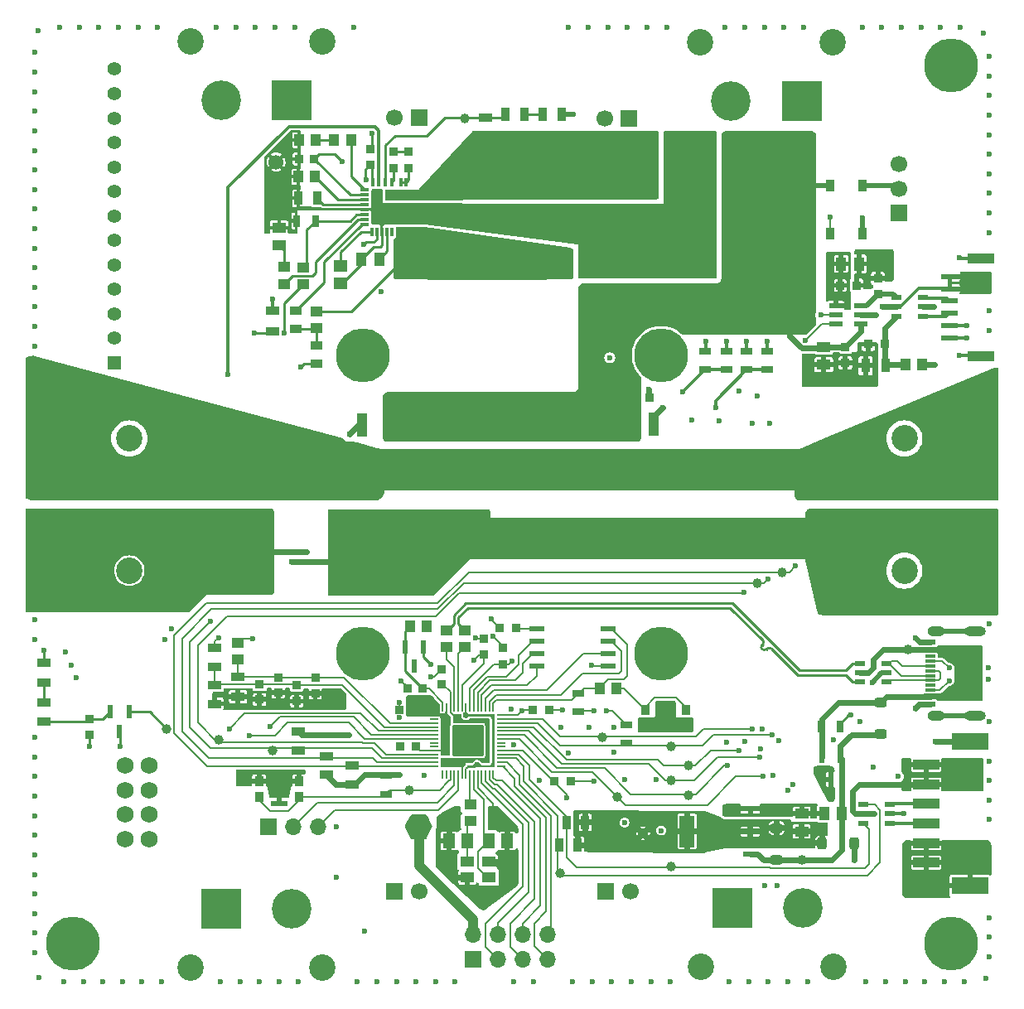
<source format=gbl>
G04 #@! TF.GenerationSoftware,KiCad,Pcbnew,7.0.10*
G04 #@! TF.CreationDate,2025-07-14T05:46:52-04:00*
G04 #@! TF.ProjectId,bms-board,626d732d-626f-4617-9264-2e6b69636164,rev?*
G04 #@! TF.SameCoordinates,Original*
G04 #@! TF.FileFunction,Copper,L6,Bot*
G04 #@! TF.FilePolarity,Positive*
%FSLAX46Y46*%
G04 Gerber Fmt 4.6, Leading zero omitted, Abs format (unit mm)*
G04 Created by KiCad (PCBNEW 7.0.10) date 2025-07-14 05:46:52*
%MOMM*%
%LPD*%
G01*
G04 APERTURE LIST*
G04 Aperture macros list*
%AMRoundRect*
0 Rectangle with rounded corners*
0 $1 Rounding radius*
0 $2 $3 $4 $5 $6 $7 $8 $9 X,Y pos of 4 corners*
0 Add a 4 corners polygon primitive as box body*
4,1,4,$2,$3,$4,$5,$6,$7,$8,$9,$2,$3,0*
0 Add four circle primitives for the rounded corners*
1,1,$1+$1,$2,$3*
1,1,$1+$1,$4,$5*
1,1,$1+$1,$6,$7*
1,1,$1+$1,$8,$9*
0 Add four rect primitives between the rounded corners*
20,1,$1+$1,$2,$3,$4,$5,0*
20,1,$1+$1,$4,$5,$6,$7,0*
20,1,$1+$1,$6,$7,$8,$9,0*
20,1,$1+$1,$8,$9,$2,$3,0*%
%AMFreePoly0*
4,1,19,-3.850000,3.850000,3.850000,3.850000,3.850000,-3.080000,3.834092,-3.235708,3.777857,-3.405416,3.684000,-3.557581,3.557581,-3.684000,3.405416,-3.777857,3.235708,-3.834092,3.080000,-3.850000,-3.080000,-3.850000,-3.235708,-3.834092,-3.405416,-3.777857,-3.557581,-3.684000,-3.684000,-3.557581,-3.777857,-3.405416,-3.834092,-3.235708,-3.850000,-3.080000,-3.850000,3.850000,-3.850000,3.850000,
$1*%
G04 Aperture macros list end*
G04 #@! TA.AperFunction,ComponentPad*
%ADD10R,1.700000X1.700000*%
G04 #@! TD*
G04 #@! TA.AperFunction,ComponentPad*
%ADD11C,1.700000*%
G04 #@! TD*
G04 #@! TA.AperFunction,ComponentPad*
%ADD12C,1.400000*%
G04 #@! TD*
G04 #@! TA.AperFunction,ComponentPad*
%ADD13R,1.400000X1.400000*%
G04 #@! TD*
G04 #@! TA.AperFunction,ComponentPad*
%ADD14C,1.752600*%
G04 #@! TD*
G04 #@! TA.AperFunction,ComponentPad*
%ADD15R,4.050000X4.050000*%
G04 #@! TD*
G04 #@! TA.AperFunction,ComponentPad*
%ADD16C,4.050000*%
G04 #@! TD*
G04 #@! TA.AperFunction,ComponentPad*
%ADD17C,2.700000*%
G04 #@! TD*
G04 #@! TA.AperFunction,SMDPad,CuDef*
%ADD18R,2.700000X1.000000*%
G04 #@! TD*
G04 #@! TA.AperFunction,SMDPad,CuDef*
%ADD19R,3.800000X1.800000*%
G04 #@! TD*
G04 #@! TA.AperFunction,SMDPad,CuDef*
%ADD20R,1.140000X0.600000*%
G04 #@! TD*
G04 #@! TA.AperFunction,SMDPad,CuDef*
%ADD21R,1.140000X0.300000*%
G04 #@! TD*
G04 #@! TA.AperFunction,ComponentPad*
%ADD22O,1.800000X1.000000*%
G04 #@! TD*
G04 #@! TA.AperFunction,ComponentPad*
%ADD23O,2.200000X1.000000*%
G04 #@! TD*
G04 #@! TA.AperFunction,ComponentPad*
%ADD24C,5.500000*%
G04 #@! TD*
G04 #@! TA.AperFunction,ComponentPad*
%ADD25C,0.800000*%
G04 #@! TD*
G04 #@! TA.AperFunction,SMDPad,CuDef*
%ADD26FreePoly0,90.000000*%
G04 #@! TD*
G04 #@! TA.AperFunction,ComponentPad*
%ADD27O,1.700000X1.700000*%
G04 #@! TD*
G04 #@! TA.AperFunction,ComponentPad*
%ADD28C,1.530000*%
G04 #@! TD*
G04 #@! TA.AperFunction,SMDPad,CuDef*
%ADD29FreePoly0,270.000000*%
G04 #@! TD*
G04 #@! TA.AperFunction,SMDPad,CuDef*
%ADD30R,1.300000X0.700000*%
G04 #@! TD*
G04 #@! TA.AperFunction,SMDPad,CuDef*
%ADD31R,1.193800X1.016000*%
G04 #@! TD*
G04 #@! TA.AperFunction,SMDPad,CuDef*
%ADD32R,1.600000X0.855600*%
G04 #@! TD*
G04 #@! TA.AperFunction,SMDPad,CuDef*
%ADD33R,12.192000X3.022600*%
G04 #@! TD*
G04 #@! TA.AperFunction,SMDPad,CuDef*
%ADD34R,1.066800X2.489200*%
G04 #@! TD*
G04 #@! TA.AperFunction,SMDPad,CuDef*
%ADD35R,0.889000X0.863600*%
G04 #@! TD*
G04 #@! TA.AperFunction,SMDPad,CuDef*
%ADD36C,1.000000*%
G04 #@! TD*
G04 #@! TA.AperFunction,SMDPad,CuDef*
%ADD37R,1.524000X0.533400*%
G04 #@! TD*
G04 #@! TA.AperFunction,SMDPad,CuDef*
%ADD38R,0.863600X0.889000*%
G04 #@! TD*
G04 #@! TA.AperFunction,SMDPad,CuDef*
%ADD39R,1.380000X0.920000*%
G04 #@! TD*
G04 #@! TA.AperFunction,SMDPad,CuDef*
%ADD40R,2.489200X1.066800*%
G04 #@! TD*
G04 #@! TA.AperFunction,SMDPad,CuDef*
%ADD41R,1.470000X1.160000*%
G04 #@! TD*
G04 #@! TA.AperFunction,SMDPad,CuDef*
%ADD42R,1.016000X1.193800*%
G04 #@! TD*
G04 #@! TA.AperFunction,SMDPad,CuDef*
%ADD43RoundRect,0.500000X-29.650000X-1.650000X29.650000X-1.650000X29.650000X1.650000X-29.650000X1.650000X0*%
G04 #@! TD*
G04 #@! TA.AperFunction,SMDPad,CuDef*
%ADD44R,0.977900X0.558800*%
G04 #@! TD*
G04 #@! TA.AperFunction,SMDPad,CuDef*
%ADD45R,1.549400X0.609600*%
G04 #@! TD*
G04 #@! TA.AperFunction,SMDPad,CuDef*
%ADD46R,1.549400X3.251200*%
G04 #@! TD*
G04 #@! TA.AperFunction,SMDPad,CuDef*
%ADD47RoundRect,0.242500X-0.242500X-0.367500X0.242500X-0.367500X0.242500X0.367500X-0.242500X0.367500X0*%
G04 #@! TD*
G04 #@! TA.AperFunction,SMDPad,CuDef*
%ADD48R,1.244600X0.863600*%
G04 #@! TD*
G04 #@! TA.AperFunction,SMDPad,CuDef*
%ADD49R,1.300000X1.500000*%
G04 #@! TD*
G04 #@! TA.AperFunction,SMDPad,CuDef*
%ADD50R,1.066800X1.397000*%
G04 #@! TD*
G04 #@! TA.AperFunction,SMDPad,CuDef*
%ADD51R,5.200000X8.750000*%
G04 #@! TD*
G04 #@! TA.AperFunction,ComponentPad*
%ADD52R,1.200000X1.200000*%
G04 #@! TD*
G04 #@! TA.AperFunction,ComponentPad*
%ADD53C,1.200000*%
G04 #@! TD*
G04 #@! TA.AperFunction,SMDPad,CuDef*
%ADD54R,1.447800X1.117600*%
G04 #@! TD*
G04 #@! TA.AperFunction,SMDPad,CuDef*
%ADD55R,1.397000X1.066800*%
G04 #@! TD*
G04 #@! TA.AperFunction,SMDPad,CuDef*
%ADD56R,1.700000X0.600000*%
G04 #@! TD*
G04 #@! TA.AperFunction,SMDPad,CuDef*
%ADD57R,0.930000X0.890000*%
G04 #@! TD*
G04 #@! TA.AperFunction,SMDPad,CuDef*
%ADD58R,1.110000X1.470000*%
G04 #@! TD*
G04 #@! TA.AperFunction,SMDPad,CuDef*
%ADD59R,0.920000X1.380000*%
G04 #@! TD*
G04 #@! TA.AperFunction,SMDPad,CuDef*
%ADD60R,0.700000X1.300000*%
G04 #@! TD*
G04 #@! TA.AperFunction,SMDPad,CuDef*
%ADD61R,1.449997X1.305598*%
G04 #@! TD*
G04 #@! TA.AperFunction,SMDPad,CuDef*
%ADD62R,1.450000X0.950000*%
G04 #@! TD*
G04 #@! TA.AperFunction,SMDPad,CuDef*
%ADD63RoundRect,0.242500X0.367500X-0.242500X0.367500X0.242500X-0.367500X0.242500X-0.367500X-0.242500X0*%
G04 #@! TD*
G04 #@! TA.AperFunction,SMDPad,CuDef*
%ADD64R,1.400000X1.100000*%
G04 #@! TD*
G04 #@! TA.AperFunction,SMDPad,CuDef*
%ADD65R,0.939800X1.244600*%
G04 #@! TD*
G04 #@! TA.AperFunction,SMDPad,CuDef*
%ADD66R,0.890000X0.930000*%
G04 #@! TD*
G04 #@! TA.AperFunction,SMDPad,CuDef*
%ADD67R,0.600000X1.150000*%
G04 #@! TD*
G04 #@! TA.AperFunction,SMDPad,CuDef*
%ADD68RoundRect,0.050000X0.387500X0.050000X-0.387500X0.050000X-0.387500X-0.050000X0.387500X-0.050000X0*%
G04 #@! TD*
G04 #@! TA.AperFunction,SMDPad,CuDef*
%ADD69RoundRect,0.050000X0.050000X0.387500X-0.050000X0.387500X-0.050000X-0.387500X0.050000X-0.387500X0*%
G04 #@! TD*
G04 #@! TA.AperFunction,ComponentPad*
%ADD70C,0.600000*%
G04 #@! TD*
G04 #@! TA.AperFunction,SMDPad,CuDef*
%ADD71RoundRect,0.144000X1.456000X1.456000X-1.456000X1.456000X-1.456000X-1.456000X1.456000X-1.456000X0*%
G04 #@! TD*
G04 #@! TA.AperFunction,SMDPad,CuDef*
%ADD72R,0.609600X1.320800*%
G04 #@! TD*
G04 #@! TA.AperFunction,SMDPad,CuDef*
%ADD73R,0.889000X0.990600*%
G04 #@! TD*
G04 #@! TA.AperFunction,SMDPad,CuDef*
%ADD74R,1.701800X0.558800*%
G04 #@! TD*
G04 #@! TA.AperFunction,SMDPad,CuDef*
%ADD75R,1.005599X1.199998*%
G04 #@! TD*
G04 #@! TA.AperFunction,SMDPad,CuDef*
%ADD76R,1.397000X0.863600*%
G04 #@! TD*
G04 #@! TA.AperFunction,SMDPad,CuDef*
%ADD77R,1.320800X0.558800*%
G04 #@! TD*
G04 #@! TA.AperFunction,SMDPad,CuDef*
%ADD78R,0.950000X1.450000*%
G04 #@! TD*
G04 #@! TA.AperFunction,SMDPad,CuDef*
%ADD79R,0.350000X0.950000*%
G04 #@! TD*
G04 #@! TA.AperFunction,SMDPad,CuDef*
%ADD80R,0.950000X0.350000*%
G04 #@! TD*
G04 #@! TA.AperFunction,SMDPad,CuDef*
%ADD81R,1.350000X0.300000*%
G04 #@! TD*
G04 #@! TA.AperFunction,SMDPad,CuDef*
%ADD82R,1.100000X3.400000*%
G04 #@! TD*
G04 #@! TA.AperFunction,SMDPad,CuDef*
%ADD83R,2.700000X1.100000*%
G04 #@! TD*
G04 #@! TA.AperFunction,SMDPad,CuDef*
%ADD84R,2.700000X1.520000*%
G04 #@! TD*
G04 #@! TA.AperFunction,SMDPad,CuDef*
%ADD85R,1.730000X2.100000*%
G04 #@! TD*
G04 #@! TA.AperFunction,SMDPad,CuDef*
%ADD86R,0.558800X1.320800*%
G04 #@! TD*
G04 #@! TA.AperFunction,SMDPad,CuDef*
%ADD87RoundRect,0.500000X21.250000X1.650000X-21.250000X1.650000X-21.250000X-1.650000X21.250000X-1.650000X0*%
G04 #@! TD*
G04 #@! TA.AperFunction,ViaPad*
%ADD88C,0.600000*%
G04 #@! TD*
G04 #@! TA.AperFunction,Conductor*
%ADD89C,0.600000*%
G04 #@! TD*
G04 #@! TA.AperFunction,Conductor*
%ADD90C,0.200000*%
G04 #@! TD*
G04 #@! TA.AperFunction,Conductor*
%ADD91C,0.300000*%
G04 #@! TD*
G04 #@! TA.AperFunction,Conductor*
%ADD92C,0.250000*%
G04 #@! TD*
G04 #@! TA.AperFunction,Conductor*
%ADD93C,0.500000*%
G04 #@! TD*
G04 #@! TA.AperFunction,Conductor*
%ADD94C,1.000000*%
G04 #@! TD*
G04 #@! TA.AperFunction,Conductor*
%ADD95C,0.284500*%
G04 #@! TD*
G04 APERTURE END LIST*
D10*
X147875750Y-59700000D03*
D11*
X145375750Y-59700000D03*
D10*
X126400000Y-59680000D03*
D11*
X123900000Y-59680000D03*
D12*
X95250000Y-54700000D03*
X95250000Y-57200000D03*
X95250000Y-59700000D03*
X95250000Y-62200000D03*
X95250000Y-64700000D03*
X95250000Y-67200000D03*
X95250000Y-69700000D03*
X95250000Y-72200000D03*
X95250000Y-74700000D03*
X95250000Y-77200000D03*
X95250000Y-79700000D03*
X95250000Y-82200000D03*
D13*
X95250000Y-84700000D03*
D14*
X98858098Y-125900000D03*
X98858098Y-128400000D03*
X98858098Y-130900000D03*
X98858098Y-133400000D03*
X96358098Y-125900000D03*
X96358098Y-128400000D03*
X96358098Y-130900000D03*
X96358098Y-133400000D03*
D15*
X106200000Y-140500000D03*
D16*
X113400000Y-140500000D03*
D17*
X103050000Y-146500000D03*
X116550000Y-146500000D03*
D10*
X123900000Y-138720000D03*
D11*
X126400000Y-138720000D03*
X147975750Y-138740000D03*
D10*
X145475750Y-138740000D03*
D17*
X168750000Y-146457500D03*
X155250000Y-146457500D03*
D16*
X165600000Y-140457500D03*
D15*
X158400000Y-140457500D03*
D18*
X178250000Y-125800000D03*
X178250000Y-127800000D03*
X178250000Y-129800000D03*
X178250000Y-131800000D03*
X178250000Y-133800000D03*
X178250000Y-135800000D03*
D19*
X182700000Y-123450000D03*
X182700000Y-138150000D03*
D20*
X178650000Y-113230000D03*
X178650000Y-114030000D03*
D21*
X178650000Y-115180000D03*
X178650000Y-116180000D03*
X178650000Y-116680000D03*
X178650000Y-117680000D03*
D20*
X178650000Y-119630000D03*
X178650000Y-118830000D03*
D21*
X178650000Y-118180000D03*
X178650000Y-117180000D03*
X178650000Y-115680000D03*
X178650000Y-114680000D03*
D22*
X179230000Y-112110000D03*
X179230000Y-120750000D03*
D23*
X183230000Y-112110000D03*
X183230000Y-120750000D03*
D10*
X175420000Y-69400000D03*
D11*
X175420000Y-66900000D03*
X175420000Y-64400000D03*
D17*
X155150000Y-51920000D03*
X168650000Y-51920000D03*
D16*
X158300000Y-57920000D03*
D15*
X165500000Y-57920000D03*
X113400000Y-57900000D03*
D16*
X106200000Y-57900000D03*
D17*
X116550000Y-51900000D03*
X103050000Y-51900000D03*
D24*
X151150000Y-114450000D03*
D25*
X86900000Y-107700000D03*
X88200000Y-107700000D03*
X89500000Y-107700000D03*
X90800000Y-107700000D03*
X92100000Y-107700000D03*
X93400000Y-107700000D03*
X86900000Y-106400000D03*
X88200000Y-106400000D03*
X89500000Y-106400000D03*
X90800000Y-106400000D03*
X92100000Y-106400000D03*
X93400000Y-106400000D03*
X86900000Y-105100000D03*
X88200000Y-105100000D03*
X89500000Y-105100000D03*
X90800000Y-105100000D03*
X92100000Y-105100000D03*
X93400000Y-105100000D03*
D26*
X90200000Y-104450000D03*
D25*
X86900000Y-103800000D03*
X88200000Y-103800000D03*
X89500000Y-103800000D03*
X90800000Y-103800000D03*
X92100000Y-103800000D03*
X93400000Y-103800000D03*
D15*
X102800000Y-102800000D03*
D25*
X86900000Y-102500000D03*
X88200000Y-102500000D03*
X89500000Y-102500000D03*
X90800000Y-102500000D03*
X92100000Y-102500000D03*
X93400000Y-102500000D03*
X86900000Y-101200000D03*
X88200000Y-101200000D03*
X89500000Y-101200000D03*
X90800000Y-101200000D03*
X92100000Y-101200000D03*
X93400000Y-101200000D03*
X86900000Y-97200000D03*
X88200000Y-97200000D03*
X89500000Y-97200000D03*
X90800000Y-97200000D03*
X92100000Y-97200000D03*
X93400000Y-97200000D03*
X86900000Y-95900000D03*
X88200000Y-95900000D03*
X89500000Y-95900000D03*
X90800000Y-95900000D03*
X92100000Y-95900000D03*
X93400000Y-95900000D03*
D16*
X102800000Y-95600000D03*
D25*
X86900000Y-94600000D03*
X88200000Y-94600000D03*
X89500000Y-94600000D03*
X90800000Y-94600000D03*
X92100000Y-94600000D03*
X93400000Y-94600000D03*
D26*
X90200000Y-93950000D03*
D25*
X86900000Y-93300000D03*
X88200000Y-93300000D03*
X89500000Y-93300000D03*
X90800000Y-93300000D03*
X92100000Y-93300000D03*
X93400000Y-93300000D03*
X86900000Y-92000000D03*
X88200000Y-92000000D03*
X89500000Y-92000000D03*
X90800000Y-92000000D03*
X92100000Y-92000000D03*
X93400000Y-92000000D03*
X86900000Y-90700000D03*
X88200000Y-90700000D03*
X89500000Y-90700000D03*
X90800000Y-90700000D03*
X92100000Y-90700000D03*
X93400000Y-90700000D03*
D17*
X96800000Y-92450000D03*
X96800000Y-105950000D03*
D24*
X180800000Y-54300000D03*
X120650000Y-83950000D03*
X151150000Y-83950000D03*
X180800000Y-144100000D03*
X91000000Y-144100000D03*
X120650000Y-114450000D03*
D10*
X131900000Y-145675000D03*
D27*
X131900000Y-143135000D03*
X134440000Y-145675000D03*
X134440000Y-143135000D03*
X136980000Y-145675000D03*
X136980000Y-143135000D03*
X139520000Y-145675000D03*
X139520000Y-143135000D03*
D28*
X150200000Y-72500000D03*
D25*
X185000000Y-89800000D03*
X183700000Y-89800000D03*
X182400000Y-89800000D03*
X181100000Y-89800000D03*
X179800000Y-89800000D03*
X178500000Y-89800000D03*
X185000000Y-91100000D03*
X183700000Y-91100000D03*
X182400000Y-91100000D03*
X181100000Y-91100000D03*
X179800000Y-91100000D03*
X178500000Y-91100000D03*
X185000000Y-92400000D03*
X183700000Y-92400000D03*
X182400000Y-92400000D03*
X181100000Y-92400000D03*
X179800000Y-92400000D03*
X178500000Y-92400000D03*
D29*
X181700000Y-93050000D03*
D25*
X185000000Y-93700000D03*
X183700000Y-93700000D03*
X182400000Y-93700000D03*
X181100000Y-93700000D03*
X179800000Y-93700000D03*
X178500000Y-93700000D03*
X185000000Y-95000000D03*
X183700000Y-95000000D03*
X182400000Y-95000000D03*
X181100000Y-95000000D03*
X179800000Y-95000000D03*
X178500000Y-95000000D03*
D15*
X170000000Y-95600000D03*
D25*
X185000000Y-96300000D03*
X183700000Y-96300000D03*
X182400000Y-96300000D03*
X181100000Y-96300000D03*
X179800000Y-96300000D03*
X178500000Y-96300000D03*
X185000000Y-102100000D03*
X183700000Y-102100000D03*
X182400000Y-102100000D03*
X181100000Y-102100000D03*
X179800000Y-102100000D03*
X178500000Y-102100000D03*
D16*
X170000000Y-102800000D03*
D25*
X185000000Y-103400000D03*
X183700000Y-103400000D03*
X182400000Y-103400000D03*
X181100000Y-103400000D03*
X179800000Y-103400000D03*
X178500000Y-103400000D03*
X185000000Y-104700000D03*
X183700000Y-104700000D03*
X182400000Y-104700000D03*
X181100000Y-104700000D03*
X179800000Y-104700000D03*
X178500000Y-104700000D03*
D29*
X181700000Y-105350000D03*
D25*
X185000000Y-106000000D03*
X183700000Y-106000000D03*
X182400000Y-106000000D03*
X181100000Y-106000000D03*
X179800000Y-106000000D03*
X178500000Y-106000000D03*
X185000000Y-107300000D03*
X183700000Y-107300000D03*
X182400000Y-107300000D03*
X181100000Y-107300000D03*
X179800000Y-107300000D03*
X178500000Y-107300000D03*
X185000000Y-108600000D03*
X183700000Y-108600000D03*
X182400000Y-108600000D03*
X181100000Y-108600000D03*
X179800000Y-108600000D03*
X178500000Y-108600000D03*
D17*
X176000000Y-92450000D03*
X176000000Y-105950000D03*
D30*
X123000000Y-126900000D03*
X123000000Y-128800000D03*
D31*
X115900000Y-79500000D03*
X115900000Y-81201800D03*
D10*
X111020000Y-132100000D03*
D27*
X113560000Y-132100000D03*
X116100000Y-132100000D03*
D32*
X134121800Y-69759400D03*
X134121800Y-66703798D03*
D33*
X133400000Y-74700000D03*
X133400000Y-89254200D03*
D30*
X142700000Y-118500000D03*
X142700000Y-120400000D03*
D34*
X155600000Y-63100000D03*
X158444800Y-63100000D03*
D35*
X127421800Y-69201000D03*
X127421800Y-67550000D03*
D36*
X131100000Y-59700000D03*
D37*
X145700000Y-111860000D03*
X145700000Y-113130000D03*
X145700000Y-114400000D03*
X145700000Y-115670000D03*
X138410200Y-115670000D03*
X138410200Y-114400000D03*
X138410200Y-113130000D03*
X138410200Y-111860000D03*
D38*
X136300000Y-111800000D03*
X134649000Y-111800000D03*
D34*
X155600000Y-70100000D03*
X158444800Y-70100000D03*
D39*
X116900000Y-124900000D03*
X116900000Y-126810000D03*
D38*
X126037500Y-120175000D03*
X124386500Y-120175000D03*
D40*
X147900000Y-75055200D03*
X147900000Y-77900000D03*
D41*
X118421800Y-76600000D03*
X118421800Y-74840000D03*
D42*
X177801800Y-84900000D03*
X176100000Y-84900000D03*
D40*
X151400000Y-75055200D03*
X151400000Y-77900000D03*
D43*
X136437500Y-95650000D03*
D44*
X174500000Y-129849999D03*
X174500000Y-130800000D03*
X174500000Y-131750001D03*
X171769500Y-131750001D03*
X171769500Y-130800000D03*
X171769500Y-129849999D03*
D36*
X153900000Y-128900000D03*
D45*
X160255000Y-130301300D03*
X160255000Y-132600000D03*
D46*
X153803400Y-132600000D03*
D45*
X160255000Y-134898700D03*
D28*
X126000000Y-107500000D03*
D36*
X176400000Y-114000000D03*
D39*
X133200000Y-59645000D03*
X133200000Y-61555000D03*
D47*
X167603400Y-133800000D03*
X170883400Y-133800000D03*
D34*
X120555200Y-91100000D03*
X123400000Y-91100000D03*
D48*
X115900000Y-82974700D03*
X115900000Y-84828900D03*
D35*
X135000000Y-113874500D03*
X135000000Y-115525500D03*
X113900000Y-119300000D03*
X113900000Y-117649000D03*
D49*
X135437500Y-133575000D03*
X133537500Y-133575000D03*
D50*
X169603400Y-130800000D03*
X167800000Y-130800000D03*
D51*
X109000000Y-104000000D03*
X119800000Y-104000000D03*
D52*
X145500000Y-65100000D03*
D53*
X145500000Y-70100000D03*
D32*
X136521800Y-69759400D03*
X136521800Y-66703798D03*
D48*
X113825000Y-79418400D03*
X113825000Y-81272600D03*
D38*
X172325400Y-82800000D03*
X173976400Y-82800000D03*
D42*
X114145000Y-61950000D03*
X115846800Y-61950000D03*
D54*
X112100000Y-70906400D03*
X112100000Y-72700000D03*
D30*
X147600000Y-123600000D03*
X147600000Y-121700000D03*
D34*
X155600000Y-66600000D03*
X158444800Y-66600000D03*
D55*
X167776400Y-84901700D03*
X167776400Y-83098300D03*
D30*
X159900000Y-85405500D03*
X159900000Y-83505500D03*
D36*
X125400000Y-128400000D03*
D56*
X180623751Y-75900000D03*
X180623751Y-77150000D03*
X180623751Y-78400000D03*
X180623751Y-79650000D03*
X180623751Y-80900000D03*
X180623751Y-82150000D03*
D18*
X183823751Y-74050000D03*
X183823751Y-84000000D03*
D57*
X110113000Y-119119000D03*
X110113000Y-117579000D03*
D31*
X112651600Y-74934900D03*
X112651600Y-76636700D03*
D42*
X146551800Y-117950000D03*
X144850000Y-117950000D03*
D58*
X120521800Y-74100000D03*
X122321800Y-74100000D03*
D57*
X128737500Y-116035000D03*
X128737500Y-117575000D03*
D36*
X145100000Y-123000000D03*
D38*
X140249000Y-127500000D03*
X141900000Y-127500000D03*
D42*
X117745000Y-61950000D03*
X119446800Y-61950000D03*
D35*
X173300000Y-76074500D03*
X173300000Y-77725500D03*
X115800000Y-118500000D03*
X115800000Y-116849000D03*
D59*
X140955000Y-59300000D03*
X139045000Y-59300000D03*
D36*
X111400000Y-124300000D03*
D32*
X131721800Y-69751000D03*
X131721800Y-66695398D03*
D35*
X133000000Y-114525500D03*
X133000000Y-112874500D03*
D34*
X150400000Y-91000000D03*
X147555200Y-91000000D03*
D40*
X144400000Y-75055200D03*
X144400000Y-77900000D03*
D36*
X161000000Y-107200000D03*
D31*
X129200000Y-113750900D03*
X129200000Y-112049100D03*
D60*
X113900000Y-70200000D03*
X115800000Y-70200000D03*
D30*
X157800000Y-85400000D03*
X157800000Y-83500000D03*
D60*
X169400000Y-121900000D03*
X167500000Y-121900000D03*
D36*
X140800000Y-136900000D03*
X165500000Y-135500000D03*
D57*
X92700000Y-122700000D03*
X92700000Y-121160000D03*
D59*
X137155000Y-59300000D03*
X135245000Y-59300000D03*
D36*
X152200000Y-127400000D03*
D50*
X171349000Y-74600000D03*
X169545600Y-74600000D03*
D57*
X112013000Y-118389000D03*
X112013000Y-116849000D03*
D30*
X162000000Y-85400000D03*
X162000000Y-83500000D03*
D39*
X105513000Y-119559000D03*
X105513000Y-117649000D03*
D38*
X138037500Y-120175000D03*
X139688500Y-120175000D03*
X171100000Y-76800000D03*
X169449000Y-76800000D03*
D61*
X129400000Y-69155598D03*
X129400000Y-67550000D03*
D62*
X107913000Y-118823500D03*
X107913000Y-116823500D03*
D63*
X162955000Y-135540000D03*
X162955000Y-132260000D03*
D31*
X107873900Y-113321700D03*
X107873900Y-115023500D03*
D38*
X149951000Y-88300000D03*
X148300000Y-88300000D03*
D35*
X121434400Y-62866100D03*
X121434400Y-64517100D03*
D38*
X124449000Y-123900000D03*
X126100000Y-123900000D03*
D64*
X133537500Y-137275000D03*
X131337500Y-137275000D03*
X131337500Y-135674998D03*
X133537500Y-135674998D03*
D65*
X168400002Y-66623200D03*
X171700000Y-66623200D03*
X171700000Y-71500000D03*
X168400002Y-71500000D03*
D36*
X163500000Y-106100000D03*
D59*
X114090000Y-67900000D03*
X116000000Y-67900000D03*
D44*
X177930500Y-78049999D03*
X177930500Y-79000000D03*
X177930500Y-79950001D03*
X175200000Y-79950001D03*
X175200000Y-79000000D03*
X175200000Y-78049999D03*
X174165250Y-115449999D03*
X174165250Y-116400000D03*
X174165250Y-117350001D03*
X171434750Y-117350001D03*
X171434750Y-116400000D03*
X171434750Y-115449999D03*
D66*
X115686800Y-63868700D03*
X114146800Y-63868700D03*
D36*
X149300000Y-132800000D03*
D35*
X169976400Y-84725500D03*
X169976400Y-83074500D03*
D28*
X111800000Y-64200000D03*
D67*
X167550000Y-125000000D03*
X169450000Y-125000000D03*
X168500000Y-127300000D03*
D68*
X134837500Y-120737500D03*
X134837500Y-121137500D03*
X134837500Y-121537500D03*
X134837500Y-121937500D03*
X134837500Y-122337500D03*
X134837500Y-122737500D03*
X134837500Y-123137500D03*
X134837500Y-123537500D03*
X134837500Y-123937500D03*
X134837500Y-124337500D03*
X134837500Y-124737500D03*
X134837500Y-125137500D03*
X134837500Y-125537500D03*
X134837500Y-125937500D03*
D69*
X134000000Y-126775000D03*
X133600000Y-126775000D03*
X133200000Y-126775000D03*
X132800000Y-126775000D03*
X132400000Y-126775000D03*
X132000000Y-126775000D03*
X131600000Y-126775000D03*
X131200000Y-126775000D03*
X130800000Y-126775000D03*
X130400000Y-126775000D03*
X130000000Y-126775000D03*
X129600000Y-126775000D03*
X129200000Y-126775000D03*
X128800000Y-126775000D03*
D68*
X127962500Y-125937500D03*
X127962500Y-125537500D03*
X127962500Y-125137500D03*
X127962500Y-124737500D03*
X127962500Y-124337500D03*
X127962500Y-123937500D03*
X127962500Y-123537500D03*
X127962500Y-123137500D03*
X127962500Y-122737500D03*
X127962500Y-122337500D03*
X127962500Y-121937500D03*
X127962500Y-121537500D03*
X127962500Y-121137500D03*
X127962500Y-120737500D03*
D69*
X128800000Y-119900000D03*
X129200000Y-119900000D03*
X129600000Y-119900000D03*
X130000000Y-119900000D03*
X130400000Y-119900000D03*
X130800000Y-119900000D03*
X131200000Y-119900000D03*
X131600000Y-119900000D03*
X132000000Y-119900000D03*
X132400000Y-119900000D03*
X132800000Y-119900000D03*
X133200000Y-119900000D03*
X133600000Y-119900000D03*
X134000000Y-119900000D03*
D70*
X132675000Y-124612500D03*
X132675000Y-123337500D03*
X132675000Y-122062500D03*
X131400000Y-124612500D03*
X131400000Y-123337500D03*
D71*
X131400000Y-123337500D03*
D70*
X131400000Y-122062500D03*
X130125000Y-124612500D03*
X130125000Y-123337500D03*
X130125000Y-122062500D03*
D39*
X114100000Y-124310000D03*
X114100000Y-122400000D03*
D72*
X94849999Y-120384800D03*
X96750001Y-120384800D03*
X95800000Y-122415200D03*
D55*
X165503400Y-130796600D03*
X165503400Y-132600000D03*
D36*
X146700000Y-129100000D03*
X100600000Y-122100000D03*
D62*
X88100000Y-115400000D03*
X88100000Y-117400000D03*
D39*
X119600000Y-125890000D03*
X119600000Y-127800000D03*
D31*
X131637500Y-131575000D03*
X131637500Y-129873200D03*
D30*
X155650000Y-85400000D03*
X155650000Y-83500000D03*
D73*
X110050002Y-129100002D03*
X114149998Y-129100002D03*
X110050002Y-127500000D03*
X114149998Y-127500000D03*
D74*
X112100000Y-129725002D03*
D75*
X114071202Y-65700000D03*
X115776800Y-65700000D03*
D36*
X152200000Y-123900000D03*
D76*
X111425000Y-81457100D03*
X111425000Y-79399700D03*
D59*
X141490000Y-131700000D03*
X143400000Y-131700000D03*
D31*
X131100000Y-113750900D03*
X131100000Y-112049100D03*
D40*
X154900000Y-75050400D03*
X154900000Y-77895200D03*
D49*
X129437500Y-133575000D03*
X131337500Y-133575000D03*
D31*
X114596800Y-74936700D03*
X114596800Y-76638500D03*
D59*
X140700000Y-134000000D03*
X142610000Y-134000000D03*
D36*
X153900000Y-125900000D03*
D77*
X171571800Y-78849999D03*
X171571800Y-79800000D03*
X171571800Y-80750001D03*
X168981000Y-80750001D03*
X168981000Y-79800000D03*
X168981000Y-78849999D03*
D36*
X105900000Y-123200000D03*
D35*
X125324400Y-63140600D03*
X125324400Y-64791600D03*
D66*
X125260000Y-118000000D03*
X126800000Y-118000000D03*
D62*
X88100000Y-119400000D03*
X88100000Y-121400000D03*
D78*
X172050900Y-85000000D03*
X174050900Y-85000000D03*
D73*
X153650000Y-120199998D03*
X149550004Y-120199998D03*
X153650000Y-121800000D03*
X149550004Y-121800000D03*
D74*
X151600002Y-119574998D03*
D79*
X121649400Y-66266600D03*
X122299400Y-66266600D03*
X122949400Y-66266600D03*
X123599400Y-66266600D03*
X124599400Y-66266600D03*
X125099400Y-66266600D03*
D80*
X125874400Y-67271600D03*
X125874400Y-67921600D03*
X125874400Y-69051600D03*
X125874400Y-69551600D03*
X125874400Y-70051600D03*
D79*
X125249400Y-71316600D03*
X124749400Y-71316600D03*
X124249400Y-71316600D03*
D81*
X124749400Y-70991600D03*
D79*
X123599400Y-71316600D03*
X123099400Y-71316600D03*
X122599400Y-71316600D03*
X122099400Y-71316600D03*
X121599400Y-71316600D03*
D80*
X120824400Y-70541600D03*
X120824400Y-70041600D03*
X120824400Y-69541600D03*
X120824400Y-69041600D03*
X120824400Y-68541600D03*
X120824400Y-68041600D03*
X120824400Y-67541600D03*
X120824400Y-67041600D03*
D82*
X122149400Y-68791600D03*
D83*
X124349400Y-67591600D03*
D84*
X124349400Y-69201600D03*
D85*
X124834400Y-69491600D03*
D39*
X105513000Y-115749000D03*
X105513000Y-113839000D03*
D36*
X144600000Y-89400000D03*
D42*
X125498200Y-111600000D03*
X127200000Y-111600000D03*
D36*
X152200000Y-136200000D03*
D86*
X124949999Y-113784000D03*
X126850001Y-113784000D03*
X125900000Y-115682650D03*
D57*
X123824400Y-64791600D03*
X123824400Y-63163600D03*
D87*
X144987500Y-102650000D03*
D63*
X173600000Y-122680000D03*
X173600000Y-119400000D03*
D88*
X170600000Y-106200000D03*
X184700000Y-125400000D03*
X121700000Y-105300000D03*
X184600000Y-115900000D03*
X90100000Y-148000000D03*
X124100000Y-148000000D03*
X142200000Y-59300000D03*
X170500000Y-120700000D03*
X153400000Y-67400000D03*
X157200000Y-103700000D03*
X129400000Y-132000000D03*
X152100000Y-148000000D03*
X121700000Y-103300000D03*
X159700000Y-123400000D03*
X118000000Y-137300000D03*
X154300000Y-90550002D03*
X145200000Y-101500000D03*
X181603503Y-83979752D03*
X184700000Y-65400000D03*
X174400000Y-73600000D03*
X145700000Y-50400000D03*
X173700000Y-50400000D03*
X126100000Y-148000000D03*
X143400000Y-71400000D03*
X143700000Y-50400000D03*
X175934750Y-130800000D03*
X108549998Y-127500000D03*
X163500000Y-103671300D03*
X155900000Y-101300000D03*
X161500000Y-122100000D03*
X157800000Y-82500000D03*
X117700000Y-105300000D03*
X184700000Y-131400000D03*
X147700000Y-50400000D03*
X87100000Y-135000000D03*
X140500000Y-102500000D03*
X138100000Y-148000000D03*
X180600000Y-100200000D03*
X179700000Y-50400000D03*
X87100000Y-75000000D03*
X124449000Y-123900000D03*
X140900000Y-122000000D03*
X150100000Y-148000000D03*
X121565080Y-61250000D03*
X112000000Y-119800000D03*
X96100000Y-148000000D03*
X107700000Y-50400000D03*
X124400000Y-119400000D03*
X115800000Y-119800000D03*
X152200000Y-121900000D03*
X172600000Y-100200000D03*
X91700000Y-50400000D03*
X143800000Y-122000000D03*
X153400000Y-65400000D03*
X99700000Y-50400000D03*
X100100000Y-148000000D03*
X138700000Y-101050000D03*
X87100000Y-123000000D03*
X108100000Y-148000000D03*
X184700000Y-111400000D03*
X87100000Y-131000000D03*
X127600000Y-116800000D03*
X172100000Y-148000000D03*
X184700000Y-71400000D03*
X184700000Y-67400000D03*
X132000000Y-101200000D03*
X141700000Y-50400000D03*
X149700000Y-50400000D03*
X164100000Y-128400000D03*
X141400000Y-71400000D03*
X182600000Y-100200000D03*
X128100000Y-148000000D03*
X149400000Y-69400000D03*
X168800000Y-123200000D03*
X167600000Y-85950000D03*
X181250000Y-120800000D03*
X149700000Y-103700000D03*
X172700000Y-117400000D03*
X161000000Y-88100000D03*
X87100000Y-129000000D03*
X160100000Y-148000000D03*
X112300000Y-67600000D03*
X164600000Y-127800000D03*
X120600000Y-104200000D03*
X143400000Y-73400000D03*
X138100000Y-104200000D03*
X182430500Y-80886501D03*
X175700000Y-50400000D03*
X184700000Y-59400000D03*
X161500000Y-122100000D03*
X141649265Y-124600735D03*
X100400000Y-113000000D03*
X168600000Y-108200000D03*
X176100000Y-148000000D03*
X144300000Y-127500000D03*
X157800000Y-123500000D03*
X142100000Y-148000000D03*
X184700000Y-55400000D03*
X182100000Y-148000000D03*
X133991998Y-112650000D03*
X87100000Y-139000000D03*
X150600000Y-127300000D03*
X141100000Y-120200000D03*
X109700000Y-50400000D03*
X174100000Y-148000000D03*
X182300000Y-135100000D03*
X129700000Y-136900000D03*
X166000000Y-84900000D03*
X146300000Y-124500000D03*
X151300000Y-101300000D03*
X118600000Y-106300000D03*
X179200000Y-123450000D03*
X142900000Y-103700000D03*
X178600000Y-100200000D03*
X158200000Y-101300000D03*
X148100000Y-148000000D03*
X170600000Y-108200000D03*
X183300000Y-136100000D03*
X135450000Y-132050000D03*
X145400000Y-71400000D03*
X110100000Y-148000000D03*
X117700000Y-107300000D03*
X163700000Y-50400000D03*
X147400000Y-127300000D03*
X163200000Y-123300000D03*
X151700000Y-50400000D03*
X87100000Y-137000000D03*
X172600000Y-106200000D03*
X133800000Y-101000000D03*
X87100000Y-127000000D03*
X136100000Y-123737500D03*
X117700000Y-103300000D03*
X138700000Y-127400000D03*
X87100000Y-83000000D03*
X162934170Y-130765830D03*
X184700000Y-79400000D03*
X184700000Y-143400000D03*
X180100000Y-148000000D03*
X162100000Y-148000000D03*
X94100000Y-148000000D03*
X87100000Y-55000000D03*
X153500000Y-101300000D03*
X112049998Y-127600000D03*
X158100000Y-148000000D03*
X145900000Y-84200000D03*
X145200000Y-103700000D03*
X107830000Y-119850000D03*
X184700000Y-63400000D03*
X87100000Y-141000000D03*
X146300000Y-122000000D03*
X113200000Y-71200000D03*
X161700000Y-138100000D03*
X177100000Y-112800000D03*
X87100000Y-63000000D03*
X177700000Y-50400000D03*
X87100000Y-69000000D03*
X184700000Y-127400000D03*
X171700000Y-50400000D03*
X166100000Y-148000000D03*
X184700000Y-121400000D03*
X87500000Y-50800000D03*
X87100000Y-79000000D03*
X158000000Y-130500000D03*
X87100000Y-145000000D03*
X181700000Y-50400000D03*
X145400000Y-73400000D03*
X174600000Y-108200000D03*
X118000000Y-132100000D03*
X161000000Y-103671300D03*
X92100000Y-148000000D03*
X87600000Y-147500000D03*
X168600000Y-106200000D03*
X172300000Y-82800000D03*
X176600000Y-100200000D03*
X178500000Y-138700000D03*
X151600000Y-120250000D03*
X135850000Y-120137500D03*
X147400000Y-71400000D03*
X151309620Y-89250000D03*
X176600000Y-102200000D03*
X87100000Y-143000000D03*
X127650000Y-115550000D03*
X163100000Y-101300000D03*
X137400000Y-71400000D03*
X161313236Y-124190188D03*
X87100000Y-71000000D03*
X153400000Y-73400000D03*
X105700000Y-50400000D03*
X141400000Y-69400000D03*
X184600000Y-117100000D03*
X179023751Y-79000000D03*
X144100000Y-148000000D03*
X87100000Y-111000000D03*
X182430500Y-82136501D03*
X126900000Y-126900000D03*
X181300000Y-134100000D03*
X124600000Y-117200000D03*
X147400000Y-73400000D03*
X162600000Y-126900000D03*
X184700000Y-129400000D03*
X119300000Y-92000000D03*
X130100000Y-148000000D03*
X160600000Y-101300000D03*
X159100000Y-87600000D03*
X95900000Y-123900000D03*
X173100000Y-79800000D03*
X147400000Y-69400000D03*
X184700000Y-69400000D03*
X151400000Y-73400000D03*
X181300000Y-136100000D03*
X164100000Y-130800000D03*
X161700000Y-50400000D03*
X93700000Y-50400000D03*
X126100000Y-104200000D03*
X139400000Y-69426002D03*
X113700000Y-50400000D03*
X172000000Y-86400000D03*
X179500000Y-137700000D03*
X173400000Y-74900000D03*
X112100000Y-148000000D03*
X184700000Y-61400000D03*
X184600000Y-100200000D03*
X120100000Y-148000000D03*
X101100000Y-111900000D03*
X157050000Y-90600000D03*
X87100000Y-67000000D03*
X178100000Y-148000000D03*
X142800000Y-101300000D03*
X163000000Y-138100000D03*
X184700000Y-53400000D03*
X184700000Y-141400000D03*
X133800000Y-110850000D03*
X134000000Y-130375000D03*
X151400000Y-71400000D03*
X113400000Y-105000000D03*
X87100000Y-133000000D03*
X87100000Y-57000000D03*
X87100000Y-113000000D03*
X87100000Y-61000000D03*
X170000000Y-86400000D03*
X184300000Y-135100000D03*
X171700000Y-69900000D03*
X124400000Y-120937500D03*
X174600000Y-102200000D03*
X87100000Y-53000000D03*
X166000000Y-86600000D03*
X143400000Y-69400000D03*
X177100000Y-120000000D03*
X149900000Y-87400000D03*
X114100000Y-148000000D03*
X147400000Y-131700000D03*
X135000000Y-136525000D03*
X122100000Y-148000000D03*
X87100000Y-59000000D03*
X87100000Y-73000000D03*
X151160000Y-132510000D03*
X172600000Y-104200000D03*
X162000000Y-82500000D03*
X139400000Y-71426002D03*
X136100000Y-148000000D03*
X181623751Y-74000000D03*
X176600000Y-108200000D03*
X152300000Y-103700000D03*
X128500000Y-104200000D03*
X106100000Y-148000000D03*
X119700000Y-50400000D03*
X183300000Y-134100000D03*
X172600000Y-74600000D03*
X165700000Y-50400000D03*
X153400000Y-61400000D03*
X177500000Y-137700000D03*
X132146553Y-112852760D03*
X171500000Y-121400000D03*
X184700000Y-57400000D03*
X168600000Y-100200000D03*
X144075002Y-115600000D03*
X111700000Y-50400000D03*
X184700000Y-81400000D03*
X98100000Y-148000000D03*
X181150000Y-112110000D03*
X87100000Y-77000000D03*
X184700000Y-145400000D03*
X89700000Y-50400000D03*
X174600000Y-100200000D03*
X153400000Y-63400000D03*
X172600000Y-108200000D03*
X87100000Y-125000000D03*
X164100000Y-148000000D03*
X95700000Y-50400000D03*
X159700000Y-50400000D03*
X146100000Y-148000000D03*
X184100000Y-51000000D03*
X97700000Y-50400000D03*
X150700000Y-121900000D03*
X176500000Y-138700000D03*
X157700000Y-50400000D03*
X184300000Y-147600000D03*
X133000000Y-139300000D03*
X154700000Y-103700000D03*
X119700000Y-107300000D03*
X87100000Y-65000000D03*
X87100000Y-81000000D03*
X92700000Y-123900000D03*
X125000000Y-102000000D03*
X170900000Y-135500000D03*
X126025919Y-120186581D03*
X125770000Y-131490000D03*
X132349000Y-125800000D03*
X126100000Y-123900000D03*
X169545600Y-74600000D03*
X136300000Y-111800000D03*
X119200000Y-122700000D03*
X126970000Y-131490000D03*
X142610000Y-134325000D03*
X145300000Y-131700000D03*
X126970000Y-132690000D03*
X136900000Y-120300000D03*
X144300000Y-120250000D03*
X125770000Y-132690000D03*
X129100000Y-124300000D03*
X143400000Y-131700000D03*
X131207054Y-120718282D03*
X127200000Y-111600000D03*
X129100000Y-121219669D03*
X124400000Y-126800000D03*
X132000000Y-115150000D03*
X145600000Y-120250000D03*
X169449000Y-76724998D03*
X144200000Y-134375000D03*
X141500000Y-129125000D03*
X130537500Y-125625000D03*
X135902017Y-115225287D03*
X141400000Y-65400000D03*
X91100000Y-87200000D03*
X172600000Y-98200000D03*
X95100000Y-87200000D03*
X172600000Y-92200000D03*
X172600000Y-92200000D03*
X132000000Y-64100000D03*
X147500000Y-96000000D03*
X99100000Y-91200000D03*
X147400000Y-61400000D03*
X97100000Y-95200000D03*
X93100000Y-89200000D03*
X155700000Y-82500000D03*
X105100000Y-93200000D03*
X170600000Y-92200000D03*
X143600000Y-97300000D03*
X143400000Y-67400000D03*
X147400000Y-67400000D03*
X101100000Y-93200000D03*
X145400000Y-67400000D03*
X159900000Y-82500000D03*
X182600000Y-98200000D03*
X143600000Y-94700000D03*
X140700000Y-97300000D03*
X174600000Y-90200000D03*
X87100000Y-89200000D03*
X151600000Y-94700000D03*
X91100000Y-89200000D03*
X138100000Y-94700000D03*
X180600000Y-88200000D03*
X120500000Y-96000000D03*
X152900000Y-96000000D03*
X97100000Y-87200000D03*
X158600000Y-94700000D03*
X161200000Y-94700000D03*
X149400000Y-63400000D03*
X139400000Y-95850000D03*
X108900000Y-97300000D03*
X107600000Y-96000000D03*
X122500000Y-77400000D03*
X99100000Y-95200000D03*
X121800000Y-94700000D03*
X182600000Y-88200000D03*
X141400000Y-63400000D03*
X149250000Y-67500000D03*
X120500000Y-96000000D03*
X184600000Y-88200000D03*
X141400000Y-67400000D03*
X118000000Y-95700000D03*
X163800000Y-94700000D03*
X108900000Y-97300000D03*
X121000000Y-66000000D03*
X95100000Y-95200000D03*
X99100000Y-93200000D03*
X146200000Y-97300000D03*
X89100000Y-87200000D03*
X184600000Y-86200000D03*
X139400000Y-67400000D03*
X176600000Y-96200000D03*
X87100000Y-85200000D03*
X160500000Y-90900000D03*
X113600000Y-95700000D03*
X89100000Y-85200000D03*
X151600000Y-97300000D03*
X89100000Y-89200000D03*
X101100000Y-91200000D03*
X162200000Y-90925500D03*
X182600000Y-88200000D03*
X143400000Y-63400000D03*
X99100000Y-89200000D03*
X178600000Y-98200000D03*
X107600000Y-96000000D03*
X93100000Y-87200000D03*
X146200000Y-94700000D03*
X120500000Y-96000000D03*
X140700000Y-94700000D03*
X145400000Y-63400000D03*
X135500000Y-94700000D03*
X180600000Y-98200000D03*
X133600000Y-64100000D03*
X163800000Y-97300000D03*
X174600000Y-96200000D03*
X99100000Y-97200000D03*
X125200000Y-97100000D03*
X175400000Y-127000000D03*
X179100000Y-84900000D03*
X174600000Y-98200000D03*
X139400000Y-63450000D03*
X123900000Y-95800000D03*
X184600000Y-98200000D03*
X143400000Y-65400000D03*
X172800000Y-126000000D03*
X97100000Y-89200000D03*
X147400000Y-65400000D03*
X174600000Y-94200000D03*
X109400000Y-112900000D03*
X176600000Y-90200000D03*
X97100000Y-97200000D03*
X176600000Y-98200000D03*
X149400000Y-61400000D03*
X95100000Y-97200000D03*
X87100000Y-87200000D03*
X139400000Y-65500000D03*
X95100000Y-89200000D03*
X156950000Y-97400000D03*
X159900000Y-62200000D03*
X91400000Y-116900000D03*
X161900000Y-72200000D03*
X168300000Y-129010000D03*
X159900000Y-68200000D03*
X163900000Y-72200000D03*
X180400000Y-127800000D03*
X88100000Y-114100000D03*
X182400000Y-127800000D03*
X145900000Y-82200000D03*
X184323751Y-76100000D03*
X172900000Y-130800000D03*
X149900000Y-80200000D03*
X147900000Y-80200000D03*
X165900000Y-64200000D03*
X161900000Y-74200000D03*
X182400000Y-125800000D03*
X155900000Y-80200000D03*
X183400000Y-126800000D03*
X90854600Y-115600000D03*
X159900000Y-74200000D03*
X167500000Y-127300000D03*
X161900000Y-64200000D03*
X161900000Y-62200000D03*
X157900000Y-80200000D03*
X161900000Y-74200000D03*
X105900000Y-112800000D03*
X120800000Y-142800000D03*
X163900000Y-74200000D03*
X163900000Y-66200000D03*
X184323751Y-77100000D03*
X157900000Y-72200000D03*
X145900000Y-82200000D03*
X151900000Y-80200000D03*
X182323751Y-76100000D03*
X183323751Y-76100000D03*
X114300000Y-85172100D03*
X157900000Y-78200000D03*
X159900000Y-74200000D03*
X145900000Y-80200000D03*
X153900000Y-80200000D03*
X165900000Y-66200000D03*
X165900000Y-74200000D03*
X180400000Y-125800000D03*
X163900000Y-64200000D03*
X159900000Y-72200000D03*
X112623502Y-81700000D03*
X163900000Y-62200000D03*
X165900000Y-62200000D03*
X173723751Y-79000000D03*
X182323751Y-77100000D03*
X161900000Y-70200000D03*
X90300000Y-114300000D03*
X159900000Y-70200000D03*
X181400000Y-126800000D03*
X183323751Y-77100000D03*
X159900000Y-80200000D03*
X165900000Y-68200000D03*
X160500000Y-122100000D03*
X162500000Y-122700000D03*
X159100000Y-124300000D03*
X180600000Y-115900000D03*
X161262868Y-124988603D03*
X157900000Y-125900000D03*
X180600000Y-117200000D03*
X161600000Y-127000000D03*
X168400000Y-69800000D03*
X159600000Y-108200000D03*
X100600000Y-122100000D03*
X107000000Y-122100000D03*
X111200000Y-121900000D03*
X99100000Y-101300000D03*
X109600000Y-104300000D03*
X103100000Y-107300000D03*
X108100000Y-102800000D03*
X95100000Y-107300000D03*
X114900000Y-104000000D03*
X97100000Y-109300000D03*
X95100000Y-103300000D03*
X109600000Y-102800000D03*
X111100000Y-105800000D03*
X109600000Y-105800000D03*
X105100000Y-105300000D03*
X108100000Y-104300000D03*
X105100000Y-107300000D03*
X87100000Y-109300000D03*
X95100000Y-109300000D03*
X99100000Y-109300000D03*
X111100000Y-104300000D03*
X111100000Y-102800000D03*
X111100000Y-107300000D03*
X93100000Y-109300000D03*
X111100000Y-101300000D03*
X109600000Y-107300000D03*
X108100000Y-101300000D03*
X91100000Y-109300000D03*
X99100000Y-103300000D03*
X89100000Y-109300000D03*
X101100000Y-107300000D03*
X108100000Y-107300000D03*
X95100000Y-101300000D03*
X99100000Y-105300000D03*
X97100000Y-103300000D03*
X108100000Y-105800000D03*
X97100000Y-101300000D03*
X99100000Y-107300000D03*
X109600000Y-101300000D03*
X153375000Y-87675000D03*
X165900000Y-82400000D03*
X164900000Y-105500000D03*
X167450000Y-79800000D03*
X162060000Y-106780000D03*
X106900000Y-85900000D03*
X105125000Y-111125000D03*
X109600000Y-81700000D03*
X118530331Y-64130331D03*
X156700000Y-89300000D03*
X111400000Y-78200000D03*
X120750000Y-72650000D03*
X109100000Y-122800000D03*
D89*
X170883400Y-135483400D02*
X170900000Y-135500000D01*
X133537500Y-135674998D02*
X134149998Y-135674998D01*
D90*
X110050004Y-127500002D02*
X110050002Y-127500000D01*
X132168293Y-112874500D02*
X133000000Y-112874500D01*
X127600000Y-116800000D02*
X127972500Y-116800000D01*
D91*
X151487498Y-116849998D02*
X151487498Y-116124998D01*
D90*
X133800000Y-110951000D02*
X134649000Y-111800000D01*
D89*
X134149998Y-135674998D02*
X135000000Y-136525000D01*
D90*
X141100000Y-120200000D02*
X141075000Y-120175000D01*
D92*
X126850001Y-113784000D02*
X126850001Y-114750001D01*
D89*
X129437500Y-132037500D02*
X129400000Y-132000000D01*
D90*
X134000000Y-129769380D02*
X132400000Y-128169380D01*
D92*
X169400000Y-121600000D02*
X169400000Y-121900000D01*
D89*
X149900000Y-88249000D02*
X149951000Y-88300000D01*
D91*
X182430500Y-80886501D02*
X180630500Y-80886501D01*
X174500000Y-130800000D02*
X175934750Y-130800000D01*
D89*
X177530000Y-113230000D02*
X177100000Y-112800000D01*
D90*
X124600000Y-117200000D02*
X125260000Y-117860000D01*
D91*
X182430500Y-82136501D02*
X180630500Y-82136501D01*
D90*
X125260000Y-117860000D02*
X125260000Y-118000000D01*
D89*
X118800000Y-105000000D02*
X113400000Y-105000000D01*
D91*
X181623751Y-74000000D02*
X181673751Y-74050000D01*
D89*
X135437500Y-132062500D02*
X135450000Y-132050000D01*
D93*
X172700000Y-117400000D02*
X173700000Y-116400000D01*
D92*
X95900000Y-122515200D02*
X95800000Y-122415200D01*
D89*
X178650000Y-119630000D02*
X177470000Y-119630000D01*
D91*
X181673751Y-74050000D02*
X183823751Y-74050000D01*
D92*
X121565080Y-61250000D02*
X121565080Y-62735420D01*
D93*
X171700000Y-71500000D02*
X171700000Y-69900000D01*
D89*
X177470000Y-119630000D02*
X177100000Y-120000000D01*
D93*
X142200000Y-59300000D02*
X140955000Y-59300000D01*
D89*
X149900000Y-87400000D02*
X149900000Y-88249000D01*
D93*
X183358351Y-112110000D02*
X179220000Y-112110000D01*
D89*
X129437500Y-133575000D02*
X129437500Y-132037500D01*
D92*
X120521800Y-74100000D02*
X120521800Y-74650000D01*
D89*
X171571800Y-79800000D02*
X173100000Y-79800000D01*
D90*
X127972500Y-116800000D02*
X128737500Y-116035000D01*
D89*
X151309620Y-89250000D02*
X150400000Y-90159620D01*
X131337500Y-137275000D02*
X130075000Y-137275000D01*
D92*
X126850001Y-114750001D02*
X127650000Y-115550000D01*
D90*
X144145002Y-115670000D02*
X144075002Y-115600000D01*
D89*
X130075000Y-137275000D02*
X129700000Y-136900000D01*
D91*
X157800000Y-83500000D02*
X157800000Y-82500000D01*
D93*
X179178351Y-120750000D02*
X183358351Y-120750000D01*
D90*
X141075000Y-120175000D02*
X139688500Y-120175000D01*
D89*
X150400000Y-90159620D02*
X150400000Y-91000000D01*
X119800000Y-104000000D02*
X118800000Y-105000000D01*
X120200000Y-91100000D02*
X120555200Y-91100000D01*
D93*
X173700000Y-116400000D02*
X174165250Y-116400000D01*
D90*
X144300000Y-127500000D02*
X141900000Y-127500000D01*
X133991998Y-112650000D02*
X135000000Y-113658002D01*
X124400000Y-119400000D02*
X124386500Y-119413500D01*
D89*
X179200000Y-123450000D02*
X182700000Y-123450000D01*
D91*
X162000000Y-83500000D02*
X162000000Y-82500000D01*
D89*
X170883400Y-133800000D02*
X170883400Y-135483400D01*
D92*
X170500000Y-120700000D02*
X170300000Y-120700000D01*
D89*
X119300000Y-92000000D02*
X120200000Y-91100000D01*
D90*
X145700000Y-115670000D02*
X144145002Y-115670000D01*
D92*
X122421800Y-72840000D02*
X121781800Y-72840000D01*
D90*
X114149998Y-127500000D02*
X114049998Y-127600000D01*
X132400000Y-128169380D02*
X132400000Y-126775000D01*
X134800000Y-111800000D02*
X134870000Y-111870000D01*
D92*
X118571800Y-76600000D02*
X118321800Y-76600000D01*
X120521800Y-74650000D02*
X118571800Y-76600000D01*
D89*
X177930500Y-79000000D02*
X179023751Y-79000000D01*
D92*
X121565080Y-62735420D02*
X121434400Y-62866100D01*
D90*
X110150002Y-127600000D02*
X110050002Y-127500000D01*
D91*
X181603503Y-83979752D02*
X183823751Y-83979752D01*
D90*
X124386500Y-119413500D02*
X124386500Y-120175000D01*
X135000000Y-113658002D02*
X135000000Y-113874500D01*
D89*
X135437500Y-133575000D02*
X135437500Y-132062500D01*
D92*
X122599400Y-71316600D02*
X122599400Y-72662400D01*
D89*
X178650000Y-113230000D02*
X177530000Y-113230000D01*
D91*
X183823751Y-83979752D02*
X183830500Y-83986501D01*
D92*
X121781800Y-72840000D02*
X120521800Y-74100000D01*
D90*
X132146553Y-112852760D02*
X132168293Y-112874500D01*
X134000000Y-130375000D02*
X134000000Y-129769380D01*
D92*
X170300000Y-120700000D02*
X169400000Y-121600000D01*
D90*
X133800000Y-110850000D02*
X133800000Y-110951000D01*
D92*
X122599400Y-72662400D02*
X122421800Y-72840000D01*
X95900000Y-123900000D02*
X95900000Y-122515200D01*
X92700000Y-123900000D02*
X92700000Y-122700000D01*
D90*
X131403640Y-126037500D02*
X131200000Y-126241140D01*
D89*
X124400000Y-126800000D02*
X120840000Y-126800000D01*
D90*
X136900000Y-120300000D02*
X137025000Y-120175000D01*
X140249000Y-127500000D02*
X140162500Y-127500000D01*
X133000000Y-115463971D02*
X130800000Y-117663971D01*
X145600000Y-120250000D02*
X146150000Y-120250000D01*
X136900000Y-120300000D02*
X136462500Y-120737500D01*
X130800000Y-117663971D02*
X130800000Y-119900000D01*
X129062500Y-124337500D02*
X127962500Y-124337500D01*
D94*
X131900000Y-141600000D02*
X126400000Y-136100000D01*
D90*
X126037500Y-120175000D02*
X126337500Y-119875000D01*
X140249000Y-127498000D02*
X140249000Y-127500000D01*
D89*
X119840000Y-127800000D02*
X117890000Y-127800000D01*
D90*
X129100000Y-123250000D02*
X129094669Y-123255331D01*
X126100000Y-123900000D02*
X126537500Y-124337500D01*
D89*
X120840000Y-126800000D02*
X119840000Y-127800000D01*
D90*
X132111500Y-126037500D02*
X131403640Y-126037500D01*
X137025000Y-120175000D02*
X138037500Y-120175000D01*
X141500000Y-128800000D02*
X140249000Y-127549000D01*
X129100000Y-121219669D02*
X129100000Y-123250000D01*
X133000000Y-114525500D02*
X133000000Y-115463971D01*
X136370000Y-111870000D02*
X138400200Y-111870000D01*
X144300000Y-120250000D02*
X142850000Y-120250000D01*
X140200000Y-127449000D02*
X140249000Y-127498000D01*
X138400200Y-111870000D02*
X138410200Y-111860000D01*
X129094669Y-124294669D02*
X129094669Y-123255331D01*
X133000000Y-114525500D02*
X132624500Y-114525500D01*
X140249000Y-127549000D02*
X140249000Y-127500000D01*
X131200000Y-120711228D02*
X131200000Y-119900000D01*
D92*
X127200000Y-111600000D02*
X127200000Y-111837462D01*
D89*
X114400000Y-122700000D02*
X114100000Y-122400000D01*
X117890000Y-127800000D02*
X116900000Y-126810000D01*
X119200000Y-122700000D02*
X114400000Y-122700000D01*
D90*
X131200000Y-126241140D02*
X131200000Y-126775000D01*
X129200000Y-119900000D02*
X129200000Y-119600000D01*
D94*
X126400000Y-136100000D02*
X126400000Y-132150000D01*
D90*
X137000000Y-124337500D02*
X134837500Y-124337500D01*
X126637500Y-124337500D02*
X127962500Y-124337500D01*
X146150000Y-120250000D02*
X147600000Y-121700000D01*
D92*
X127200000Y-111837462D02*
X127137462Y-111900000D01*
D90*
X141500000Y-129125000D02*
X141500000Y-128800000D01*
X129100000Y-124300000D02*
X129094669Y-124294669D01*
X136462500Y-120737500D02*
X134837500Y-120737500D01*
X129100000Y-124300000D02*
X129062500Y-124337500D01*
D94*
X131900000Y-143135000D02*
X131900000Y-141600000D01*
D90*
X131207054Y-120718282D02*
X131200000Y-120711228D01*
X132624500Y-114525500D02*
X132000000Y-115150000D01*
X142850000Y-120250000D02*
X142700000Y-120400000D01*
X140162500Y-127500000D02*
X137000000Y-124337500D01*
X132349000Y-125800000D02*
X132111500Y-126037500D01*
X126537500Y-124337500D02*
X126637500Y-124337500D01*
X130800000Y-125887500D02*
X130800000Y-126775000D01*
X135902017Y-115225287D02*
X135601804Y-115525500D01*
X135000000Y-115525500D02*
X134071314Y-115525500D01*
X129600000Y-119900000D02*
X129600000Y-118337500D01*
X131600000Y-117996814D02*
X131600000Y-119900000D01*
X130537500Y-121375000D02*
X130537500Y-121371360D01*
X134071314Y-115525500D02*
X131600000Y-117996814D01*
X130537500Y-125625000D02*
X130800000Y-125887500D01*
X129600000Y-118337500D02*
X128837500Y-117575000D01*
X129600000Y-120433860D02*
X129600000Y-119900000D01*
X135601804Y-115525500D02*
X135000000Y-115525500D01*
X130537500Y-121371360D02*
X129600000Y-120433860D01*
D91*
X159900000Y-83505500D02*
X159900000Y-82500000D01*
D92*
X121600000Y-66217200D02*
X121649400Y-66266600D01*
D90*
X109400000Y-112900000D02*
X108295600Y-112900000D01*
D91*
X108900000Y-94600000D02*
X112400000Y-94600000D01*
D92*
X121434400Y-64517100D02*
X121382900Y-64517100D01*
D91*
X155700000Y-83450000D02*
X155700000Y-82500000D01*
X155650000Y-83500000D02*
X155700000Y-83450000D01*
X112400000Y-94600000D02*
X113400000Y-95600000D01*
D92*
X120900000Y-65900000D02*
X121000000Y-66000000D01*
D90*
X108295600Y-112900000D02*
X107873900Y-113321700D01*
D92*
X121434400Y-64517100D02*
X121600000Y-64682700D01*
X121382900Y-64517100D02*
X120900000Y-65000000D01*
X120900000Y-65000000D02*
X120900000Y-65900000D01*
D89*
X179100000Y-84900000D02*
X177801800Y-84900000D01*
D92*
X121600000Y-64682700D02*
X121600000Y-66217200D01*
D91*
X116300000Y-94600000D02*
X115300000Y-95600000D01*
X119700000Y-94600000D02*
X116300000Y-94600000D01*
D90*
X133000000Y-133037500D02*
X133000000Y-129335066D01*
X132000000Y-128335066D02*
X132000000Y-126775000D01*
X133000000Y-129335066D02*
X132987437Y-129322503D01*
X133537500Y-133575000D02*
X132437500Y-134675000D01*
X132987437Y-129322503D02*
X132000000Y-128335066D01*
X133537500Y-133575000D02*
X133000000Y-133037500D01*
X132437500Y-134675000D02*
X132437500Y-136325000D01*
X132437500Y-136325000D02*
X133387500Y-137275000D01*
D92*
X114643200Y-84828900D02*
X114300000Y-85172100D01*
D93*
X166323200Y-66623200D02*
X165900000Y-66200000D01*
D92*
X112623502Y-78611798D02*
X112623502Y-81700000D01*
D93*
X178250000Y-127800000D02*
X178250000Y-125800000D01*
D92*
X115900000Y-84828900D02*
X114643200Y-84828900D01*
D89*
X172900000Y-130800000D02*
X171769500Y-130800000D01*
X171350000Y-127800000D02*
X178250000Y-127800000D01*
X171769500Y-130800000D02*
X170951151Y-130800000D01*
D93*
X178060000Y-127610000D02*
X178250000Y-127800000D01*
D90*
X105900000Y-112800000D02*
X105513000Y-113187000D01*
D91*
X177480500Y-77136501D02*
X175617001Y-79000000D01*
D89*
X167674700Y-83200000D02*
X165500000Y-83200000D01*
X171571800Y-81479100D02*
X169976400Y-83074500D01*
D91*
X175617001Y-79000000D02*
X175200000Y-79000000D01*
X180630500Y-75886501D02*
X180630500Y-77136501D01*
D90*
X105513000Y-113187000D02*
X105513000Y-113839000D01*
D89*
X164300000Y-82000000D02*
X164300000Y-80400000D01*
D92*
X114596800Y-76638500D02*
X112623502Y-78611798D01*
D89*
X170700000Y-130548849D02*
X170700000Y-128450000D01*
X170700000Y-128450000D02*
X171350000Y-127800000D01*
X173723751Y-79000000D02*
X175200000Y-79000000D01*
X169976400Y-83074500D02*
X167800200Y-83074500D01*
X167776400Y-83098300D02*
X167674700Y-83200000D01*
D93*
X168400002Y-66623200D02*
X166323200Y-66623200D01*
D89*
X167800200Y-83074500D02*
X167776400Y-83098300D01*
X171571800Y-80750001D02*
X171571800Y-81479100D01*
X165500000Y-83200000D02*
X164300000Y-82000000D01*
D92*
X88100000Y-115400000D02*
X88100000Y-114100000D01*
D89*
X170951151Y-130800000D02*
X170700000Y-130548849D01*
D91*
X180630500Y-77136501D02*
X177480500Y-77136501D01*
D89*
X162955000Y-135540000D02*
X161640000Y-135540000D01*
X170600000Y-122700000D02*
X169450000Y-123850000D01*
X169600000Y-125150000D02*
X169600000Y-134500000D01*
X169450000Y-125000000D02*
X169600000Y-125150000D01*
X160998700Y-134898700D02*
X160255000Y-134898700D01*
X169600000Y-134500000D02*
X168560000Y-135540000D01*
X173600000Y-122680000D02*
X173580000Y-122700000D01*
X169450000Y-123850000D02*
X169450000Y-125000000D01*
X173580000Y-122700000D02*
X170600000Y-122700000D01*
X168560000Y-135540000D02*
X162955000Y-135540000D01*
X161640000Y-135540000D02*
X160998700Y-134898700D01*
X172820000Y-115026899D02*
X172820000Y-115870000D01*
X172820000Y-115870000D02*
X172290000Y-116400000D01*
X174170000Y-118830000D02*
X173600000Y-119400000D01*
X173816899Y-114030000D02*
X172820000Y-115026899D01*
X173600000Y-119400000D02*
X169300000Y-119400000D01*
X169300000Y-119400000D02*
X167550000Y-121150000D01*
X178650000Y-114030000D02*
X173816899Y-114030000D01*
X167550000Y-121150000D02*
X167550000Y-125000000D01*
X172290000Y-116400000D02*
X171434750Y-116400000D01*
X178650000Y-118830000D02*
X174170000Y-118830000D01*
D95*
X161530173Y-113072767D02*
X161530174Y-113072768D01*
X158199656Y-109742250D02*
X131400342Y-109742250D01*
X161954438Y-113921296D02*
X161954437Y-113921296D01*
X170701324Y-117350001D02*
X169993573Y-116642250D01*
X169993573Y-116642250D02*
X165099656Y-116642250D01*
X130434500Y-110708092D02*
X130434500Y-111383600D01*
X161954437Y-113921296D02*
X161891954Y-113983780D01*
X161467689Y-113559514D02*
X161530173Y-113497031D01*
X165099656Y-116642250D02*
X162378703Y-113921297D01*
X130434500Y-111383600D02*
X131100000Y-112049100D01*
X161467689Y-113559515D02*
X161467689Y-113559514D01*
X161530174Y-113072768D02*
X158199656Y-109742250D01*
X171434750Y-117350001D02*
X170701324Y-117350001D01*
X131400342Y-109742250D02*
X130434500Y-110708092D01*
X161467691Y-113983779D02*
G75*
G03*
X161891953Y-113983779I212131J212131D01*
G01*
X161467642Y-113559468D02*
G75*
G03*
X161467690Y-113983780I212158J-212132D01*
G01*
X161530174Y-113497032D02*
G75*
G03*
X161530173Y-113072767I-212174J212132D01*
G01*
X162378733Y-113921267D02*
G75*
G03*
X161954438Y-113921296I-212133J-212133D01*
G01*
X169993573Y-116157750D02*
X165300344Y-116157750D01*
X131199655Y-109257751D02*
X129950000Y-110507406D01*
X129950000Y-111374550D02*
X129275450Y-112049100D01*
X129275450Y-112049100D02*
X129200000Y-112049100D01*
X129950000Y-110507406D02*
X129950000Y-111374550D01*
X158400342Y-109257750D02*
X131199655Y-109257751D01*
X165300344Y-116157750D02*
X158400342Y-109257750D01*
X171434750Y-115449999D02*
X170701324Y-115449999D01*
X170701324Y-115449999D02*
X169993573Y-116157750D01*
D90*
X128400000Y-130400000D02*
X117800000Y-130400000D01*
X117800000Y-130400000D02*
X116100000Y-132100000D01*
X130400000Y-128400000D02*
X128400000Y-130400000D01*
X130400000Y-126775000D02*
X130400000Y-128400000D01*
X130000000Y-127900000D02*
X128250000Y-129650000D01*
X128250000Y-129650000D02*
X116010000Y-129650000D01*
X130000000Y-126775000D02*
X130000000Y-127900000D01*
X116010000Y-129650000D02*
X113560000Y-132100000D01*
X139037500Y-121137500D02*
X134837500Y-121137500D01*
X140800000Y-122900000D02*
X139037500Y-121137500D01*
X160500000Y-122100000D02*
X155500000Y-122100000D01*
X155500000Y-122100000D02*
X154700000Y-122900000D01*
X154700000Y-122900000D02*
X140800000Y-122900000D01*
X138537500Y-121537500D02*
X134837500Y-121537500D01*
X155400000Y-123800000D02*
X140800000Y-123800000D01*
X140800000Y-123800000D02*
X138537500Y-121537500D01*
X162500000Y-122700000D02*
X156500000Y-122700000D01*
X156500000Y-122700000D02*
X155400000Y-123800000D01*
X159100000Y-124300000D02*
X156234315Y-124300000D01*
X151400000Y-125900000D02*
X150800000Y-125300000D01*
X138137500Y-121937500D02*
X134837500Y-121937500D01*
X156234315Y-124300000D02*
X154634315Y-125900000D01*
X154634315Y-125900000D02*
X151400000Y-125900000D01*
X150800000Y-125300000D02*
X141500000Y-125300000D01*
X141500000Y-125300000D02*
X138137500Y-121937500D01*
X179880000Y-115180000D02*
X180600000Y-115900000D01*
X178650000Y-115180000D02*
X179880000Y-115180000D01*
X161262868Y-124988603D02*
X161252252Y-124999219D01*
X161252252Y-124999219D02*
X156900781Y-124999219D01*
X149900000Y-125700000D02*
X141000000Y-125700000D01*
X151600000Y-127400000D02*
X149900000Y-125700000D01*
X154500000Y-127400000D02*
X151600000Y-127400000D01*
X141000000Y-125700000D02*
X137637500Y-122337500D01*
X137637500Y-122337500D02*
X134837500Y-122337500D01*
X156900781Y-124999219D02*
X154500000Y-127400000D01*
X154700000Y-128800000D02*
X148051471Y-128800000D01*
X157600000Y-125900000D02*
X154700000Y-128800000D01*
X137137500Y-122737500D02*
X134837500Y-122737500D01*
X148051471Y-128800000D02*
X145351471Y-126100000D01*
X145351471Y-126100000D02*
X140500000Y-126100000D01*
X157900000Y-125900000D02*
X157600000Y-125900000D01*
X140500000Y-126100000D02*
X137137500Y-122737500D01*
X179620000Y-118180000D02*
X178650000Y-118180000D01*
X180600000Y-117200000D02*
X179620000Y-118180000D01*
X158800000Y-127000000D02*
X155900000Y-129900000D01*
X144148529Y-126500000D02*
X140000000Y-126500000D01*
X140000000Y-126500000D02*
X136637500Y-123137500D01*
X147548529Y-129900000D02*
X144148529Y-126500000D01*
X136637500Y-123137500D02*
X134837500Y-123137500D01*
X155900000Y-129900000D02*
X147548529Y-129900000D01*
X161600000Y-127000000D02*
X158800000Y-127000000D01*
X120651472Y-123500000D02*
X120688973Y-123537500D01*
X120688973Y-123537500D02*
X121837500Y-123537500D01*
X159550000Y-108250000D02*
X130470382Y-108250000D01*
X130470382Y-108250000D02*
X128120382Y-110600000D01*
X159600000Y-108200000D02*
X159550000Y-108250000D01*
X121837500Y-123537500D02*
X123037500Y-124737500D01*
X123037500Y-124737500D02*
X127962500Y-124737500D01*
X103800000Y-113600000D02*
X103800000Y-121500000D01*
X103800000Y-121500000D02*
X105800000Y-123500000D01*
X106800000Y-110600000D02*
X103800000Y-113600000D01*
X168400000Y-69800000D02*
X168400000Y-71499998D01*
X105800000Y-123500000D02*
X120651472Y-123500000D01*
X128120382Y-110600000D02*
X106800000Y-110600000D01*
X168400000Y-71499998D02*
X168400002Y-71500000D01*
X134000000Y-127143174D02*
X134000000Y-126775000D01*
X138800000Y-131300000D02*
X134900000Y-127400000D01*
X136980000Y-142020000D02*
X138800000Y-140200000D01*
X134900000Y-127400000D02*
X134256826Y-127400000D01*
X138800000Y-140200000D02*
X138800000Y-131300000D01*
X134256826Y-127400000D02*
X134000000Y-127143174D01*
X136980000Y-143135000D02*
X136980000Y-142020000D01*
X136980000Y-145675000D02*
X135700000Y-144395000D01*
X133600000Y-127308860D02*
X133600000Y-126775000D01*
X135700000Y-144395000D02*
X135700000Y-142000000D01*
X138200000Y-131600000D02*
X134400000Y-127800000D01*
X134400000Y-127800000D02*
X134091140Y-127800000D01*
X134091140Y-127800000D02*
X133600000Y-127308860D01*
X138200000Y-139500000D02*
X138200000Y-131600000D01*
X135700000Y-142000000D02*
X138200000Y-139500000D01*
X134440000Y-141960000D02*
X137600000Y-138800000D01*
X133200000Y-127474546D02*
X133200000Y-126775000D01*
X137600000Y-138800000D02*
X137600000Y-131700000D01*
X134100000Y-128200000D02*
X133925454Y-128200000D01*
X133925454Y-128200000D02*
X133200000Y-127474546D01*
X137600000Y-131700000D02*
X134100000Y-128200000D01*
X134440000Y-143135000D02*
X134440000Y-141960000D01*
X134440000Y-145675000D02*
X133200000Y-144435000D01*
X132800000Y-127640232D02*
X132800000Y-126775000D01*
X137000000Y-131840232D02*
X132800000Y-127640232D01*
X137000000Y-138200000D02*
X137000000Y-131840232D01*
X133200000Y-144435000D02*
X133200000Y-142000000D01*
X133200000Y-142000000D02*
X137000000Y-138200000D01*
X120400000Y-120500000D02*
X122237500Y-122337500D01*
D92*
X100600000Y-122100000D02*
X98884800Y-120384800D01*
D90*
X122237500Y-122337500D02*
X127962500Y-122337500D01*
X108600000Y-120500000D02*
X120400000Y-120500000D01*
X107000000Y-122100000D02*
X108600000Y-120500000D01*
D92*
X98884800Y-120384800D02*
X96750001Y-120384800D01*
D90*
X107873900Y-115023500D02*
X107873900Y-116784400D01*
X118735648Y-116849000D02*
X123424148Y-121537500D01*
X115800000Y-116849000D02*
X118735648Y-116849000D01*
X123424148Y-121537500D02*
X127962500Y-121537500D01*
X108363000Y-116823500D02*
X112113000Y-116823500D01*
X112013000Y-116849000D02*
X115800000Y-116849000D01*
X115800000Y-116849000D02*
X115851000Y-116900000D01*
X107873900Y-116784400D02*
X107913000Y-116823500D01*
X121537500Y-122737500D02*
X127962500Y-122737500D01*
X112200000Y-120900000D02*
X119700000Y-120900000D01*
X111200000Y-121900000D02*
X112200000Y-120900000D01*
X119700000Y-120900000D02*
X121537500Y-122737500D01*
X136200000Y-128000000D02*
X139400000Y-131200000D01*
X139400000Y-140800000D02*
X138200000Y-142000000D01*
X138200000Y-142000000D02*
X138200000Y-144355000D01*
X138200000Y-144355000D02*
X139520000Y-145675000D01*
X139400000Y-131200000D02*
X139400000Y-140800000D01*
X134936029Y-125937500D02*
X136200000Y-127201471D01*
X134837500Y-125937500D02*
X134936029Y-125937500D01*
X136200000Y-127201471D02*
X136200000Y-128000000D01*
X134837500Y-125537500D02*
X135371360Y-125537500D01*
X139900000Y-131000000D02*
X139900000Y-142755000D01*
X139900000Y-142755000D02*
X139520000Y-143135000D01*
X135371360Y-125537500D02*
X136700000Y-126866140D01*
X136700000Y-126866140D02*
X136700000Y-127800000D01*
X136700000Y-127800000D02*
X139900000Y-131000000D01*
X123400000Y-128400000D02*
X122699998Y-129100002D01*
X114149998Y-129400000D02*
X113049998Y-130500000D01*
X114149998Y-129100002D02*
X114149998Y-129400000D01*
X113049998Y-130500000D02*
X111144698Y-130500000D01*
X110050002Y-129405304D02*
X110050002Y-129100002D01*
X129600000Y-126775000D02*
X129600000Y-127308860D01*
X122699998Y-129100002D02*
X114149998Y-129100002D01*
X111144698Y-130500000D02*
X110050002Y-129405304D01*
X129600000Y-127308860D02*
X129396360Y-127512500D01*
X129387500Y-127512500D02*
X128500000Y-128400000D01*
X129396360Y-127512500D02*
X129387500Y-127512500D01*
X128500000Y-128400000D02*
X123400000Y-128400000D01*
D89*
X109000000Y-104000000D02*
X114900000Y-104000000D01*
D92*
X112651600Y-73251600D02*
X112100000Y-72700000D01*
X112651600Y-74934900D02*
X112651600Y-73251600D01*
X113825000Y-81272600D02*
X115829200Y-81272600D01*
X115900000Y-82974700D02*
X115900000Y-81201800D01*
X115829200Y-81272600D02*
X115900000Y-81201800D01*
X123847400Y-63140600D02*
X123824400Y-63163600D01*
X125324400Y-63140600D02*
X123847400Y-63140600D01*
D90*
X131600000Y-126775000D02*
X131600000Y-129835700D01*
X131600000Y-129835700D02*
X131637500Y-129873200D01*
X153650000Y-119894696D02*
X152705304Y-118950000D01*
X146551800Y-117950000D02*
X147300006Y-117950000D01*
X150494700Y-118950000D02*
X149550004Y-119894696D01*
X152705304Y-118950000D02*
X150494700Y-118950000D01*
X149550004Y-119894696D02*
X149550004Y-120199998D01*
X153650000Y-120199998D02*
X153650000Y-119894696D01*
X147300006Y-117950000D02*
X149550004Y-120199998D01*
X141987500Y-119212500D02*
X142700000Y-118500000D01*
X134000000Y-119531826D02*
X134319326Y-119212500D01*
X143250000Y-117950000D02*
X144850000Y-117950000D01*
X145746900Y-117053100D02*
X147346900Y-117053100D01*
X147346900Y-117053100D02*
X147700000Y-116700000D01*
X147700000Y-113501300D02*
X146058700Y-111860000D01*
X142700000Y-118500000D02*
X143250000Y-117950000D01*
X146058700Y-111860000D02*
X145700000Y-111860000D01*
X147700000Y-116700000D02*
X147700000Y-113501300D01*
X144850000Y-117950000D02*
X145746900Y-117053100D01*
X134000000Y-119900000D02*
X134000000Y-119531826D01*
X134319326Y-119212500D02*
X141987500Y-119212500D01*
D91*
X155650000Y-85400000D02*
X157800000Y-85400000D01*
X153375000Y-87675000D02*
X155650000Y-85400000D01*
D90*
X143100000Y-116500000D02*
X146800000Y-116500000D01*
X147100000Y-114171300D02*
X146058700Y-113130000D01*
X134257500Y-118675000D02*
X140925000Y-118675000D01*
X147100000Y-116200000D02*
X147100000Y-114171300D01*
X146800000Y-116500000D02*
X147100000Y-116200000D01*
X146058700Y-113130000D02*
X145700000Y-113130000D01*
X140925000Y-118675000D02*
X143100000Y-116500000D01*
X133600000Y-119332500D02*
X134257500Y-118675000D01*
X133600000Y-119900000D02*
X133600000Y-119332500D01*
X143200000Y-114400000D02*
X145700000Y-114400000D01*
X133200000Y-119012500D02*
X134037500Y-118175000D01*
X134037500Y-118175000D02*
X139425000Y-118175000D01*
X133200000Y-119900000D02*
X133200000Y-119012500D01*
X139425000Y-118175000D02*
X143200000Y-114400000D01*
X138410200Y-116689800D02*
X138410200Y-115670000D01*
X132800000Y-119900000D02*
X132800000Y-118662500D01*
X132800000Y-118662500D02*
X133787500Y-117675000D01*
X137425000Y-117675000D02*
X138410200Y-116689800D01*
X133787500Y-117675000D02*
X137425000Y-117675000D01*
X136225000Y-117175000D02*
X137000000Y-116400000D01*
X137000000Y-115451500D02*
X138051500Y-114400000D01*
X132400000Y-119900000D02*
X132400000Y-118412500D01*
X132400000Y-118412500D02*
X133637500Y-117175000D01*
X137000000Y-116400000D02*
X137000000Y-115451500D01*
X133637500Y-117175000D02*
X136225000Y-117175000D01*
X138051500Y-114400000D02*
X138410200Y-114400000D01*
X138051500Y-113130000D02*
X138410200Y-113130000D01*
X132000000Y-119900000D02*
X132000000Y-118162500D01*
X136600000Y-114581500D02*
X138051500Y-113130000D01*
X133387500Y-116775000D02*
X135325000Y-116775000D01*
X135325000Y-116775000D02*
X136600000Y-115500000D01*
X136600000Y-115500000D02*
X136600000Y-114581500D01*
X132000000Y-118162500D02*
X133387500Y-116775000D01*
D93*
X171700000Y-66623200D02*
X175143200Y-66623200D01*
X175143200Y-66623200D02*
X175420000Y-66900000D01*
D90*
X136303185Y-125137500D02*
X134837500Y-125137500D01*
X172200000Y-137100000D02*
X141100000Y-137100000D01*
X173500000Y-135800000D02*
X172200000Y-137100000D01*
X172949999Y-129849999D02*
X173500000Y-130400000D01*
X173500000Y-130400000D02*
X173500000Y-135800000D01*
X140600000Y-136600000D02*
X140600000Y-131000000D01*
X141100000Y-137100000D02*
X140600000Y-136600000D01*
X137100000Y-127500000D02*
X137100000Y-125934315D01*
X137100000Y-125934315D02*
X136303185Y-125137500D01*
X171769500Y-129849999D02*
X172949999Y-129849999D01*
X140600000Y-131000000D02*
X137100000Y-127500000D01*
X162356070Y-136325000D02*
X162331070Y-136300000D01*
X141500000Y-135300000D02*
X141500000Y-131100000D01*
X172400000Y-135934314D02*
X172009314Y-136325000D01*
X172400000Y-132380501D02*
X172400000Y-135934314D01*
X142500000Y-136300000D02*
X141500000Y-135300000D01*
X172009314Y-136325000D02*
X162356070Y-136325000D01*
X171769500Y-131750001D02*
X172400000Y-132380501D01*
X141500000Y-131100000D02*
X137700000Y-127300000D01*
X162331070Y-136300000D02*
X142500000Y-136300000D01*
X137700000Y-125834315D02*
X136603185Y-124737500D01*
X137700000Y-127300000D02*
X137700000Y-125834315D01*
X136603185Y-124737500D02*
X134837500Y-124737500D01*
X164900000Y-105500000D02*
X164300000Y-106100000D01*
X128289010Y-109300000D02*
X104700000Y-109300000D01*
X165900000Y-82400000D02*
X167549999Y-80750001D01*
X131489010Y-106100000D02*
X128289010Y-109300000D01*
X101400000Y-112600000D02*
X101400000Y-122600000D01*
X167549999Y-80750001D02*
X168981000Y-80750001D01*
X104737500Y-125937500D02*
X127962500Y-125937500D01*
X101400000Y-122600000D02*
X104737500Y-125937500D01*
X164300000Y-106100000D02*
X131489010Y-106100000D01*
X104700000Y-109300000D02*
X101400000Y-112600000D01*
X102200000Y-122400000D02*
X104900000Y-125100000D01*
X105200000Y-109900000D02*
X102200000Y-112900000D01*
X102200000Y-112900000D02*
X102200000Y-122400000D01*
X167450000Y-79800000D02*
X168981000Y-79800000D01*
X130954696Y-107200000D02*
X128254696Y-109900000D01*
X128254696Y-109900000D02*
X105200000Y-109900000D01*
X162060000Y-106780000D02*
X161640000Y-107200000D01*
X121700000Y-125100000D02*
X122137500Y-125537500D01*
X122137500Y-125537500D02*
X127962500Y-125537500D01*
X104900000Y-125100000D02*
X121700000Y-125100000D01*
X161640000Y-107200000D02*
X130954696Y-107200000D01*
X178650000Y-117180000D02*
X174335251Y-117180000D01*
X174335251Y-117180000D02*
X174165250Y-117350001D01*
X179700000Y-116980000D02*
X179500000Y-117180000D01*
X179480000Y-116180000D02*
X179700000Y-116400000D01*
X179700000Y-116400000D02*
X179700000Y-116980000D01*
X179500000Y-117180000D02*
X178650000Y-117180000D01*
X178650000Y-116180000D02*
X179480000Y-116180000D01*
X175780000Y-115680000D02*
X175300000Y-115200000D01*
X178650000Y-115680000D02*
X175780000Y-115680000D01*
X174449999Y-115449999D02*
X174165250Y-115449999D01*
X175300000Y-115200000D02*
X174700000Y-115200000D01*
X178650000Y-116680000D02*
X175680000Y-116680000D01*
X175680000Y-116680000D02*
X174449999Y-115449999D01*
X174450001Y-115449999D02*
X174165250Y-115449999D01*
X174700000Y-115200000D02*
X174450001Y-115449999D01*
X103000000Y-113250000D02*
X103000000Y-122000000D01*
D91*
X106900000Y-66800000D02*
X113100000Y-60600000D01*
D90*
X105125000Y-111125000D02*
X103000000Y-113250000D01*
X105100000Y-124100000D02*
X121600000Y-124100000D01*
X103000000Y-122000000D02*
X105100000Y-124100000D01*
D91*
X122299400Y-60999400D02*
X122299400Y-66266600D01*
D90*
X122637500Y-125137500D02*
X127962500Y-125137500D01*
X121600000Y-124100000D02*
X122637500Y-125137500D01*
D91*
X113100000Y-60600000D02*
X121900000Y-60600000D01*
X106900000Y-85900000D02*
X106900000Y-66800000D01*
X121900000Y-60600000D02*
X122299400Y-60999400D01*
D92*
X117800000Y-63400000D02*
X118530331Y-64130331D01*
X111182100Y-81700000D02*
X111425000Y-81457100D01*
X109600000Y-81700000D02*
X111182100Y-81700000D01*
X116155500Y-63400000D02*
X117800000Y-63400000D01*
X115686800Y-63868700D02*
X116155500Y-63400000D01*
X120824400Y-67541600D02*
X119359700Y-67541600D01*
X119359700Y-67541600D02*
X115686800Y-63868700D01*
X118421800Y-74840000D02*
X118421800Y-73400000D01*
X118421800Y-73400000D02*
X120505200Y-71316600D01*
X120505200Y-71316600D02*
X121599400Y-71316600D01*
X123099400Y-73322400D02*
X122321800Y-74100000D01*
X123099400Y-71316600D02*
X123099400Y-73322400D01*
X120580200Y-70541600D02*
X116721800Y-74400000D01*
X113825000Y-79399700D02*
X113825000Y-79418400D01*
X116721800Y-76521600D02*
X113825000Y-79418400D01*
X116721800Y-74400000D02*
X116721800Y-76521600D01*
D91*
X156700000Y-88605500D02*
X159900000Y-85405500D01*
X156700000Y-89300000D02*
X156700000Y-88605500D01*
X159900000Y-85405500D02*
X161994500Y-85405500D01*
X161994500Y-85405500D02*
X162000000Y-85400000D01*
D92*
X125324400Y-66041600D02*
X125099400Y-66266600D01*
X125324400Y-64791600D02*
X125324400Y-66041600D01*
X124599400Y-66266600D02*
X125099400Y-66266600D01*
D91*
X180273751Y-80000000D02*
X177980499Y-80000000D01*
X177980499Y-80000000D02*
X177930500Y-79950001D01*
X180623751Y-79650000D02*
X180273751Y-80000000D01*
D92*
X119500000Y-79500000D02*
X123900000Y-75100000D01*
X115900000Y-79500000D02*
X119500000Y-79500000D01*
X133200000Y-59645000D02*
X134900000Y-59645000D01*
X122949400Y-62478600D02*
X122949400Y-66266600D01*
X134900000Y-59645000D02*
X135245000Y-59300000D01*
X129010000Y-59690000D02*
X127200000Y-61500000D01*
X123928000Y-61500000D02*
X122949400Y-62478600D01*
X133155000Y-59690000D02*
X129010000Y-59690000D01*
X127200000Y-61500000D02*
X123928000Y-61500000D01*
D93*
X172175501Y-78849999D02*
X171571800Y-78849999D01*
X173300000Y-77725500D02*
X174875501Y-77725500D01*
X173300000Y-77725500D02*
X172175501Y-78849999D01*
X174875501Y-77725500D02*
X175200000Y-78049999D01*
D92*
X115821800Y-74376300D02*
X115821800Y-75466600D01*
X113482800Y-75805500D02*
X112651600Y-76636700D01*
X115821800Y-75466600D02*
X115482900Y-75805500D01*
X115482900Y-75805500D02*
X113482800Y-75805500D01*
X120156500Y-70041600D02*
X115821800Y-74376300D01*
X120824400Y-70041600D02*
X120156500Y-70041600D01*
X92460000Y-121400000D02*
X92700000Y-121160000D01*
X92700000Y-121160000D02*
X94074799Y-121160000D01*
X94074799Y-121160000D02*
X94849999Y-120384800D01*
X88100000Y-121400000D02*
X92460000Y-121400000D01*
X118118400Y-68041600D02*
X115776800Y-65700000D01*
X120824400Y-68041600D02*
X118118400Y-68041600D01*
X120750000Y-72650000D02*
X121010000Y-72390000D01*
D91*
X111725000Y-79399700D02*
X111425000Y-79399700D01*
D92*
X121010000Y-72390000D02*
X121809400Y-72390000D01*
D91*
X111425000Y-78225000D02*
X111400000Y-78200000D01*
X111425000Y-79399700D02*
X111425000Y-78225000D01*
D92*
X122099400Y-72100000D02*
X122099400Y-71316600D01*
X121809400Y-72390000D02*
X122099400Y-72100000D01*
X119446800Y-65664000D02*
X119446800Y-61950000D01*
X120824400Y-67041600D02*
X119446800Y-65664000D01*
X120824400Y-68541600D02*
X116641600Y-68541600D01*
X116641600Y-68541600D02*
X116000000Y-67900000D01*
X123824400Y-64791600D02*
X123824400Y-66041600D01*
X123824400Y-66041600D02*
X123599400Y-66266600D01*
X119361704Y-70200000D02*
X115800000Y-70200000D01*
X114900000Y-71100000D02*
X114900000Y-74633500D01*
X120020104Y-69541600D02*
X119361704Y-70200000D01*
X115800000Y-70200000D02*
X114900000Y-71100000D01*
X120824400Y-69541600D02*
X120020104Y-69541600D01*
X114900000Y-74633500D02*
X114596800Y-74936700D01*
D90*
X130400000Y-114450900D02*
X131100000Y-113750900D01*
X130400000Y-119900000D02*
X130400000Y-114450900D01*
X129200000Y-114987500D02*
X129200000Y-113750900D01*
X130000000Y-119900000D02*
X130000000Y-115787500D01*
X128949100Y-113500000D02*
X129200000Y-113750900D01*
X130000000Y-115787500D02*
X129200000Y-114987500D01*
D91*
X177980501Y-78100000D02*
X177930500Y-78049999D01*
X180343999Y-78100000D02*
X177980501Y-78100000D01*
X180630500Y-78386501D02*
X180343999Y-78100000D01*
X174549999Y-129800000D02*
X174500000Y-129849999D01*
X178250000Y-129800000D02*
X174549999Y-129800000D01*
X174549999Y-131800000D02*
X174500000Y-131750001D01*
X178250000Y-131800000D02*
X174549999Y-131800000D01*
D90*
X113845000Y-117594000D02*
X113900000Y-117649000D01*
X118580371Y-117649000D02*
X113900000Y-117649000D01*
X105563500Y-117598500D02*
X110189000Y-117598500D01*
X122868871Y-121937500D02*
X118580371Y-117649000D01*
X127962500Y-121937500D02*
X122868871Y-121937500D01*
X110113000Y-117579000D02*
X110128000Y-117594000D01*
X110128000Y-117594000D02*
X113845000Y-117594000D01*
X105513000Y-117649000D02*
X105563500Y-117598500D01*
X105513000Y-117649000D02*
X105513000Y-115749000D01*
X113000000Y-121500000D02*
X119217158Y-121500000D01*
X111700000Y-122800000D02*
X113000000Y-121500000D01*
X119217158Y-121500000D02*
X120854658Y-123137500D01*
X120854658Y-123137500D02*
X127962500Y-123137500D01*
X109100000Y-122800000D02*
X111700000Y-122800000D01*
D92*
X124949999Y-116206449D02*
X126743550Y-118000000D01*
D90*
X128800000Y-119400000D02*
X128800000Y-119900000D01*
X126800000Y-118000000D02*
X127400000Y-118000000D01*
D92*
X125498200Y-111600000D02*
X124949999Y-112148201D01*
X124949999Y-112148201D02*
X124949999Y-113784000D01*
D90*
X126800000Y-118000000D02*
X127100000Y-118000000D01*
D92*
X124949999Y-113784000D02*
X124949999Y-116206449D01*
X126743550Y-118000000D02*
X126800000Y-118000000D01*
D90*
X127400000Y-118000000D02*
X128800000Y-119400000D01*
D92*
X137155000Y-59300000D02*
X139045000Y-59300000D01*
X117745000Y-61950000D02*
X115846800Y-61950000D01*
D90*
X131337500Y-133575000D02*
X131337500Y-131675000D01*
X131337500Y-135674998D02*
X131337500Y-133575000D01*
X131337500Y-131675000D02*
X131437500Y-131575000D01*
D89*
X173976400Y-81173601D02*
X175200000Y-79950001D01*
X173976400Y-82800000D02*
X173976400Y-81173601D01*
X173976400Y-84925500D02*
X174050900Y-85000000D01*
X173976400Y-82800000D02*
X173976400Y-84925500D01*
X174150900Y-84900000D02*
X174050900Y-85000000D01*
X176100000Y-84900000D02*
X174150900Y-84900000D01*
D92*
X88100000Y-117400000D02*
X88100000Y-119400000D01*
G04 #@! TA.AperFunction,Conductor*
G36*
X111282723Y-99601895D02*
G01*
X111368485Y-99618919D01*
X111404112Y-99633643D01*
X111468622Y-99676636D01*
X111495922Y-99703849D01*
X111539118Y-99768220D01*
X111553955Y-99803801D01*
X111571250Y-99889511D01*
X111573206Y-99908781D01*
X111599019Y-108089285D01*
X111597170Y-108108642D01*
X111580283Y-108194784D01*
X111565556Y-108230578D01*
X111522449Y-108295368D01*
X111495124Y-108322779D01*
X111430470Y-108366090D01*
X111394724Y-108380930D01*
X111332367Y-108393359D01*
X111308633Y-108398090D01*
X111289282Y-108400000D01*
X104824261Y-108400000D01*
X104709458Y-108422835D01*
X104612132Y-108487868D01*
X104612128Y-108487871D01*
X102994760Y-110105239D01*
X102979757Y-110117551D01*
X102906914Y-110166223D01*
X102871228Y-110181005D01*
X102806537Y-110193873D01*
X102785297Y-110198098D01*
X102765984Y-110200000D01*
X86299500Y-110200000D01*
X86241309Y-110181093D01*
X86205345Y-110131593D01*
X86200500Y-110101000D01*
X86200500Y-105950000D01*
X95244706Y-105950000D01*
X95263853Y-106193300D01*
X95320828Y-106430613D01*
X95320829Y-106430616D01*
X95414219Y-106656081D01*
X95414224Y-106656092D01*
X95541739Y-106864176D01*
X95541741Y-106864179D01*
X95700241Y-107049759D01*
X95885821Y-107208259D01*
X95885823Y-107208260D01*
X96093907Y-107335775D01*
X96093909Y-107335776D01*
X96093911Y-107335777D01*
X96319388Y-107429172D01*
X96556698Y-107486146D01*
X96800000Y-107505294D01*
X97043302Y-107486146D01*
X97280612Y-107429172D01*
X97506089Y-107335777D01*
X97714179Y-107208259D01*
X97899759Y-107049759D01*
X98058259Y-106864179D01*
X98185777Y-106656089D01*
X98279172Y-106430612D01*
X98336146Y-106193302D01*
X98355294Y-105950000D01*
X98336146Y-105706698D01*
X98279172Y-105469388D01*
X98185777Y-105243911D01*
X98058259Y-105035821D01*
X97899759Y-104850241D01*
X97899752Y-104850235D01*
X97899749Y-104850232D01*
X97714184Y-104691745D01*
X97714176Y-104691739D01*
X97506092Y-104564224D01*
X97506081Y-104564219D01*
X97280616Y-104470829D01*
X97280613Y-104470828D01*
X97043300Y-104413853D01*
X96800000Y-104394706D01*
X96556699Y-104413853D01*
X96319386Y-104470828D01*
X96319383Y-104470829D01*
X96093918Y-104564219D01*
X96093907Y-104564224D01*
X95885823Y-104691739D01*
X95885815Y-104691745D01*
X95700250Y-104850232D01*
X95700232Y-104850250D01*
X95541745Y-105035815D01*
X95541739Y-105035823D01*
X95414224Y-105243907D01*
X95414219Y-105243918D01*
X95320829Y-105469383D01*
X95320828Y-105469386D01*
X95263853Y-105706699D01*
X95244706Y-105950000D01*
X86200500Y-105950000D01*
X86200500Y-99699000D01*
X86219407Y-99640809D01*
X86268907Y-99604845D01*
X86299500Y-99600000D01*
X111263447Y-99600000D01*
X111282723Y-99601895D01*
G37*
G04 #@! TD.AperFunction*
G04 #@! TA.AperFunction,Conductor*
G36*
X170384571Y-73402381D02*
G01*
X170424946Y-73410412D01*
X170469643Y-73428927D01*
X170493513Y-73444877D01*
X170527722Y-73479086D01*
X170543672Y-73502956D01*
X170562188Y-73547655D01*
X170570217Y-73588020D01*
X170572600Y-73612210D01*
X170572600Y-73826909D01*
X170570217Y-73851102D01*
X170565100Y-73876824D01*
X170565100Y-75323173D01*
X170570217Y-75348896D01*
X170572600Y-75373090D01*
X170572600Y-76051824D01*
X170552915Y-76118863D01*
X170517491Y-76154926D01*
X170487599Y-76174898D01*
X170432233Y-76257760D01*
X170432232Y-76257764D01*
X170417700Y-76330821D01*
X170417700Y-77269178D01*
X170432232Y-77342235D01*
X170432233Y-77342239D01*
X170432234Y-77342240D01*
X170487599Y-77425101D01*
X170517489Y-77445073D01*
X170562295Y-77498683D01*
X170572600Y-77548175D01*
X170572600Y-79087789D01*
X170570217Y-79111982D01*
X170562188Y-79152344D01*
X170543672Y-79197043D01*
X170527722Y-79220913D01*
X170493513Y-79255122D01*
X170469643Y-79271072D01*
X170424944Y-79289588D01*
X170408441Y-79292870D01*
X170384578Y-79297617D01*
X170360389Y-79300000D01*
X169962478Y-79300000D01*
X169895439Y-79280315D01*
X169849684Y-79227511D01*
X169839740Y-79158353D01*
X169840861Y-79151808D01*
X169841399Y-79149098D01*
X169841400Y-79149098D01*
X169841400Y-79099999D01*
X168855000Y-79099999D01*
X168787961Y-79080314D01*
X168742206Y-79027510D01*
X168731000Y-78975999D01*
X168731000Y-78370599D01*
X169231000Y-78370599D01*
X169231000Y-78599999D01*
X169841400Y-78599999D01*
X169841400Y-78550900D01*
X169841399Y-78550896D01*
X169829797Y-78492565D01*
X169829796Y-78492564D01*
X169785591Y-78426407D01*
X169719434Y-78382202D01*
X169719433Y-78382201D01*
X169661102Y-78370599D01*
X169231000Y-78370599D01*
X168731000Y-78370599D01*
X168300897Y-78370599D01*
X168242566Y-78382201D01*
X168242565Y-78382202D01*
X168166254Y-78433192D01*
X168163897Y-78429664D01*
X168122958Y-78452019D01*
X168053266Y-78447035D01*
X167997333Y-78405163D01*
X167972916Y-78339699D01*
X167972600Y-78330853D01*
X167972600Y-77050000D01*
X168817200Y-77050000D01*
X168817200Y-77264202D01*
X168828802Y-77322533D01*
X168828803Y-77322534D01*
X168873008Y-77388691D01*
X168939165Y-77432896D01*
X168939166Y-77432897D01*
X168997497Y-77444499D01*
X168997501Y-77444500D01*
X169199000Y-77444500D01*
X169199000Y-77050000D01*
X169699000Y-77050000D01*
X169699000Y-77444500D01*
X169900499Y-77444500D01*
X169900502Y-77444499D01*
X169958833Y-77432897D01*
X169958834Y-77432896D01*
X170024991Y-77388691D01*
X170069196Y-77322534D01*
X170069197Y-77322533D01*
X170080799Y-77264202D01*
X170080800Y-77264199D01*
X170080800Y-77050000D01*
X169699000Y-77050000D01*
X169199000Y-77050000D01*
X168817200Y-77050000D01*
X167972600Y-77050000D01*
X167972600Y-76550000D01*
X168817200Y-76550000D01*
X169199000Y-76550000D01*
X169199000Y-76155500D01*
X169699000Y-76155500D01*
X169699000Y-76550000D01*
X170080800Y-76550000D01*
X170080800Y-76335801D01*
X170080799Y-76335797D01*
X170069197Y-76277466D01*
X170069196Y-76277465D01*
X170024991Y-76211308D01*
X169958834Y-76167103D01*
X169958833Y-76167102D01*
X169900502Y-76155500D01*
X169699000Y-76155500D01*
X169199000Y-76155500D01*
X168997497Y-76155500D01*
X168939166Y-76167102D01*
X168939165Y-76167103D01*
X168873008Y-76211308D01*
X168828803Y-76277465D01*
X168828802Y-76277466D01*
X168817200Y-76335797D01*
X168817200Y-76550000D01*
X167972600Y-76550000D01*
X167972600Y-74850000D01*
X168812200Y-74850000D01*
X168812200Y-75318202D01*
X168823802Y-75376533D01*
X168823803Y-75376534D01*
X168868008Y-75442691D01*
X168934165Y-75486896D01*
X168934166Y-75486897D01*
X168992497Y-75498499D01*
X168992501Y-75498500D01*
X169295600Y-75498500D01*
X169295600Y-74850000D01*
X169795600Y-74850000D01*
X169795600Y-75498500D01*
X170098699Y-75498500D01*
X170098702Y-75498499D01*
X170157033Y-75486897D01*
X170157034Y-75486896D01*
X170223191Y-75442691D01*
X170267396Y-75376534D01*
X170267397Y-75376533D01*
X170278999Y-75318202D01*
X170279000Y-75318199D01*
X170279000Y-74850000D01*
X169795600Y-74850000D01*
X169295600Y-74850000D01*
X168812200Y-74850000D01*
X167972600Y-74850000D01*
X167972600Y-74350000D01*
X168812200Y-74350000D01*
X169295600Y-74350000D01*
X169295600Y-73701500D01*
X169795600Y-73701500D01*
X169795600Y-74350000D01*
X170279000Y-74350000D01*
X170279000Y-73881801D01*
X170278999Y-73881797D01*
X170267397Y-73823466D01*
X170267396Y-73823465D01*
X170223191Y-73757308D01*
X170157034Y-73713103D01*
X170157033Y-73713102D01*
X170098702Y-73701500D01*
X169795600Y-73701500D01*
X169295600Y-73701500D01*
X168992497Y-73701500D01*
X168934166Y-73713102D01*
X168934165Y-73713103D01*
X168868008Y-73757308D01*
X168823803Y-73823465D01*
X168823802Y-73823466D01*
X168812200Y-73881797D01*
X168812200Y-74350000D01*
X167972600Y-74350000D01*
X167972600Y-73612210D01*
X167974981Y-73588029D01*
X167983012Y-73547651D01*
X168001527Y-73502956D01*
X168017477Y-73479086D01*
X168051686Y-73444877D01*
X168075556Y-73428927D01*
X168120253Y-73410412D01*
X168160627Y-73402381D01*
X168184811Y-73400000D01*
X170360389Y-73400000D01*
X170384571Y-73402381D01*
G37*
G04 #@! TD.AperFunction*
G04 #@! TA.AperFunction,Conductor*
G36*
X133481793Y-99676570D02*
G01*
X133529454Y-99686050D01*
X133565140Y-99700831D01*
X133597282Y-99722308D01*
X133624591Y-99749617D01*
X133645560Y-99780998D01*
X133646067Y-99781757D01*
X133660848Y-99817443D01*
X133670329Y-99865104D01*
X133672232Y-99884419D01*
X133672232Y-102681543D01*
X133670310Y-102700958D01*
X133660732Y-102748849D01*
X133645802Y-102784686D01*
X133618546Y-102825210D01*
X133606115Y-102840247D01*
X127965364Y-108435166D01*
X127950396Y-108447360D01*
X127910112Y-108474099D01*
X127874579Y-108488733D01*
X127834782Y-108496607D01*
X127827151Y-108498117D01*
X127807937Y-108500000D01*
X117281984Y-108500000D01*
X117262670Y-108498098D01*
X117246702Y-108494921D01*
X117215007Y-108488617D01*
X117179321Y-108473835D01*
X117178562Y-108473328D01*
X117147181Y-108452359D01*
X117119872Y-108425050D01*
X117098395Y-108392908D01*
X117083614Y-108357222D01*
X117074134Y-108309561D01*
X117072232Y-108290248D01*
X117072232Y-99884419D01*
X117074134Y-99865106D01*
X117083614Y-99817445D01*
X117098394Y-99781760D01*
X117119874Y-99749614D01*
X117147178Y-99722310D01*
X117179324Y-99700830D01*
X117215007Y-99686050D01*
X117240253Y-99681028D01*
X117262671Y-99676570D01*
X117281984Y-99674668D01*
X133462480Y-99674668D01*
X133481793Y-99676570D01*
G37*
G04 #@! TD.AperFunction*
G04 #@! TA.AperFunction,Conductor*
G36*
X166508059Y-61001061D02*
G01*
X166613223Y-61014906D01*
X166644491Y-61023284D01*
X166734918Y-61060740D01*
X166762952Y-61076925D01*
X166840602Y-61136509D01*
X166863491Y-61159398D01*
X166923074Y-61237048D01*
X166939259Y-61265081D01*
X166976715Y-61355508D01*
X166985093Y-61386775D01*
X166998939Y-61491939D01*
X167000000Y-61508125D01*
X167000000Y-79440063D01*
X166980315Y-79507102D01*
X166974378Y-79515547D01*
X166969138Y-79522375D01*
X166913671Y-79656287D01*
X166913670Y-79656291D01*
X166894750Y-79799999D01*
X166894750Y-79800000D01*
X166913670Y-79943708D01*
X166913671Y-79943712D01*
X166969137Y-80077623D01*
X166969139Y-80077625D01*
X166974373Y-80084447D01*
X166999570Y-80149613D01*
X167000000Y-80159935D01*
X167000000Y-80752955D01*
X166980315Y-80819994D01*
X166963681Y-80840636D01*
X166040636Y-81763681D01*
X165979313Y-81797166D01*
X165952955Y-81800000D01*
X153510545Y-81800000D01*
X153379256Y-81817544D01*
X153379244Y-81817548D01*
X153375501Y-81819124D01*
X153371992Y-81819521D01*
X153371293Y-81819712D01*
X153371263Y-81819604D01*
X153306075Y-81826992D01*
X153243417Y-81796077D01*
X153237196Y-81789932D01*
X153212558Y-81763817D01*
X153064488Y-81639572D01*
X152944813Y-81539152D01*
X152944805Y-81539146D01*
X152652796Y-81347088D01*
X152340458Y-81190226D01*
X152340452Y-81190223D01*
X152012012Y-81070681D01*
X152012009Y-81070680D01*
X151671915Y-80990077D01*
X151628519Y-80985004D01*
X151324759Y-80949500D01*
X150975241Y-80949500D01*
X150671480Y-80985004D01*
X150628085Y-80990077D01*
X150628083Y-80990077D01*
X150287990Y-81070680D01*
X150287987Y-81070681D01*
X149959547Y-81190223D01*
X149959541Y-81190226D01*
X149647203Y-81347088D01*
X149355194Y-81539146D01*
X149355186Y-81539152D01*
X149087442Y-81763817D01*
X149087440Y-81763819D01*
X148847589Y-82018044D01*
X148847584Y-82018050D01*
X148638870Y-82298402D01*
X148464113Y-82601091D01*
X148464107Y-82601104D01*
X148325674Y-82922027D01*
X148225430Y-83256865D01*
X148225428Y-83256872D01*
X148164739Y-83601061D01*
X148164738Y-83601072D01*
X148144415Y-83949996D01*
X148144415Y-83950003D01*
X148164738Y-84298927D01*
X148164739Y-84298938D01*
X148225428Y-84643127D01*
X148225430Y-84643134D01*
X148325674Y-84977972D01*
X148464107Y-85298895D01*
X148464113Y-85298908D01*
X148638870Y-85601597D01*
X148847584Y-85881949D01*
X148847589Y-85881955D01*
X149077200Y-86125328D01*
X149108888Y-86187599D01*
X149109977Y-86226366D01*
X149100000Y-86303308D01*
X149100000Y-92291874D01*
X149098939Y-92308060D01*
X149085093Y-92413224D01*
X149076715Y-92444491D01*
X149039259Y-92534918D01*
X149023074Y-92562951D01*
X148963491Y-92640601D01*
X148940601Y-92663491D01*
X148862951Y-92723074D01*
X148834918Y-92739259D01*
X148744491Y-92776715D01*
X148713224Y-92785093D01*
X148619398Y-92797446D01*
X148608058Y-92798939D01*
X148591874Y-92800000D01*
X123208126Y-92800000D01*
X123191941Y-92798939D01*
X123178917Y-92797224D01*
X123086775Y-92785093D01*
X123055508Y-92776715D01*
X122965081Y-92739259D01*
X122937048Y-92723074D01*
X122859398Y-92663491D01*
X122836508Y-92640601D01*
X122776925Y-92562951D01*
X122760740Y-92534918D01*
X122723284Y-92444491D01*
X122714906Y-92413223D01*
X122701061Y-92308059D01*
X122700000Y-92291874D01*
X122700000Y-88208125D01*
X122701061Y-88191940D01*
X122714906Y-88086776D01*
X122723284Y-88055508D01*
X122760740Y-87965081D01*
X122776923Y-87937050D01*
X122836513Y-87859392D01*
X122859392Y-87836513D01*
X122937050Y-87776923D01*
X122965079Y-87760740D01*
X123055509Y-87723283D01*
X123086775Y-87714906D01*
X123191941Y-87701061D01*
X123208126Y-87700000D01*
X142199993Y-87700000D01*
X142200000Y-87700000D01*
X142329410Y-87682963D01*
X142449995Y-87633015D01*
X142449996Y-87633015D01*
X142449996Y-87633014D01*
X142450000Y-87633013D01*
X142553553Y-87553553D01*
X142633013Y-87450000D01*
X142682963Y-87329410D01*
X142700000Y-87200000D01*
X142700000Y-84200000D01*
X145344750Y-84200000D01*
X145363670Y-84343708D01*
X145363671Y-84343712D01*
X145419137Y-84477622D01*
X145419138Y-84477624D01*
X145419139Y-84477625D01*
X145507379Y-84592621D01*
X145622375Y-84680861D01*
X145756291Y-84736330D01*
X145883280Y-84753048D01*
X145899999Y-84755250D01*
X145900000Y-84755250D01*
X145900001Y-84755250D01*
X145914977Y-84753278D01*
X146043709Y-84736330D01*
X146177625Y-84680861D01*
X146292621Y-84592621D01*
X146380861Y-84477625D01*
X146436330Y-84343709D01*
X146455250Y-84200000D01*
X146436330Y-84056291D01*
X146392305Y-83950003D01*
X146380862Y-83922377D01*
X146380861Y-83922376D01*
X146380861Y-83922375D01*
X146292621Y-83807379D01*
X146177625Y-83719139D01*
X146177624Y-83719138D01*
X146177622Y-83719137D01*
X146043712Y-83663671D01*
X146043710Y-83663670D01*
X146043709Y-83663670D01*
X145971854Y-83654210D01*
X145900001Y-83644750D01*
X145899999Y-83644750D01*
X145756291Y-83663670D01*
X145756287Y-83663671D01*
X145622377Y-83719137D01*
X145507379Y-83807379D01*
X145419137Y-83922377D01*
X145363671Y-84056287D01*
X145363670Y-84056291D01*
X145344750Y-84199999D01*
X145344750Y-84200000D01*
X142700000Y-84200000D01*
X142700000Y-77108125D01*
X142701061Y-77091940D01*
X142714906Y-76986776D01*
X142723284Y-76955508D01*
X142760740Y-76865081D01*
X142776923Y-76837050D01*
X142836513Y-76759392D01*
X142859392Y-76736513D01*
X142937050Y-76676923D01*
X142965079Y-76660740D01*
X143055509Y-76623283D01*
X143086775Y-76614906D01*
X143191941Y-76601061D01*
X143208126Y-76600000D01*
X156799993Y-76600000D01*
X156800000Y-76600000D01*
X156929410Y-76582963D01*
X157049995Y-76533015D01*
X157049996Y-76533015D01*
X157049996Y-76533014D01*
X157050000Y-76533013D01*
X157153553Y-76453553D01*
X157233013Y-76350000D01*
X157282963Y-76229410D01*
X157300000Y-76100000D01*
X157300000Y-61508125D01*
X157301061Y-61491940D01*
X157314906Y-61386776D01*
X157323284Y-61355508D01*
X157360740Y-61265081D01*
X157376923Y-61237050D01*
X157436513Y-61159392D01*
X157459392Y-61136513D01*
X157537050Y-61076923D01*
X157565079Y-61060740D01*
X157655509Y-61023283D01*
X157686775Y-61014906D01*
X157791941Y-61001061D01*
X157808126Y-61000000D01*
X166491874Y-61000000D01*
X166508059Y-61001061D01*
G37*
G04 #@! TD.AperFunction*
G04 #@! TA.AperFunction,Conductor*
G36*
X127059656Y-130893768D02*
G01*
X127081106Y-130899861D01*
X127124486Y-130912184D01*
X127170511Y-130940630D01*
X127215977Y-130990380D01*
X127231446Y-131012892D01*
X127722031Y-131994062D01*
X127729654Y-132014838D01*
X127742748Y-132068429D01*
X127743435Y-132112410D01*
X127732021Y-132166383D01*
X127725051Y-132187387D01*
X127227573Y-133265257D01*
X127218136Y-133281465D01*
X127190741Y-133319665D01*
X127163646Y-133345361D01*
X127132130Y-133365526D01*
X127097446Y-133379358D01*
X127057977Y-133386938D01*
X127051286Y-133388223D01*
X127032616Y-133390000D01*
X125707384Y-133390000D01*
X125688713Y-133388223D01*
X125680140Y-133386576D01*
X125642553Y-133379358D01*
X125607869Y-133365526D01*
X125576353Y-133345361D01*
X125549258Y-133319665D01*
X125521863Y-133281465D01*
X125512428Y-133265261D01*
X125014948Y-132187387D01*
X125007978Y-132166383D01*
X124996564Y-132112407D01*
X124997250Y-132068432D01*
X125010345Y-132014836D01*
X125017966Y-131994065D01*
X125508558Y-131012884D01*
X125524022Y-130990380D01*
X125569488Y-130940630D01*
X125615513Y-130912184D01*
X125646358Y-130903422D01*
X125680345Y-130893768D01*
X125707397Y-130890000D01*
X127032603Y-130890000D01*
X127059656Y-130893768D01*
G37*
G04 #@! TD.AperFunction*
G04 #@! TA.AperFunction,Conductor*
G36*
X126980624Y-70800080D02*
G01*
X126984725Y-70800227D01*
X126995486Y-70800613D01*
X127004378Y-70801254D01*
X127019181Y-70802857D01*
X127023591Y-70803414D01*
X141932000Y-72961210D01*
X141953487Y-72966308D01*
X142022756Y-72989426D01*
X142061355Y-73010538D01*
X142109417Y-73049315D01*
X142138216Y-73082582D01*
X142169708Y-73135700D01*
X142185077Y-73176935D01*
X142198032Y-73248789D01*
X142200000Y-73270791D01*
X142200000Y-75887789D01*
X142197617Y-75911980D01*
X142181976Y-75990612D01*
X142163462Y-76035311D01*
X142125836Y-76091623D01*
X142091623Y-76125836D01*
X142035311Y-76163462D01*
X141990612Y-76181976D01*
X141911980Y-76197617D01*
X141887789Y-76200000D01*
X124112211Y-76200000D01*
X124088020Y-76197617D01*
X124009387Y-76181976D01*
X123964689Y-76163462D01*
X123908373Y-76125833D01*
X123874166Y-76091626D01*
X123836535Y-76035308D01*
X123818024Y-75990618D01*
X123802381Y-75911971D01*
X123800000Y-75887789D01*
X123800000Y-72140301D01*
X123819685Y-72073262D01*
X123862940Y-72035780D01*
X123861985Y-72034351D01*
X123872139Y-72027566D01*
X123872140Y-72027566D01*
X123955001Y-71972201D01*
X124010366Y-71889340D01*
X124024900Y-71816274D01*
X124024900Y-70924000D01*
X124044585Y-70856961D01*
X124097389Y-70811206D01*
X124148900Y-70800000D01*
X126976177Y-70800000D01*
X126980624Y-70800080D01*
G37*
G04 #@! TD.AperFunction*
G04 #@! TA.AperFunction,Conductor*
G36*
X130681617Y-120593482D02*
G01*
X130708637Y-120640282D01*
X130709033Y-120665243D01*
X130701407Y-120718282D01*
X130721888Y-120860737D01*
X130781676Y-120991654D01*
X130781677Y-120991655D01*
X130818204Y-121033810D01*
X130831741Y-121069242D01*
X130848761Y-121086262D01*
X130868597Y-121093482D01*
X130873630Y-121098435D01*
X130875925Y-121100423D01*
X130875926Y-121100425D01*
X130997001Y-121178235D01*
X131135093Y-121218782D01*
X131279014Y-121218782D01*
X131279015Y-121218782D01*
X131417107Y-121178235D01*
X131538182Y-121100425D01*
X131538185Y-121100420D01*
X131542452Y-121096725D01*
X131543782Y-121098260D01*
X131583814Y-121075992D01*
X131596291Y-121075000D01*
X133558500Y-121075000D01*
X133609280Y-121093482D01*
X133636300Y-121140282D01*
X133637500Y-121154000D01*
X133637500Y-125546000D01*
X133619018Y-125596780D01*
X133572218Y-125623800D01*
X133558500Y-125625000D01*
X132870073Y-125625000D01*
X132819293Y-125606518D01*
X132798212Y-125578818D01*
X132774377Y-125526627D01*
X132680128Y-125417857D01*
X132559053Y-125340047D01*
X132420961Y-125299500D01*
X132277039Y-125299500D01*
X132138947Y-125340047D01*
X132138946Y-125340047D01*
X132017871Y-125417857D01*
X131923622Y-125526627D01*
X131899788Y-125578818D01*
X131861881Y-125617331D01*
X131827927Y-125625000D01*
X131137500Y-125625000D01*
X131137500Y-125845944D01*
X131119018Y-125896724D01*
X131114361Y-125901805D01*
X131031283Y-125984883D01*
X131021158Y-125992171D01*
X131021612Y-125992772D01*
X131015771Y-125997182D01*
X130983830Y-126032218D01*
X130981318Y-126034849D01*
X130972185Y-126043982D01*
X130967826Y-126048343D01*
X130967824Y-126048344D01*
X130965250Y-126050920D01*
X130963961Y-126049631D01*
X130922735Y-126073726D01*
X130908606Y-126075000D01*
X128716500Y-126075000D01*
X128665720Y-126056518D01*
X128638700Y-126009718D01*
X128637500Y-125996000D01*
X128637500Y-125154000D01*
X128655982Y-125103220D01*
X128702782Y-125076200D01*
X128716500Y-125075000D01*
X129715010Y-125075000D01*
X129748397Y-125082402D01*
X129853458Y-125131393D01*
X129853459Y-125131393D01*
X129853461Y-125131394D01*
X129903637Y-125138000D01*
X132896362Y-125137999D01*
X132896363Y-125137999D01*
X132896363Y-125137998D01*
X132946539Y-125131394D01*
X133051603Y-125082401D01*
X133084990Y-125075000D01*
X133137500Y-125075000D01*
X133137500Y-125022490D01*
X133144902Y-124989103D01*
X133193893Y-124884042D01*
X133193893Y-124884041D01*
X133193894Y-124884039D01*
X133200500Y-124833863D01*
X133200499Y-121841138D01*
X133193894Y-121790961D01*
X133144902Y-121685896D01*
X133137500Y-121652509D01*
X133137500Y-121575000D01*
X133031378Y-121575000D01*
X132997991Y-121567598D01*
X132946541Y-121543606D01*
X132896365Y-121537000D01*
X129966500Y-121537000D01*
X129915720Y-121518518D01*
X129888700Y-121471718D01*
X129887500Y-121458000D01*
X129887500Y-120654000D01*
X129905982Y-120603220D01*
X129952782Y-120576200D01*
X129966500Y-120575000D01*
X130630837Y-120575000D01*
X130681617Y-120593482D01*
G37*
G04 #@! TD.AperFunction*
G04 #@! TA.AperFunction,Conductor*
G36*
X174711971Y-73102381D02*
G01*
X174752346Y-73110412D01*
X174797043Y-73128927D01*
X174820913Y-73144877D01*
X174855122Y-73179086D01*
X174871072Y-73202956D01*
X174889588Y-73247655D01*
X174897617Y-73288020D01*
X174900000Y-73312210D01*
X174900000Y-76187789D01*
X174897617Y-76211982D01*
X174889588Y-76252344D01*
X174871072Y-76297043D01*
X174855122Y-76320913D01*
X174820913Y-76355122D01*
X174797043Y-76371072D01*
X174752344Y-76389588D01*
X174735841Y-76392870D01*
X174711978Y-76397617D01*
X174687789Y-76400000D01*
X174118500Y-76400000D01*
X174051461Y-76380315D01*
X174032827Y-76358810D01*
X174030819Y-76360819D01*
X173994500Y-76324500D01*
X172605500Y-76324500D01*
X172605500Y-76530928D01*
X172620003Y-76603840D01*
X172620005Y-76603844D01*
X172675259Y-76686539D01*
X172744890Y-76733064D01*
X172789696Y-76786676D01*
X172800000Y-76836167D01*
X172800000Y-76963230D01*
X172780315Y-77030269D01*
X172744891Y-77066332D01*
X172674899Y-77113098D01*
X172665269Y-77127511D01*
X172653656Y-77144891D01*
X172600046Y-77189695D01*
X172550555Y-77200000D01*
X171905800Y-77200000D01*
X171838761Y-77180315D01*
X171793006Y-77127511D01*
X171781800Y-77076000D01*
X171781800Y-77050000D01*
X170974000Y-77050000D01*
X170906961Y-77030315D01*
X170905752Y-77028920D01*
X170900000Y-77000000D01*
X170900000Y-76105500D01*
X171350000Y-76105500D01*
X171350000Y-76550000D01*
X171781800Y-76550000D01*
X171781800Y-76330873D01*
X171781799Y-76330871D01*
X171767296Y-76257959D01*
X171767294Y-76257955D01*
X171712039Y-76175260D01*
X171629344Y-76120005D01*
X171629340Y-76120003D01*
X171556427Y-76105500D01*
X171350000Y-76105500D01*
X170900000Y-76105500D01*
X170900000Y-75824500D01*
X172605500Y-75824500D01*
X173050000Y-75824500D01*
X173050000Y-75392700D01*
X173550000Y-75392700D01*
X173550000Y-75824500D01*
X173994500Y-75824500D01*
X173994500Y-75618073D01*
X173994499Y-75618071D01*
X173979996Y-75545159D01*
X173979994Y-75545155D01*
X173924739Y-75462460D01*
X173842044Y-75407205D01*
X173842040Y-75407203D01*
X173769127Y-75392700D01*
X173550000Y-75392700D01*
X173050000Y-75392700D01*
X172830873Y-75392700D01*
X172757959Y-75407203D01*
X172757955Y-75407205D01*
X172675260Y-75462460D01*
X172620005Y-75545155D01*
X172620003Y-75545159D01*
X172605500Y-75618071D01*
X172605500Y-75824500D01*
X170900000Y-75824500D01*
X170900000Y-75672500D01*
X170919685Y-75605461D01*
X170972489Y-75559706D01*
X171024000Y-75548500D01*
X171099000Y-75548500D01*
X171099000Y-74850000D01*
X171599000Y-74850000D01*
X171599000Y-75548500D01*
X171907026Y-75548500D01*
X171907028Y-75548499D01*
X171979940Y-75533996D01*
X171979944Y-75533994D01*
X172062639Y-75478739D01*
X172117894Y-75396044D01*
X172117896Y-75396040D01*
X172132399Y-75323128D01*
X172132400Y-75323126D01*
X172132400Y-74850000D01*
X171599000Y-74850000D01*
X171099000Y-74850000D01*
X171099000Y-73651500D01*
X171599000Y-73651500D01*
X171599000Y-74350000D01*
X172132400Y-74350000D01*
X172132400Y-73876873D01*
X172132399Y-73876871D01*
X172117896Y-73803959D01*
X172117894Y-73803955D01*
X172062639Y-73721260D01*
X171979944Y-73666005D01*
X171979940Y-73666003D01*
X171907027Y-73651500D01*
X171599000Y-73651500D01*
X171099000Y-73651500D01*
X171024000Y-73651500D01*
X170956961Y-73631815D01*
X170911206Y-73579011D01*
X170900000Y-73527500D01*
X170900000Y-73312210D01*
X170902381Y-73288029D01*
X170910412Y-73247651D01*
X170928927Y-73202956D01*
X170944877Y-73179086D01*
X170979086Y-73144877D01*
X171002956Y-73128927D01*
X171047653Y-73110412D01*
X171088027Y-73102381D01*
X171112211Y-73100000D01*
X174687789Y-73100000D01*
X174711971Y-73102381D01*
G37*
G04 #@! TD.AperFunction*
G04 #@! TA.AperFunction,Conductor*
G36*
X127539466Y-118701349D02*
G01*
X127553423Y-118703676D01*
X127579997Y-118708108D01*
X127610809Y-118718680D01*
X127646957Y-118738231D01*
X127660639Y-118747164D01*
X127932761Y-118958814D01*
X127941985Y-118966956D01*
X128470504Y-119495475D01*
X128498281Y-119549992D01*
X128499500Y-119565479D01*
X128499500Y-120312172D01*
X128499501Y-120312184D01*
X128514033Y-120385236D01*
X128514035Y-120385242D01*
X128569397Y-120468099D01*
X128569400Y-120468102D01*
X128622905Y-120503852D01*
X128652260Y-120523466D01*
X128707808Y-120534515D01*
X128725315Y-120537998D01*
X128725320Y-120537998D01*
X128725326Y-120538000D01*
X128725327Y-120538000D01*
X128874673Y-120538000D01*
X128874674Y-120538000D01*
X128947740Y-120523466D01*
X129030601Y-120468101D01*
X129085966Y-120385240D01*
X129100500Y-120312174D01*
X129100500Y-119602210D01*
X129119407Y-119544019D01*
X129168907Y-119508055D01*
X129230093Y-119508055D01*
X129279593Y-119544019D01*
X129296597Y-119582895D01*
X129297597Y-119587922D01*
X129299500Y-119607237D01*
X129299500Y-120368695D01*
X129297280Y-120382373D01*
X129298494Y-120382543D01*
X129297226Y-120391626D01*
X129299394Y-120438501D01*
X129299500Y-120443073D01*
X129299500Y-120461704D01*
X129299522Y-120461826D01*
X129301101Y-120475437D01*
X129302414Y-120503847D01*
X129302415Y-120503854D01*
X129306384Y-120512842D01*
X129313132Y-120534632D01*
X129314939Y-120544293D01*
X129323809Y-120558620D01*
X129329912Y-120568477D01*
X129336301Y-120580598D01*
X129347794Y-120606625D01*
X129354745Y-120613576D01*
X129368907Y-120631456D01*
X129374081Y-120639812D01*
X129396781Y-120656954D01*
X129407117Y-120665948D01*
X129608504Y-120867335D01*
X129636281Y-120921852D01*
X129637500Y-120937339D01*
X129637500Y-121701686D01*
X129628225Y-121743524D01*
X129606106Y-121790958D01*
X129606106Y-121790961D01*
X129599500Y-121841137D01*
X129599500Y-123321728D01*
X129599501Y-124770500D01*
X129580594Y-124828691D01*
X129531094Y-124864655D01*
X129500501Y-124869500D01*
X128736500Y-124869500D01*
X128678309Y-124850593D01*
X128642345Y-124801093D01*
X128637500Y-124770500D01*
X128637500Y-121100001D01*
X128637500Y-121100000D01*
X128622276Y-121023463D01*
X128578921Y-120958579D01*
X128578856Y-120958535D01*
X128570378Y-120952870D01*
X128543070Y-120925560D01*
X128530602Y-120906901D01*
X128530601Y-120906899D01*
X128489463Y-120879412D01*
X128447742Y-120851535D01*
X128447740Y-120851534D01*
X128447737Y-120851533D01*
X128447736Y-120851533D01*
X128374684Y-120837001D01*
X128374674Y-120837000D01*
X127550326Y-120837000D01*
X127550325Y-120837000D01*
X127550315Y-120837001D01*
X127477263Y-120851533D01*
X127477257Y-120851535D01*
X127429694Y-120883316D01*
X127374693Y-120900000D01*
X125309752Y-120900000D01*
X125290438Y-120898098D01*
X125274470Y-120894921D01*
X125242775Y-120888617D01*
X125207089Y-120873835D01*
X125197361Y-120867335D01*
X125174949Y-120852359D01*
X125147640Y-120825050D01*
X125126163Y-120792908D01*
X125111382Y-120757222D01*
X125101902Y-120709561D01*
X125100000Y-120690248D01*
X125100000Y-118909751D01*
X125101902Y-118890438D01*
X125111382Y-118842777D01*
X125126162Y-118807092D01*
X125147642Y-118774946D01*
X125174946Y-118747642D01*
X125207092Y-118726162D01*
X125242775Y-118711382D01*
X125268021Y-118706360D01*
X125290439Y-118701902D01*
X125309752Y-118700000D01*
X127523181Y-118700000D01*
X127539466Y-118701349D01*
G37*
G04 #@! TD.AperFunction*
G04 #@! TA.AperFunction,Conductor*
G36*
X159253027Y-129818907D02*
G01*
X159288991Y-129868407D01*
X159291934Y-129918314D01*
X159280300Y-129976799D01*
X159280300Y-130051299D01*
X159280301Y-130051300D01*
X161229699Y-130051300D01*
X161229700Y-130051299D01*
X161229700Y-129976802D01*
X161229699Y-129976799D01*
X161218066Y-129918314D01*
X161225258Y-129857553D01*
X161266790Y-129812623D01*
X161315164Y-129800000D01*
X167042302Y-129800000D01*
X167100493Y-129818907D01*
X167136457Y-129868407D01*
X167136457Y-129929593D01*
X167124617Y-129954002D01*
X167078203Y-130023463D01*
X167066600Y-130081799D01*
X167066600Y-130549999D01*
X167066601Y-130550000D01*
X167951000Y-130550000D01*
X168009191Y-130568907D01*
X168045155Y-130618407D01*
X168050000Y-130649000D01*
X168050000Y-130951000D01*
X168031093Y-131009191D01*
X167981593Y-131045155D01*
X167951000Y-131050000D01*
X167066601Y-131050000D01*
X167066600Y-131050001D01*
X167066600Y-131201000D01*
X167047693Y-131259191D01*
X166998193Y-131295155D01*
X166967600Y-131300000D01*
X166500900Y-131300000D01*
X166442709Y-131281093D01*
X166406745Y-131231593D01*
X166401900Y-131201000D01*
X166401900Y-131046601D01*
X166401899Y-131046600D01*
X164604899Y-131046600D01*
X164580372Y-131071127D01*
X164525855Y-131098904D01*
X164509751Y-131098587D01*
X164509751Y-131100000D01*
X157709752Y-131100000D01*
X157690438Y-131098098D01*
X157604508Y-131081005D01*
X157568821Y-131066223D01*
X157539454Y-131046601D01*
X157504238Y-131023070D01*
X157476929Y-130995761D01*
X157433775Y-130931177D01*
X157418994Y-130895491D01*
X157401902Y-130809562D01*
X157400000Y-130790248D01*
X157400000Y-130625800D01*
X159280300Y-130625800D01*
X159291903Y-130684136D01*
X159336106Y-130750289D01*
X159336110Y-130750293D01*
X159402263Y-130794496D01*
X159460599Y-130806099D01*
X159460603Y-130806100D01*
X160004999Y-130806100D01*
X160005000Y-130806099D01*
X160505000Y-130806099D01*
X160505001Y-130806100D01*
X161049397Y-130806100D01*
X161049400Y-130806099D01*
X161107736Y-130794496D01*
X161173889Y-130750293D01*
X161173893Y-130750289D01*
X161218096Y-130684136D01*
X161229699Y-130625800D01*
X161229700Y-130625797D01*
X161229700Y-130551301D01*
X161229699Y-130551300D01*
X160505001Y-130551300D01*
X160505000Y-130551301D01*
X160505000Y-130806099D01*
X160005000Y-130806099D01*
X160005000Y-130551301D01*
X160004999Y-130551300D01*
X159280301Y-130551300D01*
X159280300Y-130551301D01*
X159280300Y-130625800D01*
X157400000Y-130625800D01*
X157400000Y-130546599D01*
X164604900Y-130546599D01*
X164604901Y-130546600D01*
X165253399Y-130546600D01*
X165253400Y-130546599D01*
X165753400Y-130546599D01*
X165753401Y-130546600D01*
X166401899Y-130546600D01*
X166401900Y-130546599D01*
X166401900Y-130243502D01*
X166401899Y-130243499D01*
X166390296Y-130185163D01*
X166346093Y-130119010D01*
X166346089Y-130119006D01*
X166279936Y-130074803D01*
X166221600Y-130063200D01*
X165753401Y-130063200D01*
X165753400Y-130063201D01*
X165753400Y-130546599D01*
X165253400Y-130546599D01*
X165253400Y-130063201D01*
X165253399Y-130063200D01*
X164785199Y-130063200D01*
X164726863Y-130074803D01*
X164660710Y-130119006D01*
X164660706Y-130119010D01*
X164616503Y-130185163D01*
X164604900Y-130243499D01*
X164604900Y-130546599D01*
X157400000Y-130546599D01*
X157400000Y-130109751D01*
X157401902Y-130090437D01*
X157405012Y-130074803D01*
X157418994Y-130004506D01*
X157433774Y-129968824D01*
X157476931Y-129904235D01*
X157504235Y-129876931D01*
X157568824Y-129833774D01*
X157604507Y-129818994D01*
X157649341Y-129810076D01*
X157690439Y-129801902D01*
X157709752Y-129800000D01*
X159194836Y-129800000D01*
X159253027Y-129818907D01*
G37*
G04 #@! TD.AperFunction*
G04 #@! TA.AperFunction,Conductor*
G36*
X111307191Y-117963407D02*
G01*
X111343155Y-118012907D01*
X111348000Y-118043500D01*
X111348000Y-118138999D01*
X111348001Y-118139000D01*
X112677999Y-118139000D01*
X112678000Y-118138999D01*
X112678000Y-118043500D01*
X112696907Y-117985309D01*
X112746407Y-117949345D01*
X112777000Y-117944500D01*
X113106000Y-117944500D01*
X113164191Y-117963407D01*
X113200155Y-118012907D01*
X113205000Y-118043500D01*
X113205000Y-118105472D01*
X113205001Y-118105484D01*
X113219533Y-118178536D01*
X113219535Y-118178542D01*
X113274897Y-118261399D01*
X113274900Y-118261402D01*
X113357757Y-118316764D01*
X113357760Y-118316766D01*
X113413308Y-118327815D01*
X113430815Y-118331298D01*
X113430820Y-118331298D01*
X113430826Y-118331300D01*
X113430827Y-118331300D01*
X114369173Y-118331300D01*
X114369174Y-118331300D01*
X114442240Y-118316766D01*
X114525101Y-118261401D01*
X114580466Y-118178540D01*
X114595000Y-118105474D01*
X114595000Y-118098500D01*
X114613907Y-118040309D01*
X114663407Y-118004345D01*
X114694000Y-117999500D01*
X115056500Y-117999500D01*
X115114691Y-118018407D01*
X115150655Y-118067907D01*
X115155500Y-118098500D01*
X115155500Y-118249999D01*
X115155501Y-118250000D01*
X116444499Y-118250000D01*
X116444500Y-118249999D01*
X116444500Y-118098500D01*
X116463407Y-118040309D01*
X116512907Y-118004345D01*
X116543500Y-117999500D01*
X118394181Y-117999500D01*
X118452372Y-118018407D01*
X118464185Y-118028496D01*
X118971004Y-118535315D01*
X118998781Y-118589831D01*
X119000000Y-118605318D01*
X119000000Y-119890248D01*
X118998098Y-119909563D01*
X118981005Y-119995492D01*
X118966223Y-120031178D01*
X118923073Y-120095758D01*
X118895761Y-120123070D01*
X118881176Y-120132815D01*
X118826176Y-120149500D01*
X108646619Y-120149500D01*
X108626304Y-120147393D01*
X108614685Y-120144957D01*
X108595144Y-120147393D01*
X108584338Y-120148740D01*
X108572093Y-120149500D01*
X108570960Y-120149500D01*
X108551470Y-120152751D01*
X108547431Y-120153339D01*
X108498607Y-120159426D01*
X108491575Y-120161519D01*
X108484619Y-120163907D01*
X108441344Y-120187325D01*
X108437754Y-120189174D01*
X108436232Y-120189919D01*
X108392707Y-120200000D01*
X106491547Y-120200000D01*
X106433356Y-120181093D01*
X106397392Y-120131593D01*
X106394449Y-120081685D01*
X106402999Y-120038698D01*
X106403000Y-120038697D01*
X106403000Y-119809001D01*
X106402999Y-119809000D01*
X105362000Y-119809000D01*
X105303809Y-119790093D01*
X105300000Y-119784850D01*
X105300000Y-119583700D01*
X109448000Y-119583700D01*
X109459603Y-119642036D01*
X109503806Y-119708189D01*
X109503810Y-119708193D01*
X109569963Y-119752396D01*
X109628299Y-119763999D01*
X109628303Y-119764000D01*
X109862999Y-119764000D01*
X109863000Y-119763999D01*
X110363000Y-119763999D01*
X110363001Y-119764000D01*
X110597697Y-119764000D01*
X110597700Y-119763999D01*
X110656036Y-119752396D01*
X110657377Y-119751500D01*
X113255500Y-119751500D01*
X113267103Y-119809836D01*
X113311306Y-119875989D01*
X113311310Y-119875993D01*
X113377463Y-119920196D01*
X113435799Y-119931799D01*
X113435803Y-119931800D01*
X113649999Y-119931800D01*
X113650000Y-119931799D01*
X114150000Y-119931799D01*
X114150001Y-119931800D01*
X114364197Y-119931800D01*
X114364200Y-119931799D01*
X114422536Y-119920196D01*
X114488689Y-119875993D01*
X114488693Y-119875989D01*
X114532896Y-119809836D01*
X114544499Y-119751500D01*
X114544500Y-119751497D01*
X114544500Y-119550001D01*
X114544499Y-119550000D01*
X114150001Y-119550000D01*
X114150000Y-119550001D01*
X114150000Y-119931799D01*
X113650000Y-119931799D01*
X113650000Y-119550001D01*
X113649999Y-119550000D01*
X113255501Y-119550000D01*
X113255500Y-119550001D01*
X113255500Y-119751500D01*
X110657377Y-119751500D01*
X110722189Y-119708193D01*
X110722193Y-119708189D01*
X110766396Y-119642036D01*
X110777999Y-119583700D01*
X110778000Y-119583697D01*
X110778000Y-119369001D01*
X110777999Y-119369000D01*
X110363001Y-119369000D01*
X110363000Y-119369001D01*
X110363000Y-119763999D01*
X109863000Y-119763999D01*
X109863000Y-119369001D01*
X109862999Y-119369000D01*
X109448001Y-119369000D01*
X109448000Y-119369001D01*
X109448000Y-119583700D01*
X105300000Y-119583700D01*
X105300000Y-119318200D01*
X106988000Y-119318200D01*
X106999603Y-119376536D01*
X107043806Y-119442689D01*
X107043810Y-119442693D01*
X107109963Y-119486896D01*
X107168299Y-119498499D01*
X107168303Y-119498500D01*
X107662999Y-119498500D01*
X107663000Y-119498499D01*
X108163000Y-119498499D01*
X108163001Y-119498500D01*
X108657697Y-119498500D01*
X108657700Y-119498499D01*
X108716036Y-119486896D01*
X108782189Y-119442693D01*
X108782193Y-119442689D01*
X108826396Y-119376536D01*
X108837999Y-119318200D01*
X108838000Y-119318197D01*
X108838000Y-119073501D01*
X108837999Y-119073500D01*
X108163001Y-119073500D01*
X108163000Y-119073501D01*
X108163000Y-119498499D01*
X107663000Y-119498499D01*
X107663000Y-119073501D01*
X107662999Y-119073500D01*
X106988001Y-119073500D01*
X106988000Y-119073501D01*
X106988000Y-119318200D01*
X105300000Y-119318200D01*
X105300000Y-119308999D01*
X105763000Y-119308999D01*
X105763001Y-119309000D01*
X106402999Y-119309000D01*
X106403000Y-119308999D01*
X106403000Y-119079302D01*
X106402999Y-119079299D01*
X106397171Y-119049999D01*
X113255500Y-119049999D01*
X113255501Y-119050000D01*
X113649999Y-119050000D01*
X113650000Y-119049999D01*
X114150000Y-119049999D01*
X114150001Y-119050000D01*
X114544499Y-119050000D01*
X114544500Y-119049999D01*
X114544500Y-118951500D01*
X115155500Y-118951500D01*
X115167103Y-119009836D01*
X115211306Y-119075989D01*
X115211310Y-119075993D01*
X115277463Y-119120196D01*
X115335799Y-119131799D01*
X115335803Y-119131800D01*
X115549999Y-119131800D01*
X115550000Y-119131799D01*
X116050000Y-119131799D01*
X116050001Y-119131800D01*
X116264197Y-119131800D01*
X116264200Y-119131799D01*
X116322536Y-119120196D01*
X116388689Y-119075993D01*
X116388693Y-119075989D01*
X116432896Y-119009836D01*
X116444499Y-118951500D01*
X116444500Y-118951497D01*
X116444500Y-118750001D01*
X116444499Y-118750000D01*
X116050001Y-118750000D01*
X116050000Y-118750001D01*
X116050000Y-119131799D01*
X115550000Y-119131799D01*
X115550000Y-118750001D01*
X115549999Y-118750000D01*
X115155501Y-118750000D01*
X115155500Y-118750001D01*
X115155500Y-118951500D01*
X114544500Y-118951500D01*
X114544500Y-118848502D01*
X114544499Y-118848499D01*
X114532896Y-118790163D01*
X114488693Y-118724010D01*
X114488689Y-118724006D01*
X114422536Y-118679803D01*
X114364200Y-118668200D01*
X114150001Y-118668200D01*
X114150000Y-118668201D01*
X114150000Y-119049999D01*
X113650000Y-119049999D01*
X113650000Y-118668201D01*
X113649999Y-118668200D01*
X113435799Y-118668200D01*
X113377463Y-118679803D01*
X113311310Y-118724006D01*
X113311306Y-118724010D01*
X113267103Y-118790163D01*
X113255500Y-118848499D01*
X113255500Y-119049999D01*
X106397171Y-119049999D01*
X106391396Y-119020963D01*
X106347193Y-118954810D01*
X106347189Y-118954806D01*
X106281036Y-118910603D01*
X106222700Y-118899000D01*
X105763001Y-118899000D01*
X105763000Y-118899001D01*
X105763000Y-119308999D01*
X105300000Y-119308999D01*
X105300000Y-118868999D01*
X109448000Y-118868999D01*
X109448001Y-118869000D01*
X109862999Y-118869000D01*
X109863000Y-118868999D01*
X110363000Y-118868999D01*
X110363001Y-118869000D01*
X110777999Y-118869000D01*
X110778000Y-118868999D01*
X110778000Y-118853700D01*
X111348000Y-118853700D01*
X111359603Y-118912036D01*
X111403806Y-118978189D01*
X111403810Y-118978193D01*
X111469963Y-119022396D01*
X111528299Y-119033999D01*
X111528303Y-119034000D01*
X111762999Y-119034000D01*
X111763000Y-119033999D01*
X112263000Y-119033999D01*
X112263001Y-119034000D01*
X112497697Y-119034000D01*
X112497700Y-119033999D01*
X112556036Y-119022396D01*
X112622189Y-118978193D01*
X112622193Y-118978189D01*
X112666396Y-118912036D01*
X112677999Y-118853700D01*
X112678000Y-118853697D01*
X112678000Y-118639001D01*
X112677999Y-118639000D01*
X112263001Y-118639000D01*
X112263000Y-118639001D01*
X112263000Y-119033999D01*
X111763000Y-119033999D01*
X111763000Y-118639001D01*
X111762999Y-118639000D01*
X111348001Y-118639000D01*
X111348000Y-118639001D01*
X111348000Y-118853700D01*
X110778000Y-118853700D01*
X110778000Y-118654302D01*
X110777999Y-118654299D01*
X110766396Y-118595963D01*
X110722193Y-118529810D01*
X110722189Y-118529806D01*
X110656036Y-118485603D01*
X110597700Y-118474000D01*
X110363001Y-118474000D01*
X110363000Y-118474001D01*
X110363000Y-118868999D01*
X109863000Y-118868999D01*
X109863000Y-118474001D01*
X109862999Y-118474000D01*
X109628299Y-118474000D01*
X109569963Y-118485603D01*
X109503810Y-118529806D01*
X109503806Y-118529810D01*
X109459603Y-118595963D01*
X109448000Y-118654299D01*
X109448000Y-118868999D01*
X105300000Y-118868999D01*
X105300000Y-118573499D01*
X106988000Y-118573499D01*
X106988001Y-118573500D01*
X107662999Y-118573500D01*
X107663000Y-118573499D01*
X108163000Y-118573499D01*
X108163001Y-118573500D01*
X108837999Y-118573500D01*
X108838000Y-118573499D01*
X108838000Y-118328802D01*
X108837999Y-118328799D01*
X108826396Y-118270463D01*
X108782193Y-118204310D01*
X108782189Y-118204306D01*
X108716036Y-118160103D01*
X108657700Y-118148500D01*
X108163001Y-118148500D01*
X108163000Y-118148501D01*
X108163000Y-118573499D01*
X107663000Y-118573499D01*
X107663000Y-118148501D01*
X107662999Y-118148500D01*
X107168299Y-118148500D01*
X107109963Y-118160103D01*
X107043810Y-118204306D01*
X107043806Y-118204310D01*
X106999603Y-118270463D01*
X106988000Y-118328799D01*
X106988000Y-118573499D01*
X105300000Y-118573499D01*
X105300000Y-118458500D01*
X105318907Y-118400309D01*
X105368407Y-118364345D01*
X105399000Y-118359500D01*
X106227673Y-118359500D01*
X106227674Y-118359500D01*
X106300740Y-118344966D01*
X106383601Y-118289601D01*
X106438966Y-118206740D01*
X106453500Y-118133674D01*
X106453500Y-118048000D01*
X106472407Y-117989809D01*
X106521907Y-117953845D01*
X106552500Y-117949000D01*
X109298500Y-117949000D01*
X109356691Y-117967907D01*
X109392655Y-118017407D01*
X109396843Y-118043855D01*
X109397024Y-118043838D01*
X109397324Y-118046894D01*
X109397500Y-118048000D01*
X109397500Y-118048672D01*
X109397501Y-118048684D01*
X109412033Y-118121736D01*
X109412035Y-118121742D01*
X109467397Y-118204599D01*
X109467400Y-118204602D01*
X109550257Y-118259964D01*
X109550260Y-118259966D01*
X109603031Y-118270463D01*
X109623315Y-118274498D01*
X109623320Y-118274498D01*
X109623326Y-118274500D01*
X109623327Y-118274500D01*
X110602673Y-118274500D01*
X110602674Y-118274500D01*
X110675740Y-118259966D01*
X110758601Y-118204601D01*
X110813966Y-118121740D01*
X110828500Y-118048674D01*
X110828500Y-118043500D01*
X110847407Y-117985309D01*
X110896907Y-117949345D01*
X110927500Y-117944500D01*
X111249000Y-117944500D01*
X111307191Y-117963407D01*
G37*
G04 #@! TD.AperFunction*
G04 #@! TA.AperFunction,Conductor*
G36*
X114759191Y-126306907D02*
G01*
X114795155Y-126356407D01*
X114800000Y-126387000D01*
X114800000Y-126670047D01*
X114781093Y-126728238D01*
X114731593Y-126764202D01*
X114681685Y-126767145D01*
X114619122Y-126754700D01*
X114399999Y-126754700D01*
X114399998Y-126754701D01*
X114399998Y-127651000D01*
X114381091Y-127709191D01*
X114331591Y-127745155D01*
X114300998Y-127750000D01*
X113455499Y-127750000D01*
X113455498Y-127750001D01*
X113455498Y-127925659D01*
X113436591Y-127983850D01*
X113387091Y-128019814D01*
X113380159Y-128021769D01*
X113380070Y-128021814D01*
X113309058Y-128082494D01*
X113309057Y-128082495D01*
X113273346Y-128168806D01*
X113123155Y-129120016D01*
X113095403Y-129174546D01*
X113040900Y-129202350D01*
X113006053Y-129201674D01*
X112975529Y-129195602D01*
X112350001Y-129195602D01*
X112350000Y-129195603D01*
X112350000Y-129876002D01*
X112342203Y-129900000D01*
X111853801Y-129900000D01*
X111850000Y-129876002D01*
X111850000Y-129195603D01*
X111849999Y-129195602D01*
X111224470Y-129195602D01*
X111193946Y-129201674D01*
X111133185Y-129194482D01*
X111088255Y-129152949D01*
X111076845Y-129120019D01*
X110926654Y-128168807D01*
X110890942Y-128082494D01*
X110819928Y-128021813D01*
X110819926Y-128021812D01*
X110809485Y-128016491D01*
X110809969Y-128015541D01*
X110768210Y-127989941D01*
X110744806Y-127933409D01*
X110744502Y-127925659D01*
X110744502Y-127750001D01*
X110744501Y-127750000D01*
X109355503Y-127750000D01*
X109355502Y-127750001D01*
X109355502Y-127901000D01*
X109336595Y-127959191D01*
X109287095Y-127995155D01*
X109256502Y-128000000D01*
X107909752Y-128000000D01*
X107890438Y-127998098D01*
X107874470Y-127994921D01*
X107842775Y-127988617D01*
X107807089Y-127973835D01*
X107806330Y-127973328D01*
X107774949Y-127952359D01*
X107747640Y-127925050D01*
X107726163Y-127892908D01*
X107711382Y-127857222D01*
X107701902Y-127809561D01*
X107700000Y-127790248D01*
X107700000Y-127249999D01*
X109355502Y-127249999D01*
X109355503Y-127250000D01*
X109800001Y-127250000D01*
X109800002Y-127249999D01*
X110300002Y-127249999D01*
X110300003Y-127250000D01*
X110744501Y-127250000D01*
X110744502Y-127249999D01*
X113455498Y-127249999D01*
X113455499Y-127250000D01*
X113899997Y-127250000D01*
X113899998Y-127249999D01*
X113899998Y-126754701D01*
X113899997Y-126754700D01*
X113680873Y-126754700D01*
X113607951Y-126769206D01*
X113607949Y-126769207D01*
X113525260Y-126824458D01*
X113525256Y-126824462D01*
X113470005Y-126907151D01*
X113470004Y-126907153D01*
X113455498Y-126980075D01*
X113455498Y-127249999D01*
X110744502Y-127249999D01*
X110744502Y-126980077D01*
X110744501Y-126980075D01*
X110729995Y-126907153D01*
X110729994Y-126907151D01*
X110674743Y-126824462D01*
X110674739Y-126824458D01*
X110592050Y-126769207D01*
X110592048Y-126769206D01*
X110519126Y-126754700D01*
X110300003Y-126754700D01*
X110300002Y-126754701D01*
X110300002Y-127249999D01*
X109800002Y-127249999D01*
X109800002Y-126754701D01*
X109800001Y-126754700D01*
X109580877Y-126754700D01*
X109507955Y-126769206D01*
X109507953Y-126769207D01*
X109425264Y-126824458D01*
X109425260Y-126824462D01*
X109370009Y-126907151D01*
X109370008Y-126907153D01*
X109355502Y-126980075D01*
X109355502Y-127249999D01*
X107700000Y-127249999D01*
X107700000Y-126387000D01*
X107718907Y-126328809D01*
X107768407Y-126292845D01*
X107799000Y-126288000D01*
X114701000Y-126288000D01*
X114759191Y-126306907D01*
G37*
G04 #@! TD.AperFunction*
G04 #@! TA.AperFunction,Conductor*
G36*
X86970606Y-83994408D02*
G01*
X87152548Y-84023760D01*
X87164874Y-84026399D01*
X118596391Y-92447043D01*
X118656050Y-92483404D01*
X118669290Y-92500840D01*
X118670181Y-92502258D01*
X118670184Y-92502262D01*
X118697250Y-92529328D01*
X118706516Y-92539696D01*
X118730376Y-92569616D01*
X118730379Y-92569619D01*
X118730380Y-92569620D01*
X118752087Y-92586931D01*
X118760301Y-92593481D01*
X118770661Y-92602739D01*
X118797738Y-92629816D01*
X118830156Y-92650185D01*
X118841483Y-92658222D01*
X118871413Y-92682091D01*
X118871415Y-92682092D01*
X118871414Y-92682092D01*
X118905894Y-92698696D01*
X118918067Y-92705424D01*
X118931757Y-92714026D01*
X118950478Y-92725789D01*
X118975506Y-92734546D01*
X118986606Y-92738431D01*
X118999450Y-92743750D01*
X119030514Y-92758710D01*
X119033941Y-92760361D01*
X119071249Y-92768876D01*
X119084612Y-92772725D01*
X119120742Y-92785367D01*
X119120745Y-92785368D01*
X119158790Y-92789654D01*
X119172479Y-92791980D01*
X119209806Y-92800500D01*
X119248085Y-92800500D01*
X119261969Y-92801280D01*
X119299998Y-92805565D01*
X119300000Y-92805565D01*
X119300002Y-92805565D01*
X119338031Y-92801280D01*
X119351915Y-92800500D01*
X119390194Y-92800500D01*
X119427517Y-92791981D01*
X119441211Y-92789654D01*
X119479255Y-92785368D01*
X119515392Y-92772722D01*
X119528726Y-92768881D01*
X119566061Y-92760360D01*
X119596043Y-92745920D01*
X119664984Y-92734568D01*
X119681912Y-92737859D01*
X119705625Y-92744212D01*
X119747840Y-92764719D01*
X119779466Y-92788394D01*
X119779470Y-92788397D01*
X119914316Y-92838691D01*
X119940219Y-92841475D01*
X119973927Y-92845100D01*
X120065889Y-92845099D01*
X120097966Y-92849322D01*
X122145776Y-93397939D01*
X122156863Y-93401477D01*
X122316731Y-93460913D01*
X122337721Y-93471055D01*
X122478599Y-93556330D01*
X122497327Y-93570231D01*
X122619737Y-93680373D01*
X122635531Y-93697535D01*
X122735150Y-93828649D01*
X122747452Y-93848466D01*
X122820757Y-93995921D01*
X122829130Y-94017690D01*
X122873524Y-94176258D01*
X122877671Y-94199209D01*
X122892084Y-94369136D01*
X122892522Y-94380803D01*
X122859743Y-97803516D01*
X122859038Y-97815591D01*
X122840145Y-97991233D01*
X122835233Y-98014889D01*
X122784451Y-98177722D01*
X122775045Y-98199976D01*
X122693651Y-98349870D01*
X122680108Y-98369878D01*
X122571193Y-98501144D01*
X122554027Y-98518146D01*
X122421729Y-98625795D01*
X122401593Y-98639146D01*
X122250920Y-98719104D01*
X122228576Y-98728296D01*
X122065267Y-98777515D01*
X122041566Y-98782200D01*
X121883992Y-98797625D01*
X121865757Y-98799410D01*
X121853678Y-98800000D01*
X86906093Y-98800000D01*
X86893939Y-98799403D01*
X86717065Y-98781982D01*
X86693224Y-98777240D01*
X86529001Y-98727424D01*
X86506544Y-98718122D01*
X86355201Y-98637227D01*
X86334990Y-98623722D01*
X86245835Y-98550554D01*
X86206501Y-98492808D01*
X86200500Y-98454701D01*
X86200500Y-92450001D01*
X94944773Y-92450001D01*
X94963657Y-92714027D01*
X94963658Y-92714034D01*
X95019921Y-92972673D01*
X95112426Y-93220690D01*
X95112428Y-93220694D01*
X95239280Y-93453005D01*
X95239285Y-93453013D01*
X95397906Y-93664907D01*
X95397922Y-93664925D01*
X95585074Y-93852077D01*
X95585092Y-93852093D01*
X95796986Y-94010714D01*
X95796994Y-94010719D01*
X96029305Y-94137571D01*
X96029309Y-94137573D01*
X96029311Y-94137574D01*
X96277322Y-94230077D01*
X96277325Y-94230077D01*
X96277326Y-94230078D01*
X96472552Y-94272546D01*
X96535974Y-94286343D01*
X96779660Y-94303772D01*
X96799999Y-94305227D01*
X96800000Y-94305227D01*
X96800001Y-94305227D01*
X96818885Y-94303876D01*
X97064026Y-94286343D01*
X97322678Y-94230077D01*
X97570689Y-94137574D01*
X97803011Y-94010716D01*
X98014915Y-93852087D01*
X98202087Y-93664915D01*
X98360716Y-93453011D01*
X98487574Y-93220689D01*
X98580077Y-92972678D01*
X98636343Y-92714026D01*
X98655227Y-92450000D01*
X98653695Y-92428587D01*
X98638916Y-92221953D01*
X98636343Y-92185974D01*
X98580077Y-91927322D01*
X98487574Y-91679311D01*
X98360716Y-91446989D01*
X98303221Y-91370184D01*
X98202093Y-91235092D01*
X98202077Y-91235074D01*
X98014925Y-91047922D01*
X98014907Y-91047906D01*
X97803013Y-90889285D01*
X97803005Y-90889280D01*
X97570694Y-90762428D01*
X97570690Y-90762426D01*
X97322673Y-90669921D01*
X97064034Y-90613658D01*
X97064027Y-90613657D01*
X96800001Y-90594773D01*
X96799999Y-90594773D01*
X96535972Y-90613657D01*
X96535965Y-90613658D01*
X96277326Y-90669921D01*
X96029309Y-90762426D01*
X96029305Y-90762428D01*
X95796994Y-90889280D01*
X95796986Y-90889285D01*
X95585092Y-91047906D01*
X95585074Y-91047922D01*
X95397922Y-91235074D01*
X95397906Y-91235092D01*
X95239285Y-91446986D01*
X95239280Y-91446994D01*
X95112428Y-91679305D01*
X95112426Y-91679309D01*
X95019921Y-91927326D01*
X94963658Y-92185965D01*
X94963657Y-92185972D01*
X94944773Y-92449998D01*
X94944773Y-92450001D01*
X86200500Y-92450001D01*
X86200500Y-84334652D01*
X86220185Y-84267613D01*
X86249009Y-84236280D01*
X86364956Y-84147307D01*
X86386394Y-84134083D01*
X86546561Y-84056534D01*
X86570233Y-84047918D01*
X86742753Y-84004366D01*
X86767690Y-84000712D01*
X86945462Y-83992944D01*
X86970606Y-83994408D01*
G37*
G04 #@! TD.AperFunction*
G04 #@! TA.AperFunction,Conductor*
G36*
X130615600Y-130019962D02*
G01*
X130670138Y-130074500D01*
X130690100Y-130149000D01*
X130690100Y-130414468D01*
X130700026Y-130482593D01*
X130700026Y-130482594D01*
X130751400Y-130587681D01*
X130782460Y-130618741D01*
X130821024Y-130685536D01*
X130821024Y-130762664D01*
X130782460Y-130829459D01*
X130751401Y-130860517D01*
X130751400Y-130860518D01*
X130700026Y-130965605D01*
X130700026Y-130965606D01*
X130690100Y-131033731D01*
X130690100Y-132116268D01*
X130700026Y-132184391D01*
X130739696Y-132265538D01*
X130754481Y-132341236D01*
X130729438Y-132414185D01*
X130671275Y-132464839D01*
X130627321Y-132478421D01*
X130586105Y-132484427D01*
X130481018Y-132535800D01*
X130481017Y-132535801D01*
X130389572Y-132627247D01*
X130388723Y-132626398D01*
X130338769Y-132667533D01*
X130262692Y-132680222D01*
X130194272Y-132655805D01*
X130165535Y-132636604D01*
X130107198Y-132625000D01*
X129687500Y-132625000D01*
X129687500Y-134525000D01*
X130107198Y-134525000D01*
X130165536Y-134513395D01*
X130194270Y-134494196D01*
X130267304Y-134469402D01*
X130342951Y-134484448D01*
X130388859Y-134523465D01*
X130389572Y-134522753D01*
X130465874Y-134599055D01*
X130504438Y-134665850D01*
X130504438Y-134742978D01*
X130465874Y-134809773D01*
X130440527Y-134827870D01*
X130441066Y-134828625D01*
X130431017Y-134835799D01*
X130348300Y-134918516D01*
X130296926Y-135023603D01*
X130296926Y-135023604D01*
X130287000Y-135091729D01*
X130287000Y-136258266D01*
X130296926Y-136326391D01*
X130296926Y-136326392D01*
X130348300Y-136431479D01*
X130412294Y-136495473D01*
X130450858Y-136562268D01*
X130450858Y-136632350D01*
X130451967Y-136632571D01*
X130450858Y-136638146D01*
X130450858Y-136639396D01*
X130450257Y-136641167D01*
X130437500Y-136705301D01*
X130437500Y-137025000D01*
X131438500Y-137025000D01*
X131513000Y-137044962D01*
X131567538Y-137099500D01*
X131587500Y-137174000D01*
X131587500Y-138025000D01*
X132057198Y-138025000D01*
X132115535Y-138013395D01*
X132181691Y-137969192D01*
X132232426Y-137893261D01*
X132290414Y-137842407D01*
X132366060Y-137827359D01*
X132439095Y-137852150D01*
X132489949Y-137910138D01*
X132494207Y-137920830D01*
X132548300Y-138031481D01*
X132631018Y-138114199D01*
X132736105Y-138165573D01*
X132804231Y-138175499D01*
X132804237Y-138175499D01*
X132804240Y-138175500D01*
X132804241Y-138175500D01*
X134270759Y-138175500D01*
X134270760Y-138175500D01*
X134270763Y-138175499D01*
X134270768Y-138175499D01*
X134338893Y-138165573D01*
X134338894Y-138165573D01*
X134443981Y-138114199D01*
X134443981Y-138114198D01*
X134443983Y-138114198D01*
X134526698Y-138031483D01*
X134557150Y-137969192D01*
X134578073Y-137926394D01*
X134578073Y-137926393D01*
X134587999Y-137858268D01*
X134588000Y-137858258D01*
X134588000Y-136691741D01*
X134587999Y-136691731D01*
X134578073Y-136623606D01*
X134578073Y-136623605D01*
X134526699Y-136518518D01*
X134462705Y-136454524D01*
X134424141Y-136387729D01*
X134424141Y-136317647D01*
X134423033Y-136317427D01*
X134424141Y-136311856D01*
X134424141Y-136310601D01*
X134424744Y-136308824D01*
X134437500Y-136244696D01*
X134437500Y-135924998D01*
X133436500Y-135924998D01*
X133362000Y-135905036D01*
X133307462Y-135850498D01*
X133287500Y-135775998D01*
X133287500Y-135573998D01*
X133307462Y-135499498D01*
X133362000Y-135444960D01*
X133436500Y-135424998D01*
X134437500Y-135424998D01*
X134437500Y-135105299D01*
X134425895Y-135046962D01*
X134381692Y-134980806D01*
X134381691Y-134980805D01*
X134315534Y-134936601D01*
X134306211Y-134932739D01*
X134245022Y-134885786D01*
X134215507Y-134814528D01*
X134225576Y-134738060D01*
X134272529Y-134676871D01*
X134297789Y-134661223D01*
X134393983Y-134614198D01*
X134476698Y-134531483D01*
X134476698Y-134531482D01*
X134485428Y-134522753D01*
X134486277Y-134523602D01*
X134536215Y-134482473D01*
X134612291Y-134469775D01*
X134680728Y-134494195D01*
X134709463Y-134513395D01*
X134767802Y-134525000D01*
X135187500Y-134525000D01*
X135187500Y-132625000D01*
X134767802Y-132625000D01*
X134709464Y-132636603D01*
X134680726Y-132655806D01*
X134607691Y-132680597D01*
X134532045Y-132665549D01*
X134486140Y-132626534D01*
X134485428Y-132627247D01*
X134393981Y-132535800D01*
X134288894Y-132484426D01*
X134220768Y-132474500D01*
X134220760Y-132474500D01*
X133599500Y-132474500D01*
X133525000Y-132454538D01*
X133470462Y-132400000D01*
X133450500Y-132325500D01*
X133450500Y-130149000D01*
X133470462Y-130074500D01*
X133525000Y-130019962D01*
X133599500Y-130000000D01*
X134279439Y-130000000D01*
X134299184Y-130001314D01*
X134400959Y-130014921D01*
X134439057Y-130025292D01*
X134524472Y-130061277D01*
X134558503Y-130081291D01*
X134635788Y-130141836D01*
X134639336Y-130144616D01*
X134654069Y-130157827D01*
X135415409Y-130937737D01*
X136401073Y-131947441D01*
X136413566Y-131962008D01*
X136473404Y-132041634D01*
X136492288Y-132074956D01*
X136526196Y-132158232D01*
X136535961Y-132195270D01*
X136548264Y-132290191D01*
X136549500Y-132309343D01*
X136549500Y-132665254D01*
X136529538Y-132739754D01*
X136475000Y-132794292D01*
X136400500Y-132814254D01*
X136326000Y-132794292D01*
X136276611Y-132748034D01*
X136231692Y-132680808D01*
X136231691Y-132680807D01*
X136165535Y-132636604D01*
X136107198Y-132625000D01*
X135687500Y-132625000D01*
X135687500Y-134525000D01*
X136107198Y-134525000D01*
X136165535Y-134513395D01*
X136231691Y-134469192D01*
X136276610Y-134401966D01*
X136334598Y-134351111D01*
X136410244Y-134336064D01*
X136483279Y-134360855D01*
X136534134Y-134418843D01*
X136549500Y-134484745D01*
X136549500Y-137841672D01*
X136547724Y-137864609D01*
X136529877Y-137979163D01*
X136515922Y-138022863D01*
X136502623Y-138049460D01*
X136474713Y-138088182D01*
X136209074Y-138353821D01*
X136193115Y-138367662D01*
X133294227Y-140541829D01*
X133276758Y-140553116D01*
X133182293Y-140605190D01*
X133143517Y-140619967D01*
X133048617Y-140641627D01*
X133007271Y-140645138D01*
X132910074Y-140639787D01*
X132869363Y-140631758D01*
X132777413Y-140599810D01*
X132740496Y-140580868D01*
X132685088Y-140541829D01*
X132652307Y-140518732D01*
X132636192Y-140505602D01*
X129932544Y-137969191D01*
X129459066Y-137525000D01*
X130437500Y-137525000D01*
X130437500Y-137844698D01*
X130449104Y-137903035D01*
X130493307Y-137969191D01*
X130493308Y-137969192D01*
X130559464Y-138013395D01*
X130617802Y-138025000D01*
X131087500Y-138025000D01*
X131087500Y-137525000D01*
X130437500Y-137525000D01*
X129459066Y-137525000D01*
X128269634Y-136409141D01*
X128255524Y-136393923D01*
X128188017Y-136310086D01*
X128166783Y-136274542D01*
X128129035Y-136185043D01*
X128118402Y-136145030D01*
X128105480Y-136038174D01*
X128104429Y-136017449D01*
X128115714Y-135424998D01*
X128146190Y-133825000D01*
X128587500Y-133825000D01*
X128587500Y-134344698D01*
X128599104Y-134403035D01*
X128643307Y-134469191D01*
X128643308Y-134469192D01*
X128709464Y-134513395D01*
X128767802Y-134525000D01*
X129187500Y-134525000D01*
X129187500Y-133825000D01*
X128587500Y-133825000D01*
X128146190Y-133825000D01*
X128155714Y-133325000D01*
X128587500Y-133325000D01*
X129187500Y-133325000D01*
X129187500Y-132625000D01*
X128767802Y-132625000D01*
X128709464Y-132636604D01*
X128643308Y-132680807D01*
X128643307Y-132680808D01*
X128599104Y-132746964D01*
X128587500Y-132805301D01*
X128587500Y-133325000D01*
X128155714Y-133325000D01*
X128194333Y-131297503D01*
X128195971Y-131278140D01*
X128211012Y-131178363D01*
X128221741Y-131141082D01*
X128258113Y-131057581D01*
X128278107Y-131024328D01*
X128334806Y-130953047D01*
X128362708Y-130926087D01*
X128442822Y-130866726D01*
X128509320Y-130839110D01*
X128534287Y-130835348D01*
X128534294Y-130835344D01*
X128542461Y-130832825D01*
X128550468Y-130830024D01*
X128550468Y-130830023D01*
X128550472Y-130830023D01*
X128600642Y-130803505D01*
X128605548Y-130801029D01*
X128656642Y-130776425D01*
X128656644Y-130776422D01*
X128663695Y-130771616D01*
X128670535Y-130766568D01*
X128670535Y-130766567D01*
X128670538Y-130766566D01*
X128710651Y-130726451D01*
X128714640Y-130722610D01*
X128724313Y-130713635D01*
X128753287Y-130692617D01*
X129878484Y-130067508D01*
X129895510Y-130059415D01*
X129986514Y-130023033D01*
X130022976Y-130013585D01*
X130099578Y-130003821D01*
X130120181Y-130001196D01*
X130139019Y-130000000D01*
X130541100Y-130000000D01*
X130615600Y-130019962D01*
G37*
G04 #@! TD.AperFunction*
G04 #@! TA.AperFunction,Conductor*
G36*
X183809561Y-113601902D02*
G01*
X183857222Y-113611382D01*
X183892908Y-113626163D01*
X183925050Y-113647640D01*
X183952359Y-113674949D01*
X183973328Y-113706330D01*
X183973835Y-113707089D01*
X183988616Y-113742775D01*
X183998097Y-113790436D01*
X184000000Y-113809751D01*
X184000000Y-119090248D01*
X183998097Y-119109563D01*
X183988616Y-119157224D01*
X183973835Y-119192910D01*
X183952362Y-119225047D01*
X183925047Y-119252362D01*
X183892910Y-119273835D01*
X183857224Y-119288616D01*
X183809563Y-119298097D01*
X183790248Y-119300000D01*
X179494010Y-119300000D01*
X179435819Y-119281093D01*
X179411695Y-119256002D01*
X179391011Y-119225047D01*
X179364552Y-119185448D01*
X179364548Y-119185445D01*
X179298233Y-119141134D01*
X179298231Y-119141133D01*
X179298228Y-119141132D01*
X179298227Y-119141132D01*
X179239758Y-119129501D01*
X179239748Y-119129500D01*
X179239747Y-119129500D01*
X177999000Y-119129500D01*
X177940809Y-119110593D01*
X177904845Y-119061093D01*
X177900000Y-119030500D01*
X177900000Y-118619255D01*
X177918907Y-118561064D01*
X177968407Y-118525100D01*
X178018314Y-118522158D01*
X178035365Y-118525549D01*
X178060244Y-118530499D01*
X178060250Y-118530499D01*
X178060252Y-118530500D01*
X178060253Y-118530500D01*
X179239747Y-118530500D01*
X179239748Y-118530500D01*
X179298231Y-118518867D01*
X179330680Y-118497185D01*
X179385682Y-118480500D01*
X179554836Y-118480500D01*
X179568511Y-118482732D01*
X179568683Y-118481506D01*
X179577764Y-118482772D01*
X179577765Y-118482773D01*
X179577765Y-118482772D01*
X179577766Y-118482773D01*
X179624642Y-118480606D01*
X179629214Y-118480500D01*
X179647842Y-118480500D01*
X179647844Y-118480500D01*
X179647948Y-118480480D01*
X179661571Y-118478898D01*
X179689992Y-118477585D01*
X179698976Y-118473617D01*
X179720777Y-118466865D01*
X179730433Y-118465061D01*
X179754618Y-118450086D01*
X179766728Y-118443701D01*
X179792765Y-118432206D01*
X179799709Y-118425260D01*
X179817601Y-118411089D01*
X179825952Y-118405919D01*
X179843089Y-118383223D01*
X179852082Y-118372887D01*
X180495474Y-117729496D01*
X180549991Y-117701719D01*
X180565478Y-117700500D01*
X180671959Y-117700500D01*
X180671961Y-117700500D01*
X180810053Y-117659953D01*
X180931128Y-117582143D01*
X181025377Y-117473373D01*
X181085165Y-117342457D01*
X181101744Y-117227146D01*
X181105647Y-117200002D01*
X181105647Y-117199998D01*
X181101008Y-117167733D01*
X181100000Y-117153644D01*
X181100000Y-115946354D01*
X181101008Y-115932264D01*
X181105647Y-115900001D01*
X181105647Y-115899997D01*
X181085165Y-115757543D01*
X181025377Y-115626628D01*
X181025377Y-115626627D01*
X180931128Y-115517857D01*
X180931127Y-115517856D01*
X180931126Y-115517855D01*
X180810057Y-115440049D01*
X180810054Y-115440047D01*
X180810053Y-115440047D01*
X180810050Y-115440046D01*
X180671964Y-115399500D01*
X180671961Y-115399500D01*
X180565479Y-115399500D01*
X180507288Y-115380593D01*
X180495475Y-115370504D01*
X180138565Y-115013594D01*
X180130479Y-115002344D01*
X180129487Y-115003094D01*
X180123958Y-114995772D01*
X180089272Y-114964151D01*
X180085968Y-114960996D01*
X180072800Y-114947828D01*
X180072796Y-114947825D01*
X180072693Y-114947755D01*
X180061962Y-114939255D01*
X180040933Y-114920084D01*
X180031762Y-114916531D01*
X180011586Y-114905895D01*
X180003484Y-114900345D01*
X180003479Y-114900343D01*
X179975797Y-114893832D01*
X179962703Y-114889777D01*
X179936177Y-114879500D01*
X179936173Y-114879500D01*
X179926348Y-114879500D01*
X179903683Y-114876870D01*
X179894119Y-114874621D01*
X179894118Y-114874621D01*
X179865946Y-114878551D01*
X179852269Y-114879500D01*
X179519500Y-114879500D01*
X179461309Y-114860593D01*
X179425345Y-114811093D01*
X179420500Y-114780500D01*
X179420500Y-114510253D01*
X179420498Y-114510241D01*
X179417711Y-114496231D01*
X179408867Y-114451769D01*
X179364552Y-114385448D01*
X179364548Y-114385445D01*
X179298233Y-114341134D01*
X179298231Y-114341133D01*
X179298228Y-114341132D01*
X179298227Y-114341132D01*
X179239758Y-114329501D01*
X179239748Y-114329500D01*
X178060252Y-114329500D01*
X178060249Y-114329500D01*
X178018314Y-114337842D01*
X177957553Y-114330650D01*
X177912623Y-114289118D01*
X177900000Y-114240744D01*
X177900000Y-113829500D01*
X177918907Y-113771309D01*
X177968407Y-113735345D01*
X177999000Y-113730500D01*
X179239747Y-113730500D01*
X179239748Y-113730500D01*
X179298231Y-113718867D01*
X179364552Y-113674552D01*
X179384968Y-113643998D01*
X179433018Y-113606119D01*
X179467283Y-113600000D01*
X183790248Y-113600000D01*
X183809561Y-113601902D01*
G37*
G04 #@! TD.AperFunction*
G04 #@! TA.AperFunction,Conductor*
G36*
X150709561Y-61001902D02*
G01*
X150757222Y-61011382D01*
X150792908Y-61026163D01*
X150825050Y-61047640D01*
X150852359Y-61074949D01*
X150873328Y-61106330D01*
X150873835Y-61107089D01*
X150888616Y-61142775D01*
X150898097Y-61190436D01*
X150900000Y-61209751D01*
X150900000Y-67790248D01*
X150898097Y-67809563D01*
X150888616Y-67857224D01*
X150873835Y-67892910D01*
X150852362Y-67925047D01*
X150825047Y-67952362D01*
X150792910Y-67973835D01*
X150757224Y-67988616D01*
X150709563Y-67998097D01*
X150690248Y-68000000D01*
X131025000Y-68000000D01*
X130962500Y-68016747D01*
X130916745Y-68062502D01*
X130914399Y-68071261D01*
X130881075Y-68122575D01*
X130823953Y-68144501D01*
X130817029Y-68144411D01*
X130817029Y-68144500D01*
X130813139Y-68144500D01*
X130171085Y-68144500D01*
X130146045Y-68145730D01*
X130146030Y-68145731D01*
X130129879Y-68147322D01*
X130120177Y-68147799D01*
X128679823Y-68147799D01*
X128670121Y-68147322D01*
X128653969Y-68145731D01*
X128653957Y-68145730D01*
X128653955Y-68145730D01*
X128628915Y-68144500D01*
X128628907Y-68144500D01*
X123075847Y-68144500D01*
X123017656Y-68125593D01*
X122981692Y-68076093D01*
X122976847Y-68045500D01*
X122976847Y-67117627D01*
X122995754Y-67059436D01*
X123045254Y-67023472D01*
X123075291Y-67018629D01*
X126312393Y-67000491D01*
X126392545Y-66983236D01*
X126459039Y-66935272D01*
X131806172Y-61072842D01*
X131821501Y-61059196D01*
X131851265Y-61037790D01*
X131863184Y-61029219D01*
X131900558Y-61012723D01*
X131950785Y-61002131D01*
X131971213Y-61000000D01*
X150690248Y-61000000D01*
X150709561Y-61001902D01*
G37*
G04 #@! TD.AperFunction*
G04 #@! TA.AperFunction,Conductor*
G36*
X176665677Y-133519685D02*
G01*
X176686319Y-133536319D01*
X176700000Y-133550000D01*
X179800000Y-133550000D01*
X179813681Y-133536319D01*
X179875004Y-133502834D01*
X179901362Y-133500000D01*
X184391874Y-133500000D01*
X184408059Y-133501061D01*
X184513223Y-133514906D01*
X184544491Y-133523284D01*
X184634918Y-133560740D01*
X184662952Y-133576925D01*
X184740602Y-133636509D01*
X184763491Y-133659398D01*
X184823074Y-133737048D01*
X184839259Y-133765081D01*
X184876715Y-133855508D01*
X184885093Y-133886775D01*
X184898939Y-133991939D01*
X184900000Y-134008125D01*
X184900000Y-136977928D01*
X184880315Y-137044967D01*
X184827511Y-137090722D01*
X184758353Y-137100666D01*
X184707110Y-137081031D01*
X184678033Y-137061603D01*
X184678033Y-137061602D01*
X184619702Y-137050000D01*
X182950000Y-137050000D01*
X182950000Y-138276000D01*
X182930315Y-138343039D01*
X182877511Y-138388794D01*
X182826000Y-138400000D01*
X180600000Y-138400000D01*
X180600000Y-139069702D01*
X180611602Y-139128033D01*
X180611603Y-139128034D01*
X180662593Y-139204346D01*
X180659730Y-139206258D01*
X180683420Y-139249642D01*
X180678436Y-139319334D01*
X180636564Y-139375267D01*
X180571100Y-139399684D01*
X180562254Y-139400000D01*
X176308126Y-139400000D01*
X176291941Y-139398939D01*
X176278917Y-139397224D01*
X176186775Y-139385093D01*
X176155508Y-139376715D01*
X176065081Y-139339259D01*
X176037048Y-139323074D01*
X175959398Y-139263491D01*
X175936508Y-139240601D01*
X175876925Y-139162951D01*
X175860740Y-139134918D01*
X175823284Y-139044491D01*
X175814906Y-139013223D01*
X175801061Y-138908059D01*
X175800000Y-138891874D01*
X175800000Y-137900000D01*
X180600000Y-137900000D01*
X182450000Y-137900000D01*
X182450000Y-137050000D01*
X180780297Y-137050000D01*
X180721966Y-137061602D01*
X180721965Y-137061603D01*
X180655808Y-137105808D01*
X180611603Y-137171965D01*
X180611602Y-137171966D01*
X180600000Y-137230297D01*
X180600000Y-137900000D01*
X175800000Y-137900000D01*
X175800000Y-136050000D01*
X176700000Y-136050000D01*
X176700000Y-136319702D01*
X176711602Y-136378033D01*
X176711603Y-136378034D01*
X176755808Y-136444191D01*
X176821965Y-136488396D01*
X176821966Y-136488397D01*
X176880297Y-136499999D01*
X176880301Y-136500000D01*
X178000000Y-136500000D01*
X178000000Y-136050000D01*
X178500000Y-136050000D01*
X178500000Y-136500000D01*
X179619699Y-136500000D01*
X179619702Y-136499999D01*
X179678033Y-136488397D01*
X179678034Y-136488396D01*
X179744191Y-136444191D01*
X179788396Y-136378034D01*
X179788397Y-136378033D01*
X179799999Y-136319702D01*
X179800000Y-136319699D01*
X179800000Y-136050000D01*
X178500000Y-136050000D01*
X178000000Y-136050000D01*
X176700000Y-136050000D01*
X175800000Y-136050000D01*
X175800000Y-135550000D01*
X176700000Y-135550000D01*
X178000000Y-135550000D01*
X178000000Y-135100000D01*
X178500000Y-135100000D01*
X178500000Y-135550000D01*
X179800000Y-135550000D01*
X179800000Y-135280301D01*
X179799999Y-135280297D01*
X179788397Y-135221966D01*
X179788396Y-135221965D01*
X179744191Y-135155808D01*
X179678034Y-135111603D01*
X179678033Y-135111602D01*
X179619702Y-135100000D01*
X178500000Y-135100000D01*
X178000000Y-135100000D01*
X176880297Y-135100000D01*
X176821966Y-135111602D01*
X176821965Y-135111603D01*
X176755808Y-135155808D01*
X176711603Y-135221965D01*
X176711602Y-135221966D01*
X176700000Y-135280297D01*
X176700000Y-135550000D01*
X175800000Y-135550000D01*
X175800000Y-134050000D01*
X176700000Y-134050000D01*
X176700000Y-134319702D01*
X176711602Y-134378033D01*
X176711603Y-134378034D01*
X176755808Y-134444191D01*
X176821965Y-134488396D01*
X176821966Y-134488397D01*
X176880297Y-134499999D01*
X176880301Y-134500000D01*
X178000000Y-134500000D01*
X178000000Y-134050000D01*
X178500000Y-134050000D01*
X178500000Y-134500000D01*
X179619699Y-134500000D01*
X179619702Y-134499999D01*
X179678033Y-134488397D01*
X179678034Y-134488396D01*
X179744191Y-134444191D01*
X179788396Y-134378034D01*
X179788397Y-134378033D01*
X179799999Y-134319702D01*
X179800000Y-134319699D01*
X179800000Y-134050000D01*
X178500000Y-134050000D01*
X178000000Y-134050000D01*
X176700000Y-134050000D01*
X175800000Y-134050000D01*
X175800000Y-134008125D01*
X175801061Y-133991940D01*
X175814906Y-133886776D01*
X175823284Y-133855508D01*
X175860740Y-133765081D01*
X175876923Y-133737050D01*
X175936513Y-133659392D01*
X175959392Y-133636513D01*
X176037050Y-133576923D01*
X176065079Y-133560740D01*
X176155509Y-133523283D01*
X176186775Y-133514906D01*
X176291941Y-133501061D01*
X176308126Y-133500000D01*
X176598638Y-133500000D01*
X176665677Y-133519685D01*
G37*
G04 #@! TD.AperFunction*
G04 #@! TA.AperFunction,Conductor*
G36*
X185466111Y-85205498D02*
G01*
X185500295Y-85211296D01*
X185513126Y-85215382D01*
X185571032Y-85254481D01*
X185598607Y-85318679D01*
X185599500Y-85333536D01*
X185599500Y-98664990D01*
X185579815Y-98732029D01*
X185527011Y-98777784D01*
X185491686Y-98787929D01*
X185425551Y-98796636D01*
X185408058Y-98798939D01*
X185391874Y-98800000D01*
X165308126Y-98800000D01*
X165291941Y-98798939D01*
X165278917Y-98797224D01*
X165186775Y-98785093D01*
X165155508Y-98776715D01*
X165065081Y-98739259D01*
X165037048Y-98723074D01*
X164959398Y-98663491D01*
X164936508Y-98640601D01*
X164876925Y-98562951D01*
X164860740Y-98534918D01*
X164823284Y-98444491D01*
X164814906Y-98413223D01*
X164801061Y-98308059D01*
X164800000Y-98291874D01*
X164800000Y-94043090D01*
X164801341Y-94024902D01*
X164818818Y-93907037D01*
X164829374Y-93872228D01*
X164876351Y-93772864D01*
X164896551Y-93742619D01*
X164970344Y-93661161D01*
X164998456Y-93638077D01*
X165100649Y-93576776D01*
X165116909Y-93568584D01*
X167814391Y-92450001D01*
X174144773Y-92450001D01*
X174163657Y-92714027D01*
X174163658Y-92714034D01*
X174219921Y-92972673D01*
X174312426Y-93220690D01*
X174312428Y-93220694D01*
X174439280Y-93453005D01*
X174439285Y-93453013D01*
X174597906Y-93664907D01*
X174597922Y-93664925D01*
X174785074Y-93852077D01*
X174785092Y-93852093D01*
X174996986Y-94010714D01*
X174996994Y-94010719D01*
X175229305Y-94137571D01*
X175229309Y-94137573D01*
X175229311Y-94137574D01*
X175477322Y-94230077D01*
X175477325Y-94230077D01*
X175477326Y-94230078D01*
X175672552Y-94272546D01*
X175735974Y-94286343D01*
X175979660Y-94303772D01*
X175999999Y-94305227D01*
X176000000Y-94305227D01*
X176000001Y-94305227D01*
X176018885Y-94303876D01*
X176264026Y-94286343D01*
X176522678Y-94230077D01*
X176770689Y-94137574D01*
X177003011Y-94010716D01*
X177214915Y-93852087D01*
X177402087Y-93664915D01*
X177560716Y-93453011D01*
X177687574Y-93220689D01*
X177780077Y-92972678D01*
X177836343Y-92714026D01*
X177855227Y-92450000D01*
X177836343Y-92185974D01*
X177780077Y-91927322D01*
X177687574Y-91679311D01*
X177560716Y-91446989D01*
X177560714Y-91446986D01*
X177402093Y-91235092D01*
X177402077Y-91235074D01*
X177214925Y-91047922D01*
X177214907Y-91047906D01*
X177003013Y-90889285D01*
X177003005Y-90889280D01*
X176770694Y-90762428D01*
X176770690Y-90762426D01*
X176522673Y-90669921D01*
X176264034Y-90613658D01*
X176264027Y-90613657D01*
X176000001Y-90594773D01*
X175999999Y-90594773D01*
X175735972Y-90613657D01*
X175735965Y-90613658D01*
X175477326Y-90669921D01*
X175229309Y-90762426D01*
X175229305Y-90762428D01*
X174996994Y-90889280D01*
X174996986Y-90889285D01*
X174785092Y-91047906D01*
X174785074Y-91047922D01*
X174597922Y-91235074D01*
X174597906Y-91235092D01*
X174439285Y-91446986D01*
X174439280Y-91446994D01*
X174312428Y-91679305D01*
X174312426Y-91679309D01*
X174219921Y-91927326D01*
X174163658Y-92185965D01*
X174163657Y-92185972D01*
X174144773Y-92449998D01*
X174144773Y-92450001D01*
X167814391Y-92450001D01*
X185200432Y-85240413D01*
X185216908Y-85234899D01*
X185326900Y-85206484D01*
X185361347Y-85202591D01*
X185466111Y-85205498D01*
G37*
G04 #@! TD.AperFunction*
G04 #@! TA.AperFunction,Conductor*
G36*
X152462075Y-119252402D02*
G01*
X152507222Y-119261382D01*
X152542908Y-119276163D01*
X152575050Y-119297640D01*
X152602359Y-119324949D01*
X152623328Y-119356330D01*
X152623835Y-119357089D01*
X152638616Y-119392775D01*
X152648097Y-119440436D01*
X152650000Y-119459751D01*
X152650000Y-120750000D01*
X152665224Y-120826537D01*
X152708579Y-120891421D01*
X152773463Y-120934776D01*
X152850000Y-120950000D01*
X154240248Y-120950000D01*
X154259561Y-120951902D01*
X154307222Y-120961382D01*
X154342908Y-120976163D01*
X154375050Y-120997640D01*
X154402359Y-121024949D01*
X154423328Y-121056330D01*
X154423835Y-121057089D01*
X154438616Y-121092775D01*
X154448097Y-121140436D01*
X154450000Y-121159751D01*
X154450000Y-122290248D01*
X154448097Y-122309563D01*
X154438616Y-122357224D01*
X154423835Y-122392910D01*
X154402362Y-122425047D01*
X154375047Y-122452362D01*
X154342910Y-122473835D01*
X154307224Y-122488616D01*
X154259563Y-122498097D01*
X154240248Y-122500000D01*
X148959752Y-122500000D01*
X148940438Y-122498098D01*
X148924470Y-122494921D01*
X148892775Y-122488617D01*
X148857089Y-122473835D01*
X148856330Y-122473328D01*
X148824949Y-122452359D01*
X148797640Y-122425050D01*
X148776163Y-122392908D01*
X148761382Y-122357222D01*
X148751902Y-122309561D01*
X148750000Y-122290248D01*
X148750000Y-121159751D01*
X148751902Y-121140438D01*
X148761382Y-121092777D01*
X148776162Y-121057092D01*
X148797642Y-121024946D01*
X148824946Y-120997642D01*
X148857092Y-120976162D01*
X148892775Y-120961382D01*
X148918021Y-120956360D01*
X148940439Y-120951902D01*
X148959752Y-120950000D01*
X150349999Y-120950000D01*
X150350000Y-120950000D01*
X150426537Y-120934776D01*
X150491421Y-120891421D01*
X150534776Y-120826537D01*
X150550000Y-120750000D01*
X150550000Y-119459751D01*
X150551902Y-119440438D01*
X150561382Y-119392777D01*
X150576162Y-119357092D01*
X150597642Y-119324946D01*
X150624946Y-119297642D01*
X150657092Y-119276162D01*
X150692775Y-119261382D01*
X150720279Y-119255911D01*
X150737925Y-119252402D01*
X150757238Y-119250500D01*
X152442762Y-119250500D01*
X152462075Y-119252402D01*
G37*
G04 #@! TD.AperFunction*
G04 #@! TA.AperFunction,Conductor*
G36*
X168406433Y-125900847D02*
G01*
X168409259Y-125901219D01*
X168516489Y-125915336D01*
X168541447Y-125922023D01*
X168637960Y-125962000D01*
X168660336Y-125974918D01*
X168743216Y-126038515D01*
X168761484Y-126056783D01*
X168762608Y-126058247D01*
X168825079Y-126139660D01*
X168838001Y-126162042D01*
X168877975Y-126258548D01*
X168884664Y-126283512D01*
X168899153Y-126393566D01*
X168900000Y-126406488D01*
X168900000Y-126426000D01*
X168881093Y-126484191D01*
X168831593Y-126520155D01*
X168801000Y-126525000D01*
X168750001Y-126525000D01*
X168750000Y-126525001D01*
X168750000Y-128074999D01*
X168750001Y-128075000D01*
X168801000Y-128075000D01*
X168859191Y-128093907D01*
X168895155Y-128143407D01*
X168900000Y-128174000D01*
X168900000Y-129242209D01*
X168898781Y-129257696D01*
X168885323Y-129342667D01*
X168875752Y-129372125D01*
X168840275Y-129441752D01*
X168822069Y-129466811D01*
X168766811Y-129522069D01*
X168741752Y-129540275D01*
X168672125Y-129575752D01*
X168642667Y-129585323D01*
X168557697Y-129598781D01*
X168542210Y-129600000D01*
X168515875Y-129600000D01*
X168502219Y-129599053D01*
X168403644Y-129585323D01*
X168386040Y-129582871D01*
X168359768Y-129575407D01*
X168280066Y-129540275D01*
X168258767Y-129530886D01*
X168235535Y-129516528D01*
X168150542Y-129446098D01*
X168132121Y-129425941D01*
X168065685Y-129329256D01*
X168058731Y-129317464D01*
X167347349Y-127894700D01*
X168000000Y-127894700D01*
X168011603Y-127953036D01*
X168055806Y-128019189D01*
X168055810Y-128019193D01*
X168121963Y-128063396D01*
X168180299Y-128074999D01*
X168180303Y-128075000D01*
X168249999Y-128075000D01*
X168250000Y-128074999D01*
X168250000Y-127550001D01*
X168249999Y-127550000D01*
X168000001Y-127550000D01*
X168000000Y-127550001D01*
X168000000Y-127894700D01*
X167347349Y-127894700D01*
X166924999Y-127049999D01*
X168000000Y-127049999D01*
X168000001Y-127050000D01*
X168249999Y-127050000D01*
X168250000Y-127049999D01*
X168250000Y-126525001D01*
X168249999Y-126525000D01*
X168180299Y-126525000D01*
X168121963Y-126536603D01*
X168055810Y-126580806D01*
X168055806Y-126580810D01*
X168011603Y-126646963D01*
X168000000Y-126705299D01*
X168000000Y-127049999D01*
X166924999Y-127049999D01*
X166755356Y-126710713D01*
X166750829Y-126700174D01*
X166717304Y-126607679D01*
X166712043Y-126585394D01*
X166700664Y-126487668D01*
X166700000Y-126476218D01*
X166700000Y-126257790D01*
X166701219Y-126242304D01*
X166702549Y-126233902D01*
X166714677Y-126157328D01*
X166724245Y-126127879D01*
X166759726Y-126058242D01*
X166777927Y-126033191D01*
X166833191Y-125977927D01*
X166858242Y-125959726D01*
X166927879Y-125924245D01*
X166957328Y-125914677D01*
X167033902Y-125902549D01*
X167042304Y-125901219D01*
X167057790Y-125900000D01*
X168393512Y-125900000D01*
X168406433Y-125900847D01*
G37*
G04 #@! TD.AperFunction*
G04 #@! TA.AperFunction,Conductor*
G36*
X184735722Y-75402381D02*
G01*
X184776097Y-75410412D01*
X184820794Y-75428927D01*
X184844664Y-75444877D01*
X184878873Y-75479086D01*
X184894823Y-75502956D01*
X184913339Y-75547655D01*
X184921368Y-75588022D01*
X184923751Y-75612210D01*
X184923751Y-77487789D01*
X184921368Y-77511982D01*
X184913339Y-77552344D01*
X184894823Y-77597043D01*
X184878873Y-77620913D01*
X184844664Y-77655122D01*
X184820794Y-77671072D01*
X184776095Y-77689588D01*
X184759592Y-77692870D01*
X184735729Y-77697617D01*
X184711540Y-77700000D01*
X181776496Y-77700000D01*
X181709457Y-77680315D01*
X181663702Y-77627511D01*
X181653758Y-77558353D01*
X181661936Y-77528544D01*
X181662148Y-77528030D01*
X181673750Y-77469702D01*
X181673751Y-77469699D01*
X181673751Y-77400000D01*
X180497751Y-77400000D01*
X180430712Y-77380315D01*
X180423751Y-77372281D01*
X180423751Y-76650000D01*
X180873751Y-76650000D01*
X180873751Y-76900000D01*
X181673751Y-76900000D01*
X181673751Y-76830301D01*
X181673750Y-76830297D01*
X181662148Y-76771966D01*
X181662147Y-76771965D01*
X181617942Y-76705808D01*
X181551785Y-76661603D01*
X181551784Y-76661602D01*
X181493453Y-76650000D01*
X180873751Y-76650000D01*
X180423751Y-76650000D01*
X180423751Y-76150000D01*
X180873751Y-76150000D01*
X180873751Y-76400000D01*
X181493450Y-76400000D01*
X181493453Y-76399999D01*
X181551784Y-76388397D01*
X181551785Y-76388396D01*
X181617942Y-76344191D01*
X181662147Y-76278034D01*
X181662148Y-76278033D01*
X181673750Y-76219702D01*
X181673751Y-76219699D01*
X181673751Y-76150000D01*
X180873751Y-76150000D01*
X180423751Y-76150000D01*
X180423751Y-75680692D01*
X180446240Y-75661206D01*
X180497751Y-75650000D01*
X181673751Y-75650000D01*
X181673751Y-75580301D01*
X181673750Y-75580300D01*
X181667364Y-75548192D01*
X181673591Y-75478600D01*
X181716454Y-75423423D01*
X181782343Y-75400178D01*
X181788981Y-75400000D01*
X184711540Y-75400000D01*
X184735722Y-75402381D01*
G37*
G04 #@! TD.AperFunction*
G04 #@! TA.AperFunction,Conductor*
G36*
X156718192Y-61007535D02*
G01*
X156732825Y-61013596D01*
X156779351Y-61053333D01*
X156786401Y-61067170D01*
X156792463Y-61081805D01*
X156800000Y-61119691D01*
X156800000Y-75980308D01*
X156792463Y-76018197D01*
X156786402Y-76032828D01*
X156746663Y-76079352D01*
X156732830Y-76086401D01*
X156725448Y-76089458D01*
X156718197Y-76092462D01*
X156680309Y-76100000D01*
X142819691Y-76100000D01*
X142781805Y-76092463D01*
X142767170Y-76086401D01*
X142720647Y-76046663D01*
X142713597Y-76032828D01*
X142707534Y-76018190D01*
X142700000Y-75980308D01*
X142700000Y-72687794D01*
X142699998Y-72687786D01*
X142675150Y-72621819D01*
X142675149Y-72621818D01*
X142675149Y-72621817D01*
X142675148Y-72621816D01*
X142675147Y-72621815D01*
X142612947Y-72588633D01*
X127576992Y-70625339D01*
X127575629Y-70625151D01*
X127060235Y-70550555D01*
X127055586Y-70549925D01*
X127051199Y-70549371D01*
X127046707Y-70548844D01*
X127045233Y-70548684D01*
X127031885Y-70547239D01*
X127031856Y-70547236D01*
X127031834Y-70547234D01*
X127022776Y-70546416D01*
X127013836Y-70545772D01*
X127004648Y-70545277D01*
X126989823Y-70544745D01*
X126985210Y-70544620D01*
X126980768Y-70544540D01*
X126976183Y-70544500D01*
X126976177Y-70544500D01*
X124148900Y-70544500D01*
X124137050Y-70545774D01*
X124103013Y-70549433D01*
X124092432Y-70550000D01*
X122899999Y-70550000D01*
X122829290Y-70579288D01*
X122829288Y-70579290D01*
X122799998Y-70650003D01*
X122799057Y-70654735D01*
X122784276Y-70690420D01*
X122735534Y-70763367D01*
X122735532Y-70763372D01*
X122723901Y-70821841D01*
X122723900Y-70821853D01*
X122723900Y-71701000D01*
X122704993Y-71759191D01*
X122655493Y-71795155D01*
X122624900Y-71800000D01*
X122573900Y-71800000D01*
X122515709Y-71781093D01*
X122479745Y-71731593D01*
X122474900Y-71701000D01*
X122474900Y-70821853D01*
X122474898Y-70821841D01*
X122472111Y-70807831D01*
X122463267Y-70763369D01*
X122463265Y-70763366D01*
X122416233Y-70692978D01*
X122401450Y-70657288D01*
X122400000Y-70650000D01*
X122370711Y-70579290D01*
X122370711Y-70579289D01*
X122370709Y-70579288D01*
X122300001Y-70550000D01*
X122300000Y-70550000D01*
X121669691Y-70550000D01*
X121631805Y-70542463D01*
X121617170Y-70536401D01*
X121570647Y-70496663D01*
X121563597Y-70482828D01*
X121557534Y-70468190D01*
X121550000Y-70430308D01*
X121550000Y-69254286D01*
X121520711Y-69183577D01*
X121520711Y-69183576D01*
X121520709Y-69183575D01*
X121450001Y-69154287D01*
X121450000Y-69154287D01*
X113999547Y-69154287D01*
X114250000Y-68750000D01*
X114399999Y-68750000D01*
X115388536Y-68750000D01*
X115443535Y-68766683D01*
X115461769Y-68778867D01*
X115506231Y-68787711D01*
X115520241Y-68790498D01*
X115520246Y-68790498D01*
X115520252Y-68790500D01*
X116395181Y-68790500D01*
X116444678Y-68803762D01*
X116462804Y-68814227D01*
X116470080Y-68818861D01*
X116501916Y-68841153D01*
X116503366Y-68841541D01*
X116527249Y-68851434D01*
X116528555Y-68852188D01*
X116566834Y-68858937D01*
X116575258Y-68860805D01*
X116612793Y-68870863D01*
X116651497Y-68867477D01*
X116660125Y-68867100D01*
X120183718Y-68867100D01*
X120238720Y-68883785D01*
X120271169Y-68905467D01*
X120315631Y-68914311D01*
X120329641Y-68917098D01*
X120329646Y-68917098D01*
X120329652Y-68917100D01*
X120329653Y-68917100D01*
X121319147Y-68917100D01*
X121319148Y-68917100D01*
X121377631Y-68905467D01*
X121443952Y-68861152D01*
X121488267Y-68794831D01*
X121492757Y-68772258D01*
X121519853Y-68721568D01*
X121520707Y-68720712D01*
X121520711Y-68720711D01*
X121550000Y-68650000D01*
X121550000Y-67070105D01*
X121557567Y-67032144D01*
X121563650Y-67017496D01*
X121603423Y-66971009D01*
X121617425Y-66963905D01*
X121632116Y-66957867D01*
X121670102Y-66950439D01*
X122602067Y-66953850D01*
X122639836Y-66961487D01*
X122654441Y-66967584D01*
X122700856Y-67007445D01*
X122707804Y-67021142D01*
X122713846Y-67035767D01*
X122721347Y-67073568D01*
X122721347Y-68300000D01*
X122750636Y-68370711D01*
X122785991Y-68385355D01*
X122821346Y-68400000D01*
X122821347Y-68400000D01*
X128628915Y-68400000D01*
X128648229Y-68401902D01*
X128650236Y-68402301D01*
X128655253Y-68403299D01*
X128655254Y-68403299D01*
X130144746Y-68403299D01*
X130144747Y-68403299D01*
X130150286Y-68402197D01*
X130151771Y-68401902D01*
X130171085Y-68400000D01*
X130813139Y-68400000D01*
X130871330Y-68418907D01*
X130904602Y-68461112D01*
X130914643Y-68485352D01*
X130914644Y-68485353D01*
X130914645Y-68485355D01*
X130950000Y-68500000D01*
X130950001Y-68500000D01*
X151300000Y-68500000D01*
X151300001Y-68500000D01*
X151323570Y-68490237D01*
X151370711Y-68470711D01*
X151400000Y-68400000D01*
X151400000Y-61119691D01*
X151407534Y-61081810D01*
X151413596Y-61067173D01*
X151453331Y-61020650D01*
X151467166Y-61013599D01*
X151481810Y-61007534D01*
X151519691Y-61000000D01*
X156680309Y-61000000D01*
X156718192Y-61007535D01*
G37*
G04 #@! TD.AperFunction*
G04 #@! TA.AperFunction,Conductor*
G36*
X173109561Y-82601902D02*
G01*
X173157222Y-82611382D01*
X173192908Y-82626163D01*
X173225050Y-82647640D01*
X173252359Y-82674949D01*
X173273328Y-82706330D01*
X173273835Y-82707089D01*
X173288616Y-82742772D01*
X173292197Y-82760771D01*
X173294100Y-82780089D01*
X173294100Y-83269174D01*
X173298098Y-83289272D01*
X173300000Y-83308585D01*
X173300000Y-86990248D01*
X173298097Y-87009563D01*
X173288616Y-87057224D01*
X173273835Y-87092910D01*
X173252362Y-87125047D01*
X173225047Y-87152362D01*
X173192910Y-87173835D01*
X173157224Y-87188616D01*
X173109563Y-87198097D01*
X173090248Y-87200000D01*
X165709752Y-87200000D01*
X165690438Y-87198098D01*
X165674470Y-87194921D01*
X165642775Y-87188617D01*
X165607089Y-87173835D01*
X165606330Y-87173328D01*
X165574949Y-87152359D01*
X165547640Y-87125050D01*
X165526163Y-87092908D01*
X165511382Y-87057222D01*
X165501902Y-87009561D01*
X165500000Y-86990248D01*
X165500000Y-85749624D01*
X171325900Y-85749624D01*
X171340406Y-85822546D01*
X171340407Y-85822548D01*
X171395658Y-85905237D01*
X171395662Y-85905241D01*
X171478351Y-85960492D01*
X171478353Y-85960493D01*
X171551275Y-85974999D01*
X171551277Y-85975000D01*
X171800899Y-85975000D01*
X171800900Y-85974999D01*
X172300900Y-85974999D01*
X172300901Y-85975000D01*
X172550523Y-85975000D01*
X172550524Y-85974999D01*
X172623446Y-85960493D01*
X172623448Y-85960492D01*
X172706137Y-85905241D01*
X172706141Y-85905237D01*
X172761392Y-85822548D01*
X172761393Y-85822546D01*
X172775899Y-85749624D01*
X172775900Y-85749622D01*
X172775900Y-85250001D01*
X172775899Y-85250000D01*
X172300901Y-85250000D01*
X172300900Y-85250001D01*
X172300900Y-85974999D01*
X171800900Y-85974999D01*
X171800900Y-85250001D01*
X171800899Y-85250000D01*
X171325901Y-85250000D01*
X171325900Y-85250001D01*
X171325900Y-85749624D01*
X165500000Y-85749624D01*
X165500000Y-85459724D01*
X166827900Y-85459724D01*
X166842406Y-85532646D01*
X166842407Y-85532648D01*
X166897658Y-85615337D01*
X166897662Y-85615341D01*
X166980351Y-85670592D01*
X166980353Y-85670593D01*
X167053275Y-85685099D01*
X167053277Y-85685100D01*
X167526399Y-85685100D01*
X167526400Y-85685099D01*
X168026400Y-85685099D01*
X168026401Y-85685100D01*
X168499523Y-85685100D01*
X168499524Y-85685099D01*
X168572446Y-85670593D01*
X168572448Y-85670592D01*
X168655137Y-85615341D01*
X168655141Y-85615337D01*
X168710392Y-85532648D01*
X168710393Y-85532646D01*
X168724899Y-85459724D01*
X168724900Y-85459722D01*
X168724900Y-85181924D01*
X169281900Y-85181924D01*
X169296406Y-85254846D01*
X169296407Y-85254848D01*
X169351658Y-85337537D01*
X169351662Y-85337541D01*
X169434351Y-85392792D01*
X169434353Y-85392793D01*
X169507275Y-85407299D01*
X169507277Y-85407300D01*
X169726399Y-85407300D01*
X169726400Y-85407299D01*
X170226400Y-85407299D01*
X170226401Y-85407300D01*
X170445523Y-85407300D01*
X170445524Y-85407299D01*
X170518446Y-85392793D01*
X170518448Y-85392792D01*
X170601137Y-85337541D01*
X170601141Y-85337537D01*
X170656392Y-85254848D01*
X170656393Y-85254846D01*
X170670899Y-85181924D01*
X170670900Y-85181922D01*
X170670900Y-84975501D01*
X170670899Y-84975500D01*
X170226401Y-84975500D01*
X170226400Y-84975501D01*
X170226400Y-85407299D01*
X169726400Y-85407299D01*
X169726400Y-84975501D01*
X169726399Y-84975500D01*
X169281901Y-84975500D01*
X169281900Y-84975501D01*
X169281900Y-85181924D01*
X168724900Y-85181924D01*
X168724900Y-85151701D01*
X168724899Y-85151700D01*
X168026401Y-85151700D01*
X168026400Y-85151701D01*
X168026400Y-85685099D01*
X167526400Y-85685099D01*
X167526400Y-85151701D01*
X167526399Y-85151700D01*
X166827901Y-85151700D01*
X166827900Y-85151701D01*
X166827900Y-85459724D01*
X165500000Y-85459724D01*
X165500000Y-84749999D01*
X171325900Y-84749999D01*
X171325901Y-84750000D01*
X171800899Y-84750000D01*
X171800900Y-84749999D01*
X172300900Y-84749999D01*
X172300901Y-84750000D01*
X172775899Y-84750000D01*
X172775900Y-84749999D01*
X172775900Y-84250377D01*
X172775899Y-84250375D01*
X172761393Y-84177453D01*
X172761392Y-84177451D01*
X172706141Y-84094762D01*
X172706137Y-84094758D01*
X172623448Y-84039507D01*
X172623446Y-84039506D01*
X172550524Y-84025000D01*
X172300901Y-84025000D01*
X172300900Y-84025001D01*
X172300900Y-84749999D01*
X171800900Y-84749999D01*
X171800900Y-84025001D01*
X171800899Y-84025000D01*
X171551275Y-84025000D01*
X171478353Y-84039506D01*
X171478351Y-84039507D01*
X171395662Y-84094758D01*
X171395658Y-84094762D01*
X171340407Y-84177451D01*
X171340406Y-84177453D01*
X171325900Y-84250375D01*
X171325900Y-84749999D01*
X165500000Y-84749999D01*
X165500000Y-84651699D01*
X166827900Y-84651699D01*
X166827901Y-84651700D01*
X167526399Y-84651700D01*
X167526400Y-84651699D01*
X168026400Y-84651699D01*
X168026401Y-84651700D01*
X168724899Y-84651700D01*
X168724900Y-84651699D01*
X168724900Y-84475499D01*
X169281900Y-84475499D01*
X169281901Y-84475500D01*
X169726399Y-84475500D01*
X169726400Y-84475499D01*
X170226400Y-84475499D01*
X170226401Y-84475500D01*
X170670899Y-84475500D01*
X170670900Y-84475499D01*
X170670900Y-84269077D01*
X170670899Y-84269075D01*
X170656393Y-84196153D01*
X170656392Y-84196151D01*
X170601141Y-84113462D01*
X170601137Y-84113458D01*
X170518448Y-84058207D01*
X170518446Y-84058206D01*
X170445524Y-84043700D01*
X170226401Y-84043700D01*
X170226400Y-84043701D01*
X170226400Y-84475499D01*
X169726400Y-84475499D01*
X169726400Y-84043701D01*
X169726399Y-84043700D01*
X169507275Y-84043700D01*
X169434353Y-84058206D01*
X169434351Y-84058207D01*
X169351662Y-84113458D01*
X169351658Y-84113462D01*
X169296407Y-84196151D01*
X169296406Y-84196153D01*
X169281900Y-84269075D01*
X169281900Y-84475499D01*
X168724900Y-84475499D01*
X168724900Y-84343677D01*
X168724899Y-84343675D01*
X168710393Y-84270753D01*
X168710392Y-84270751D01*
X168655141Y-84188062D01*
X168655137Y-84188058D01*
X168572448Y-84132807D01*
X168572446Y-84132806D01*
X168499524Y-84118300D01*
X168026401Y-84118300D01*
X168026400Y-84118301D01*
X168026400Y-84651699D01*
X167526400Y-84651699D01*
X167526400Y-84118301D01*
X167526399Y-84118300D01*
X167053275Y-84118300D01*
X166980353Y-84132806D01*
X166980351Y-84132807D01*
X166897662Y-84188058D01*
X166897658Y-84188062D01*
X166842407Y-84270751D01*
X166842406Y-84270753D01*
X166827900Y-84343675D01*
X166827900Y-84651699D01*
X165500000Y-84651699D01*
X165500000Y-83849500D01*
X165518907Y-83791309D01*
X165568407Y-83755345D01*
X165599000Y-83750500D01*
X166803089Y-83750500D01*
X166861280Y-83769407D01*
X166885402Y-83794496D01*
X166897299Y-83812301D01*
X166980160Y-83867666D01*
X167035708Y-83878715D01*
X167053215Y-83882198D01*
X167053220Y-83882198D01*
X167053226Y-83882200D01*
X167053227Y-83882200D01*
X168499573Y-83882200D01*
X168499574Y-83882200D01*
X168572640Y-83867666D01*
X168655501Y-83812301D01*
X168710866Y-83729440D01*
X168713253Y-83717438D01*
X168715791Y-83704684D01*
X168745689Y-83651300D01*
X168801254Y-83625686D01*
X168812888Y-83625000D01*
X169257022Y-83625000D01*
X169315213Y-83643907D01*
X169339338Y-83669000D01*
X169351298Y-83686901D01*
X169414964Y-83729440D01*
X169434160Y-83742266D01*
X169489708Y-83753315D01*
X169507215Y-83756798D01*
X169507220Y-83756798D01*
X169507226Y-83756800D01*
X169507227Y-83756800D01*
X170445573Y-83756800D01*
X170445574Y-83756800D01*
X170518640Y-83742266D01*
X170601501Y-83686901D01*
X170622353Y-83655693D01*
X170630167Y-83643999D01*
X170678216Y-83606119D01*
X170712483Y-83600000D01*
X170999999Y-83600000D01*
X171000000Y-83600000D01*
X171076537Y-83584776D01*
X171141421Y-83541421D01*
X171184776Y-83476537D01*
X171200000Y-83400000D01*
X171200000Y-83269124D01*
X171643600Y-83269124D01*
X171658106Y-83342046D01*
X171658107Y-83342048D01*
X171713358Y-83424737D01*
X171713362Y-83424741D01*
X171796051Y-83479992D01*
X171796053Y-83479993D01*
X171868975Y-83494499D01*
X171868977Y-83494500D01*
X172075399Y-83494500D01*
X172075400Y-83494499D01*
X172575400Y-83494499D01*
X172575401Y-83494500D01*
X172781823Y-83494500D01*
X172781824Y-83494499D01*
X172854746Y-83479993D01*
X172854748Y-83479992D01*
X172937437Y-83424741D01*
X172937441Y-83424737D01*
X172992692Y-83342048D01*
X172992693Y-83342046D01*
X173007199Y-83269124D01*
X173007200Y-83269122D01*
X173007200Y-83050001D01*
X173007199Y-83050000D01*
X172575401Y-83050000D01*
X172575400Y-83050001D01*
X172575400Y-83494499D01*
X172075400Y-83494499D01*
X172075400Y-83050001D01*
X172075399Y-83050000D01*
X171643601Y-83050000D01*
X171643600Y-83050001D01*
X171643600Y-83269124D01*
X171200000Y-83269124D01*
X171200000Y-82809751D01*
X171201902Y-82790438D01*
X171202595Y-82786949D01*
X171211382Y-82742775D01*
X171226162Y-82707092D01*
X171247642Y-82674946D01*
X171274946Y-82647642D01*
X171307092Y-82626162D01*
X171342775Y-82611382D01*
X171368021Y-82606360D01*
X171390439Y-82601902D01*
X171409752Y-82600000D01*
X171600599Y-82600000D01*
X173050201Y-82600000D01*
X173090248Y-82600000D01*
X173109561Y-82601902D01*
G37*
G04 #@! TD.AperFunction*
G04 #@! TA.AperFunction,Conductor*
G36*
X185408058Y-99601061D02*
G01*
X185435080Y-99604618D01*
X185491685Y-99612070D01*
X185555581Y-99640336D01*
X185594053Y-99698660D01*
X185599500Y-99735009D01*
X185599500Y-110364990D01*
X185579815Y-110432029D01*
X185527011Y-110477784D01*
X185491686Y-110487929D01*
X185425551Y-110496636D01*
X185408058Y-110498939D01*
X185391874Y-110500000D01*
X167605561Y-110500000D01*
X167588963Y-110498884D01*
X167540130Y-110492287D01*
X167481162Y-110484322D01*
X167449153Y-110475513D01*
X167356821Y-110436169D01*
X167328297Y-110419184D01*
X167249709Y-110356750D01*
X167226713Y-110332805D01*
X167167510Y-110251762D01*
X167151692Y-110222574D01*
X167113132Y-110120862D01*
X167108291Y-110104945D01*
X167083929Y-110000000D01*
X166143750Y-105950001D01*
X174144773Y-105950001D01*
X174163657Y-106214027D01*
X174163658Y-106214034D01*
X174219921Y-106472673D01*
X174312426Y-106720690D01*
X174312428Y-106720694D01*
X174439280Y-106953005D01*
X174439285Y-106953013D01*
X174597906Y-107164907D01*
X174597922Y-107164925D01*
X174785074Y-107352077D01*
X174785092Y-107352093D01*
X174996986Y-107510714D01*
X174996994Y-107510719D01*
X175229305Y-107637571D01*
X175229309Y-107637573D01*
X175229311Y-107637574D01*
X175477322Y-107730077D01*
X175477325Y-107730077D01*
X175477326Y-107730078D01*
X175672552Y-107772546D01*
X175735974Y-107786343D01*
X175979660Y-107803772D01*
X175999999Y-107805227D01*
X176000000Y-107805227D01*
X176000001Y-107805227D01*
X176018885Y-107803876D01*
X176264026Y-107786343D01*
X176522678Y-107730077D01*
X176770689Y-107637574D01*
X177003011Y-107510716D01*
X177214915Y-107352087D01*
X177402087Y-107164915D01*
X177560716Y-106953011D01*
X177687574Y-106720689D01*
X177780077Y-106472678D01*
X177836343Y-106214026D01*
X177855227Y-105950000D01*
X177836343Y-105685974D01*
X177780077Y-105427322D01*
X177687574Y-105179311D01*
X177563620Y-104952308D01*
X177560719Y-104946994D01*
X177560714Y-104946986D01*
X177402093Y-104735092D01*
X177402077Y-104735074D01*
X177214925Y-104547922D01*
X177214907Y-104547906D01*
X177003013Y-104389285D01*
X177003005Y-104389280D01*
X176770694Y-104262428D01*
X176770690Y-104262426D01*
X176522673Y-104169921D01*
X176264034Y-104113658D01*
X176264027Y-104113657D01*
X176000001Y-104094773D01*
X175999999Y-104094773D01*
X175735972Y-104113657D01*
X175735965Y-104113658D01*
X175477326Y-104169921D01*
X175229309Y-104262426D01*
X175229305Y-104262428D01*
X174996994Y-104389280D01*
X174996986Y-104389285D01*
X174785092Y-104547906D01*
X174785074Y-104547922D01*
X174597922Y-104735074D01*
X174597906Y-104735092D01*
X174439285Y-104946986D01*
X174439280Y-104946994D01*
X174312428Y-105179305D01*
X174312426Y-105179309D01*
X174219921Y-105427326D01*
X174163658Y-105685965D01*
X174163657Y-105685972D01*
X174144773Y-105949998D01*
X174144773Y-105950001D01*
X166143750Y-105950001D01*
X165913748Y-104959224D01*
X165912349Y-104952308D01*
X165904452Y-104906597D01*
X165902845Y-104892575D01*
X165900200Y-104846230D01*
X165900000Y-104839198D01*
X165900000Y-100108125D01*
X165901061Y-100091940D01*
X165914906Y-99986776D01*
X165923284Y-99955508D01*
X165960740Y-99865081D01*
X165976923Y-99837050D01*
X166036513Y-99759392D01*
X166059392Y-99736513D01*
X166137050Y-99676923D01*
X166165079Y-99660740D01*
X166255509Y-99623283D01*
X166286775Y-99614906D01*
X166391941Y-99601061D01*
X166408126Y-99600000D01*
X185391874Y-99600000D01*
X185408058Y-99601061D01*
G37*
G04 #@! TD.AperFunction*
G04 #@! TA.AperFunction,Conductor*
G36*
X176651809Y-125119685D02*
G01*
X176697564Y-125172489D01*
X176707508Y-125241647D01*
X176706387Y-125248192D01*
X176700000Y-125280300D01*
X176700000Y-125550000D01*
X179800000Y-125550000D01*
X179800000Y-125280301D01*
X179799999Y-125280300D01*
X179793613Y-125248192D01*
X179799840Y-125178600D01*
X179842703Y-125123423D01*
X179908592Y-125100178D01*
X179915230Y-125100000D01*
X183887789Y-125100000D01*
X183911971Y-125102381D01*
X183952346Y-125110412D01*
X183997043Y-125128927D01*
X184020913Y-125144877D01*
X184055122Y-125179086D01*
X184071072Y-125202956D01*
X184089588Y-125247655D01*
X184097617Y-125288020D01*
X184100000Y-125312210D01*
X184100000Y-128287789D01*
X184097617Y-128311982D01*
X184089588Y-128352344D01*
X184071072Y-128397043D01*
X184055122Y-128420913D01*
X184020913Y-128455122D01*
X183997043Y-128471072D01*
X183952344Y-128489588D01*
X183935841Y-128492870D01*
X183911978Y-128497617D01*
X183887789Y-128500000D01*
X179915230Y-128500000D01*
X179848191Y-128480315D01*
X179802436Y-128427511D01*
X179792492Y-128358353D01*
X179793613Y-128351808D01*
X179799999Y-128319699D01*
X179800000Y-128319699D01*
X179800000Y-128050000D01*
X176700000Y-128050000D01*
X176700000Y-128319699D01*
X176706387Y-128351808D01*
X176700160Y-128421400D01*
X176657297Y-128476577D01*
X176591408Y-128499822D01*
X176584770Y-128500000D01*
X175912211Y-128500000D01*
X175888020Y-128497617D01*
X175872744Y-128494578D01*
X175847656Y-128489588D01*
X175802956Y-128471072D01*
X175779086Y-128455122D01*
X175744877Y-128420913D01*
X175728927Y-128397043D01*
X175710412Y-128352346D01*
X175702381Y-128311971D01*
X175700000Y-128287789D01*
X175700000Y-127550000D01*
X176700000Y-127550000D01*
X178000000Y-127550000D01*
X178000000Y-127100000D01*
X178500000Y-127100000D01*
X178500000Y-127550000D01*
X179800000Y-127550000D01*
X179800000Y-127280301D01*
X179799999Y-127280297D01*
X179788397Y-127221966D01*
X179788396Y-127221965D01*
X179744191Y-127155808D01*
X179678034Y-127111603D01*
X179678033Y-127111602D01*
X179619702Y-127100000D01*
X178500000Y-127100000D01*
X178000000Y-127100000D01*
X176880297Y-127100000D01*
X176821966Y-127111602D01*
X176821965Y-127111603D01*
X176755808Y-127155808D01*
X176711603Y-127221965D01*
X176711602Y-127221966D01*
X176700000Y-127280297D01*
X176700000Y-127550000D01*
X175700000Y-127550000D01*
X175700000Y-127524841D01*
X175719685Y-127457802D01*
X175748511Y-127426467D01*
X175792621Y-127392621D01*
X175880861Y-127277625D01*
X175936330Y-127143709D01*
X175955250Y-127000000D01*
X175936330Y-126856291D01*
X175880861Y-126722375D01*
X175792621Y-126607379D01*
X175792619Y-126607377D01*
X175792618Y-126607376D01*
X175748513Y-126573533D01*
X175707310Y-126517105D01*
X175700000Y-126475158D01*
X175700000Y-126050000D01*
X176700000Y-126050000D01*
X176700000Y-126319702D01*
X176711602Y-126378033D01*
X176711603Y-126378034D01*
X176755808Y-126444191D01*
X176821965Y-126488396D01*
X176821966Y-126488397D01*
X176880297Y-126499999D01*
X176880301Y-126500000D01*
X178000000Y-126500000D01*
X178000000Y-126050000D01*
X178500000Y-126050000D01*
X178500000Y-126500000D01*
X179619699Y-126500000D01*
X179619702Y-126499999D01*
X179678033Y-126488397D01*
X179678034Y-126488396D01*
X179744191Y-126444191D01*
X179788396Y-126378034D01*
X179788397Y-126378033D01*
X179799999Y-126319702D01*
X179800000Y-126319699D01*
X179800000Y-126050000D01*
X178500000Y-126050000D01*
X178000000Y-126050000D01*
X176700000Y-126050000D01*
X175700000Y-126050000D01*
X175700000Y-125312210D01*
X175702381Y-125288029D01*
X175710412Y-125247651D01*
X175728927Y-125202956D01*
X175744877Y-125179086D01*
X175779086Y-125144877D01*
X175802956Y-125128927D01*
X175847653Y-125110412D01*
X175888027Y-125102381D01*
X175912211Y-125100000D01*
X176584770Y-125100000D01*
X176651809Y-125119685D01*
G37*
G04 #@! TD.AperFunction*
G04 #@! TA.AperFunction,Conductor*
G36*
X134096691Y-120593907D02*
G01*
X134132655Y-120643407D01*
X134137500Y-120674000D01*
X134137500Y-125976000D01*
X134118593Y-126034191D01*
X134069093Y-126070155D01*
X134038500Y-126075000D01*
X131414206Y-126075000D01*
X131356015Y-126056093D01*
X131320051Y-126006593D01*
X131320051Y-125945407D01*
X131321176Y-125942142D01*
X131330604Y-125916236D01*
X131330607Y-125916228D01*
X131331299Y-125912305D01*
X131360026Y-125858282D01*
X131415020Y-125831463D01*
X131428794Y-125830500D01*
X131827921Y-125830500D01*
X131827927Y-125830500D01*
X131873202Y-125825451D01*
X131907156Y-125817782D01*
X131931289Y-125810755D01*
X132008339Y-125761485D01*
X132046246Y-125722972D01*
X132084185Y-125667861D01*
X132132756Y-125630653D01*
X132165730Y-125625000D01*
X132531707Y-125625000D01*
X132589898Y-125643907D01*
X132616645Y-125673143D01*
X132634683Y-125703271D01*
X132634685Y-125703274D01*
X132634686Y-125703275D01*
X132655767Y-125730975D01*
X132672179Y-125750003D01*
X132672180Y-125750003D01*
X132672183Y-125750007D01*
X132749009Y-125799625D01*
X132799789Y-125818107D01*
X132870073Y-125830500D01*
X132870074Y-125830500D01*
X133558498Y-125830500D01*
X133558500Y-125830500D01*
X133565663Y-125830187D01*
X133576411Y-125829718D01*
X133580149Y-125829390D01*
X133590126Y-125828518D01*
X133674968Y-125801768D01*
X133721768Y-125774748D01*
X133741493Y-125759806D01*
X133762505Y-125743892D01*
X133762507Y-125743890D01*
X133812121Y-125667071D01*
X133812121Y-125667068D01*
X133812125Y-125667064D01*
X133830607Y-125616284D01*
X133843000Y-125546000D01*
X133843000Y-121154000D01*
X133842218Y-121136092D01*
X133841018Y-121122374D01*
X133814268Y-121037532D01*
X133787248Y-120990732D01*
X133786512Y-120989760D01*
X133756392Y-120949994D01*
X133756390Y-120949992D01*
X133679571Y-120900378D01*
X133679566Y-120900376D01*
X133679564Y-120900375D01*
X133628784Y-120881893D01*
X133558502Y-120869500D01*
X133558500Y-120869500D01*
X131596291Y-120869500D01*
X131596287Y-120869500D01*
X131580016Y-120870145D01*
X131567524Y-120871138D01*
X131483914Y-120896407D01*
X131460351Y-120909515D01*
X131452852Y-120910984D01*
X131424219Y-120929385D01*
X131418825Y-120932614D01*
X131417850Y-120933156D01*
X131413121Y-120936517D01*
X131342831Y-120981688D01*
X131317202Y-120993392D01*
X131263126Y-121009271D01*
X131235233Y-121013282D01*
X131178874Y-121013282D01*
X131150981Y-121009271D01*
X131096901Y-120993391D01*
X131071271Y-120981686D01*
X131021957Y-120949994D01*
X131012112Y-120943667D01*
X130980696Y-120911238D01*
X130973511Y-120899237D01*
X130965653Y-120890168D01*
X130950420Y-120866465D01*
X130927003Y-120815190D01*
X130919064Y-120788153D01*
X130911044Y-120732367D01*
X130911044Y-120704195D01*
X130912441Y-120694489D01*
X130914142Y-120667718D01*
X130936703Y-120610846D01*
X130988384Y-120578094D01*
X131012943Y-120575000D01*
X134038500Y-120575000D01*
X134096691Y-120593907D01*
G37*
G04 #@! TD.AperFunction*
G04 #@! TA.AperFunction,Conductor*
G36*
X114259191Y-60969407D02*
G01*
X114295155Y-61018907D01*
X114300000Y-61049500D01*
X114300000Y-64575471D01*
X114300000Y-64805196D01*
X114281093Y-64863387D01*
X114271004Y-64875200D01*
X114246202Y-64900002D01*
X114246202Y-66499998D01*
X114271004Y-66524800D01*
X114298781Y-66579317D01*
X114300000Y-66594804D01*
X114300000Y-66933993D01*
X114281093Y-66992184D01*
X114271004Y-67003997D01*
X114265000Y-67010001D01*
X114265000Y-68789999D01*
X114265001Y-68790000D01*
X114270273Y-68790000D01*
X114019285Y-69127728D01*
X114004610Y-69155962D01*
X113999547Y-69187377D01*
X113999547Y-69254287D01*
X113999547Y-71093001D01*
X113999547Y-71384452D01*
X113991997Y-71422372D01*
X113985929Y-71437006D01*
X113946175Y-71483517D01*
X113932283Y-71490584D01*
X113917640Y-71496634D01*
X113879711Y-71504136D01*
X113122775Y-71503181D01*
X113064608Y-71484200D01*
X113028707Y-71434655D01*
X113023900Y-71404181D01*
X113023900Y-71081401D01*
X113023899Y-71081400D01*
X111176101Y-71081400D01*
X111176100Y-71081401D01*
X111176100Y-71401601D01*
X111157193Y-71459792D01*
X111107693Y-71495756D01*
X111076975Y-71500601D01*
X110719549Y-71500150D01*
X110681702Y-71492578D01*
X110667082Y-71486506D01*
X110620594Y-71446726D01*
X110613578Y-71432934D01*
X110607524Y-71418305D01*
X110600000Y-71380449D01*
X110600000Y-70869700D01*
X113350000Y-70869700D01*
X113361603Y-70928036D01*
X113405806Y-70994189D01*
X113405810Y-70994193D01*
X113471963Y-71038396D01*
X113530299Y-71049999D01*
X113530303Y-71050000D01*
X113724999Y-71050000D01*
X113725000Y-71049999D01*
X113725000Y-70375001D01*
X113724999Y-70375000D01*
X113350001Y-70375000D01*
X113350000Y-70375001D01*
X113350000Y-70869700D01*
X110600000Y-70869700D01*
X110600000Y-70731399D01*
X111176100Y-70731399D01*
X111176101Y-70731400D01*
X111924999Y-70731400D01*
X111925000Y-70731399D01*
X112275000Y-70731399D01*
X112275001Y-70731400D01*
X113023899Y-70731400D01*
X113023900Y-70731399D01*
X113023900Y-70327902D01*
X113023899Y-70327899D01*
X113012296Y-70269563D01*
X112968093Y-70203410D01*
X112968089Y-70203406D01*
X112901936Y-70159203D01*
X112843600Y-70147600D01*
X112275001Y-70147600D01*
X112275000Y-70147601D01*
X112275000Y-70731399D01*
X111925000Y-70731399D01*
X111925000Y-70147601D01*
X111924999Y-70147600D01*
X111356399Y-70147600D01*
X111298063Y-70159203D01*
X111231910Y-70203406D01*
X111231906Y-70203410D01*
X111187703Y-70269563D01*
X111176100Y-70327899D01*
X111176100Y-70731399D01*
X110600000Y-70731399D01*
X110600000Y-70024999D01*
X113350000Y-70024999D01*
X113350001Y-70025000D01*
X113724999Y-70025000D01*
X113725000Y-70024999D01*
X113725000Y-69350001D01*
X113724999Y-69350000D01*
X113530299Y-69350000D01*
X113471963Y-69361603D01*
X113405810Y-69405806D01*
X113405806Y-69405810D01*
X113361603Y-69471963D01*
X113350000Y-69530299D01*
X113350000Y-70024999D01*
X110600000Y-70024999D01*
X110600000Y-68609700D01*
X113430000Y-68609700D01*
X113441603Y-68668036D01*
X113485806Y-68734189D01*
X113485810Y-68734193D01*
X113551963Y-68778396D01*
X113610299Y-68789999D01*
X113610303Y-68790000D01*
X113914999Y-68790000D01*
X113915000Y-68789999D01*
X113915000Y-68075001D01*
X113914999Y-68075000D01*
X113430001Y-68075000D01*
X113430000Y-68075001D01*
X113430000Y-68609700D01*
X110600000Y-68609700D01*
X110600000Y-67724999D01*
X113430000Y-67724999D01*
X113430001Y-67725000D01*
X113914999Y-67725000D01*
X113915000Y-67724999D01*
X113915000Y-67010001D01*
X113914999Y-67010000D01*
X113610299Y-67010000D01*
X113551963Y-67021603D01*
X113485810Y-67065806D01*
X113485806Y-67065810D01*
X113441603Y-67131963D01*
X113430000Y-67190299D01*
X113430000Y-67724999D01*
X110600000Y-67724999D01*
X110600000Y-66319699D01*
X113368402Y-66319699D01*
X113380005Y-66378035D01*
X113424208Y-66444188D01*
X113424212Y-66444192D01*
X113490365Y-66488395D01*
X113548701Y-66499998D01*
X113548705Y-66499999D01*
X113896201Y-66499999D01*
X113896202Y-66499998D01*
X113896202Y-65875001D01*
X113896201Y-65875000D01*
X113368403Y-65875000D01*
X113368402Y-65875001D01*
X113368402Y-66319699D01*
X110600000Y-66319699D01*
X110600000Y-65524999D01*
X113368402Y-65524999D01*
X113368403Y-65525000D01*
X113896201Y-65525000D01*
X113896202Y-65524999D01*
X113896202Y-64900002D01*
X113896201Y-64900001D01*
X113548701Y-64900001D01*
X113490365Y-64911604D01*
X113424212Y-64955807D01*
X113424208Y-64955811D01*
X113380005Y-65021964D01*
X113368402Y-65080300D01*
X113368402Y-65524999D01*
X110600000Y-65524999D01*
X110600000Y-64200003D01*
X110830331Y-64200003D01*
X110848961Y-64389168D01*
X110848962Y-64389170D01*
X110904144Y-64571079D01*
X110904145Y-64571081D01*
X110993747Y-64738714D01*
X111002783Y-64749726D01*
X111334115Y-64418393D01*
X111410605Y-64537413D01*
X111521438Y-64633451D01*
X111585005Y-64662480D01*
X111250271Y-64997215D01*
X111261280Y-65006249D01*
X111261283Y-65006251D01*
X111428918Y-65095854D01*
X111428920Y-65095855D01*
X111610829Y-65151037D01*
X111610831Y-65151038D01*
X111799997Y-65169669D01*
X111800003Y-65169669D01*
X111989168Y-65151038D01*
X111989170Y-65151037D01*
X112171079Y-65095855D01*
X112171081Y-65095854D01*
X112338713Y-65006252D01*
X112338723Y-65006246D01*
X112349727Y-64997215D01*
X112014993Y-64662481D01*
X112078562Y-64633451D01*
X112189395Y-64537413D01*
X112265883Y-64418395D01*
X112597215Y-64749727D01*
X112606246Y-64738723D01*
X112606252Y-64738713D01*
X112695854Y-64571081D01*
X112695855Y-64571079D01*
X112751037Y-64389170D01*
X112751038Y-64389168D01*
X112754561Y-64353400D01*
X113501800Y-64353400D01*
X113513403Y-64411736D01*
X113557606Y-64477889D01*
X113557610Y-64477893D01*
X113623763Y-64522096D01*
X113682099Y-64533699D01*
X113682103Y-64533700D01*
X113971799Y-64533700D01*
X113971800Y-64533699D01*
X113971800Y-64043701D01*
X113971799Y-64043700D01*
X113501801Y-64043700D01*
X113501800Y-64043701D01*
X113501800Y-64353400D01*
X112754561Y-64353400D01*
X112769669Y-64200003D01*
X112769669Y-64199996D01*
X112751038Y-64010831D01*
X112751037Y-64010829D01*
X112695855Y-63828920D01*
X112695854Y-63828918D01*
X112623578Y-63693699D01*
X113501800Y-63693699D01*
X113501801Y-63693700D01*
X113971799Y-63693700D01*
X113971800Y-63693699D01*
X113971800Y-63203701D01*
X113971799Y-63203700D01*
X113682099Y-63203700D01*
X113623763Y-63215303D01*
X113557610Y-63259506D01*
X113557606Y-63259510D01*
X113513403Y-63325663D01*
X113501800Y-63383999D01*
X113501800Y-63693699D01*
X112623578Y-63693699D01*
X112606251Y-63661283D01*
X112606249Y-63661280D01*
X112597215Y-63650271D01*
X112265882Y-63981603D01*
X112189395Y-63862587D01*
X112078562Y-63766549D01*
X112014992Y-63737517D01*
X112349727Y-63402783D01*
X112338714Y-63393747D01*
X112171081Y-63304145D01*
X112171079Y-63304144D01*
X111989170Y-63248962D01*
X111989168Y-63248961D01*
X111800003Y-63230331D01*
X111799997Y-63230331D01*
X111610831Y-63248961D01*
X111610829Y-63248962D01*
X111428920Y-63304144D01*
X111428918Y-63304145D01*
X111261285Y-63393746D01*
X111261280Y-63393749D01*
X111250271Y-63402783D01*
X111585006Y-63737518D01*
X111521438Y-63766549D01*
X111410605Y-63862587D01*
X111334116Y-63981604D01*
X111002783Y-63650271D01*
X110993749Y-63661280D01*
X110993746Y-63661285D01*
X110904145Y-63828918D01*
X110904144Y-63828920D01*
X110848962Y-64010829D01*
X110848961Y-64010831D01*
X110830331Y-64199996D01*
X110830331Y-64200003D01*
X110600000Y-64200003D01*
X110600000Y-63749885D01*
X110601814Y-63731020D01*
X110603601Y-63721814D01*
X110617728Y-63686806D01*
X110622839Y-63678927D01*
X110634621Y-63664096D01*
X111692921Y-62566600D01*
X113437000Y-62566600D01*
X113448603Y-62624936D01*
X113492806Y-62691089D01*
X113492810Y-62691093D01*
X113558963Y-62735296D01*
X113617299Y-62746899D01*
X113617303Y-62746900D01*
X113969999Y-62746900D01*
X113970000Y-62746899D01*
X113970000Y-62125001D01*
X113969999Y-62125000D01*
X113437001Y-62125000D01*
X113437000Y-62125001D01*
X113437000Y-62566600D01*
X111692921Y-62566600D01*
X112456250Y-61774999D01*
X113437000Y-61774999D01*
X113437001Y-61775000D01*
X113969999Y-61775000D01*
X113970000Y-61774999D01*
X113970000Y-61153101D01*
X113969999Y-61153100D01*
X113617299Y-61153100D01*
X113558963Y-61164703D01*
X113492810Y-61208906D01*
X113492806Y-61208910D01*
X113448603Y-61275063D01*
X113437000Y-61333399D01*
X113437000Y-61774999D01*
X112456250Y-61774999D01*
X113222104Y-60980780D01*
X113276106Y-60952017D01*
X113293368Y-60950500D01*
X114201000Y-60950500D01*
X114259191Y-60969407D01*
G37*
G04 #@! TD.AperFunction*
G04 #@! TA.AperFunction,Conductor*
G36*
X155537117Y-130499531D02*
G01*
X155541528Y-130499564D01*
X155550335Y-130500022D01*
X155590303Y-130503894D01*
X155607625Y-130507149D01*
X155620544Y-130510791D01*
X155646270Y-130518046D01*
X155654619Y-130520807D01*
X156733903Y-130931963D01*
X157235577Y-131123077D01*
X157276859Y-131152784D01*
X157291313Y-131170396D01*
X157296263Y-131176427D01*
X157323572Y-131203736D01*
X157362290Y-131235510D01*
X157369079Y-131240046D01*
X157426868Y-131278660D01*
X157426870Y-131278661D01*
X157426873Y-131278663D01*
X157471046Y-131302274D01*
X157506733Y-131317056D01*
X157506737Y-131317057D01*
X157506739Y-131317058D01*
X157525904Y-131322871D01*
X157554661Y-131331595D01*
X157640591Y-131348688D01*
X157660048Y-131351574D01*
X157665363Y-131352363D01*
X157665373Y-131352364D01*
X157665398Y-131352368D01*
X157684712Y-131354270D01*
X157709752Y-131355500D01*
X157709768Y-131355500D01*
X164298713Y-131355500D01*
X164356904Y-131374407D01*
X164392868Y-131423907D01*
X164394340Y-131428876D01*
X164400000Y-131449999D01*
X164399999Y-131449999D01*
X164420095Y-131524997D01*
X164420096Y-131525000D01*
X164475000Y-131579904D01*
X164550000Y-131600000D01*
X167040365Y-131600000D01*
X167098556Y-131618907D01*
X167115147Y-131636163D01*
X167115154Y-131636157D01*
X167122045Y-131643048D01*
X167122048Y-131643052D01*
X167188369Y-131687367D01*
X167232831Y-131696211D01*
X167246841Y-131698998D01*
X167246846Y-131698998D01*
X167246852Y-131699000D01*
X167246853Y-131699000D01*
X168066654Y-131699000D01*
X168124845Y-131717907D01*
X168148968Y-131742997D01*
X168166224Y-131768822D01*
X168181005Y-131804507D01*
X168195664Y-131878203D01*
X168198098Y-131890436D01*
X168200000Y-131909751D01*
X168200000Y-132949194D01*
X168181093Y-133007385D01*
X168131593Y-133043349D01*
X168070407Y-133043349D01*
X168055371Y-133036989D01*
X167929093Y-132992802D01*
X167929094Y-132992802D01*
X167903400Y-132990392D01*
X167903400Y-134001000D01*
X167884493Y-134059191D01*
X167834993Y-134095155D01*
X167804400Y-134100000D01*
X166918401Y-134100000D01*
X166918400Y-134100001D01*
X166918400Y-134201000D01*
X166899493Y-134259191D01*
X166849993Y-134295155D01*
X166819400Y-134300000D01*
X157735222Y-134300000D01*
X157723616Y-134300679D01*
X157700243Y-134302046D01*
X157700236Y-134302047D01*
X157665747Y-134308155D01*
X155638275Y-134790887D01*
X155632436Y-134792091D01*
X155626168Y-134793190D01*
X155605636Y-134796787D01*
X155593784Y-134798134D01*
X155566619Y-134799571D01*
X155560650Y-134799706D01*
X145022549Y-134721063D01*
X143908215Y-134712747D01*
X143368260Y-134708717D01*
X143310213Y-134689377D01*
X143274620Y-134639610D01*
X143270000Y-134609721D01*
X143270000Y-134300001D01*
X143269999Y-134300000D01*
X142409000Y-134300000D01*
X142350809Y-134281093D01*
X142324804Y-134245300D01*
X152828700Y-134245300D01*
X152840303Y-134303636D01*
X152884506Y-134369789D01*
X152884510Y-134369793D01*
X152950663Y-134413996D01*
X153008999Y-134425599D01*
X153009003Y-134425600D01*
X153503399Y-134425600D01*
X153503400Y-134425599D01*
X154103400Y-134425599D01*
X154103401Y-134425600D01*
X154597797Y-134425600D01*
X154597800Y-134425599D01*
X154656136Y-134413996D01*
X154722289Y-134369793D01*
X154722293Y-134369789D01*
X154766496Y-134303636D01*
X154778099Y-134245300D01*
X154778100Y-134245297D01*
X154778100Y-133499999D01*
X166918400Y-133499999D01*
X166918401Y-133500000D01*
X167303399Y-133500000D01*
X167303400Y-133499999D01*
X167303400Y-132990392D01*
X167303399Y-132990392D01*
X167277705Y-132992802D01*
X167151796Y-133036860D01*
X167044474Y-133116067D01*
X167044467Y-133116074D01*
X166965260Y-133223396D01*
X166921203Y-133349301D01*
X166921202Y-133349308D01*
X166918400Y-133379188D01*
X166918400Y-133499999D01*
X154778100Y-133499999D01*
X154778100Y-133153100D01*
X164604900Y-133153100D01*
X164616503Y-133211436D01*
X164660706Y-133277589D01*
X164660710Y-133277593D01*
X164726863Y-133321796D01*
X164785199Y-133333399D01*
X164785203Y-133333400D01*
X165203399Y-133333400D01*
X165203400Y-133333399D01*
X165803400Y-133333399D01*
X165803401Y-133333400D01*
X166221597Y-133333400D01*
X166221600Y-133333399D01*
X166279936Y-133321796D01*
X166346089Y-133277593D01*
X166346093Y-133277589D01*
X166390296Y-133211436D01*
X166401899Y-133153100D01*
X166401900Y-133153097D01*
X166401900Y-132900001D01*
X166401899Y-132900000D01*
X165803401Y-132900000D01*
X165803400Y-132900001D01*
X165803400Y-133333399D01*
X165203400Y-133333399D01*
X165203400Y-132900001D01*
X165203399Y-132900000D01*
X164604901Y-132900000D01*
X164604900Y-132900001D01*
X164604900Y-133153100D01*
X154778100Y-133153100D01*
X154778100Y-132924500D01*
X159280300Y-132924500D01*
X159291903Y-132982836D01*
X159336106Y-133048989D01*
X159336110Y-133048993D01*
X159402263Y-133093196D01*
X159460599Y-133104799D01*
X159460603Y-133104800D01*
X159954999Y-133104800D01*
X159955000Y-133104799D01*
X160555000Y-133104799D01*
X160555001Y-133104800D01*
X161049397Y-133104800D01*
X161049400Y-133104799D01*
X161107736Y-133093196D01*
X161173889Y-133048993D01*
X161173893Y-133048989D01*
X161218096Y-132982836D01*
X161229699Y-132924500D01*
X161229700Y-132924497D01*
X161229700Y-132900001D01*
X161229699Y-132900000D01*
X160555001Y-132900000D01*
X160555000Y-132900001D01*
X160555000Y-133104799D01*
X159955000Y-133104799D01*
X159955000Y-132900001D01*
X159954999Y-132900000D01*
X159280301Y-132900000D01*
X159280300Y-132900001D01*
X159280300Y-132924500D01*
X154778100Y-132924500D01*
X154778100Y-132900001D01*
X154778099Y-132900000D01*
X154103401Y-132900000D01*
X154103400Y-132900001D01*
X154103400Y-134425599D01*
X153503400Y-134425599D01*
X153503400Y-132900001D01*
X153503399Y-132900000D01*
X152828701Y-132900000D01*
X152828700Y-132900001D01*
X152828700Y-134245300D01*
X142324804Y-134245300D01*
X142314845Y-134231593D01*
X142310000Y-134201000D01*
X142310000Y-133699999D01*
X142910000Y-133699999D01*
X142910001Y-133700000D01*
X143269999Y-133700000D01*
X143270000Y-133699999D01*
X143270000Y-133462282D01*
X149061980Y-133462282D01*
X149215001Y-133499999D01*
X149215009Y-133500000D01*
X149384991Y-133500000D01*
X149384995Y-133499999D01*
X149538016Y-133462281D01*
X149299999Y-133224264D01*
X149061980Y-133462282D01*
X143270000Y-133462282D01*
X143270000Y-133290302D01*
X143269999Y-133290299D01*
X143258396Y-133231963D01*
X143214193Y-133165810D01*
X143214189Y-133165806D01*
X143148036Y-133121603D01*
X143089700Y-133110000D01*
X142910001Y-133110000D01*
X142910000Y-133110001D01*
X142910000Y-133699999D01*
X142310000Y-133699999D01*
X142310000Y-133110001D01*
X142309999Y-133110000D01*
X142299000Y-133110000D01*
X142240809Y-133091093D01*
X142204845Y-133041593D01*
X142200000Y-133011000D01*
X142200000Y-132800001D01*
X148594859Y-132800001D01*
X148615348Y-132968749D01*
X148615349Y-132968750D01*
X148640546Y-133035188D01*
X148875735Y-132800000D01*
X148875734Y-132799999D01*
X149724264Y-132799999D01*
X149959453Y-133035188D01*
X149984650Y-132968753D01*
X150005141Y-132800001D01*
X150005141Y-132799998D01*
X149984650Y-132631246D01*
X149959453Y-132564809D01*
X149724264Y-132799999D01*
X148875734Y-132799999D01*
X148640546Y-132564811D01*
X148615349Y-132631249D01*
X148615348Y-132631250D01*
X148594859Y-132799998D01*
X148594859Y-132800001D01*
X142200000Y-132800001D01*
X142200000Y-132409700D01*
X142740000Y-132409700D01*
X142751603Y-132468036D01*
X142795806Y-132534189D01*
X142795810Y-132534193D01*
X142861963Y-132578396D01*
X142920299Y-132589999D01*
X142920303Y-132590000D01*
X143099999Y-132590000D01*
X143100000Y-132589999D01*
X143700000Y-132589999D01*
X143700001Y-132590000D01*
X143879697Y-132590000D01*
X143879700Y-132589999D01*
X143938036Y-132578396D01*
X144004189Y-132534193D01*
X144004193Y-132534189D01*
X144020355Y-132510002D01*
X150654353Y-132510002D01*
X150674834Y-132652456D01*
X150701846Y-132711603D01*
X150734623Y-132783373D01*
X150765429Y-132818925D01*
X150828873Y-132892144D01*
X150949942Y-132969950D01*
X150949947Y-132969953D01*
X151056403Y-133001211D01*
X151088035Y-133010499D01*
X151088036Y-133010499D01*
X151088039Y-133010500D01*
X151088041Y-133010500D01*
X151231959Y-133010500D01*
X151231961Y-133010500D01*
X151370053Y-132969953D01*
X151491128Y-132892143D01*
X151585377Y-132783373D01*
X151645165Y-132652457D01*
X151655813Y-132578396D01*
X151658458Y-132560000D01*
X162145395Y-132560000D01*
X162147804Y-132585697D01*
X162191860Y-132711603D01*
X162271067Y-132818925D01*
X162271074Y-132818932D01*
X162378396Y-132898139D01*
X162504301Y-132942196D01*
X162504308Y-132942197D01*
X162534188Y-132944999D01*
X162534192Y-132945000D01*
X162654999Y-132945000D01*
X162655000Y-132944999D01*
X163255000Y-132944999D01*
X163255001Y-132945000D01*
X163375808Y-132945000D01*
X163375811Y-132944999D01*
X163405691Y-132942197D01*
X163405698Y-132942196D01*
X163531603Y-132898139D01*
X163638925Y-132818932D01*
X163638932Y-132818925D01*
X163718139Y-132711603D01*
X163762195Y-132585697D01*
X163764605Y-132560000D01*
X163255001Y-132560000D01*
X163255000Y-132560001D01*
X163255000Y-132944999D01*
X162655000Y-132944999D01*
X162655000Y-132560001D01*
X162654999Y-132560000D01*
X162145395Y-132560000D01*
X151658458Y-132560000D01*
X151665647Y-132510002D01*
X151665647Y-132509997D01*
X151645165Y-132367543D01*
X151614318Y-132299999D01*
X152828700Y-132299999D01*
X152828701Y-132300000D01*
X153503399Y-132300000D01*
X153503400Y-132299999D01*
X154103400Y-132299999D01*
X154103401Y-132300000D01*
X154778099Y-132300000D01*
X154778100Y-132299999D01*
X159280300Y-132299999D01*
X159280301Y-132300000D01*
X159954999Y-132300000D01*
X159955000Y-132299999D01*
X160555000Y-132299999D01*
X160555001Y-132300000D01*
X161229699Y-132300000D01*
X161229700Y-132299999D01*
X164604900Y-132299999D01*
X164604901Y-132300000D01*
X165203399Y-132300000D01*
X165203400Y-132299999D01*
X165803400Y-132299999D01*
X165803401Y-132300000D01*
X166401899Y-132300000D01*
X166401900Y-132299999D01*
X166401900Y-132046902D01*
X166401899Y-132046899D01*
X166390296Y-131988563D01*
X166346093Y-131922410D01*
X166346089Y-131922406D01*
X166279936Y-131878203D01*
X166221600Y-131866600D01*
X165803401Y-131866600D01*
X165803400Y-131866601D01*
X165803400Y-132299999D01*
X165203400Y-132299999D01*
X165203400Y-131866601D01*
X165203399Y-131866600D01*
X164785199Y-131866600D01*
X164726863Y-131878203D01*
X164660710Y-131922406D01*
X164660706Y-131922410D01*
X164616503Y-131988563D01*
X164604900Y-132046899D01*
X164604900Y-132299999D01*
X161229700Y-132299999D01*
X161229700Y-132275502D01*
X161229699Y-132275499D01*
X161218096Y-132217163D01*
X161173893Y-132151010D01*
X161173889Y-132151006D01*
X161107736Y-132106803D01*
X161049400Y-132095200D01*
X160555001Y-132095200D01*
X160555000Y-132095201D01*
X160555000Y-132299999D01*
X159955000Y-132299999D01*
X159955000Y-132095201D01*
X159954999Y-132095200D01*
X159460599Y-132095200D01*
X159402263Y-132106803D01*
X159336110Y-132151006D01*
X159336106Y-132151010D01*
X159291903Y-132217163D01*
X159280300Y-132275499D01*
X159280300Y-132299999D01*
X154778100Y-132299999D01*
X154778100Y-131960000D01*
X162145395Y-131960000D01*
X162654999Y-131960000D01*
X162655000Y-131959999D01*
X163255000Y-131959999D01*
X163255001Y-131960000D01*
X163764605Y-131960000D01*
X163762195Y-131934302D01*
X163718139Y-131808396D01*
X163638932Y-131701074D01*
X163638925Y-131701067D01*
X163531603Y-131621860D01*
X163405698Y-131577803D01*
X163405691Y-131577802D01*
X163375811Y-131575000D01*
X163255001Y-131575000D01*
X163255000Y-131575001D01*
X163255000Y-131959999D01*
X162655000Y-131959999D01*
X162655000Y-131575001D01*
X162654999Y-131575000D01*
X162534188Y-131575000D01*
X162504308Y-131577802D01*
X162504301Y-131577803D01*
X162378396Y-131621860D01*
X162271074Y-131701067D01*
X162271067Y-131701074D01*
X162191860Y-131808396D01*
X162147804Y-131934302D01*
X162145395Y-131960000D01*
X154778100Y-131960000D01*
X154778100Y-130954702D01*
X154778099Y-130954699D01*
X154766496Y-130896363D01*
X154722293Y-130830210D01*
X154722289Y-130830206D01*
X154656136Y-130786003D01*
X154597800Y-130774400D01*
X154103401Y-130774400D01*
X154103400Y-130774401D01*
X154103400Y-132299999D01*
X153503400Y-132299999D01*
X153503400Y-130774401D01*
X153503399Y-130774400D01*
X153008999Y-130774400D01*
X152950663Y-130786003D01*
X152884510Y-130830206D01*
X152884506Y-130830210D01*
X152840303Y-130896363D01*
X152828700Y-130954699D01*
X152828700Y-132299999D01*
X151614318Y-132299999D01*
X151585377Y-132236627D01*
X151491128Y-132127857D01*
X151491127Y-132127856D01*
X151491126Y-132127855D01*
X151370057Y-132050049D01*
X151370054Y-132050047D01*
X151370053Y-132050047D01*
X151370050Y-132050046D01*
X151231964Y-132009500D01*
X151231961Y-132009500D01*
X151088039Y-132009500D01*
X151088035Y-132009500D01*
X150949949Y-132050046D01*
X150949942Y-132050049D01*
X150828873Y-132127855D01*
X150734622Y-132236628D01*
X150674834Y-132367543D01*
X150654353Y-132509997D01*
X150654353Y-132510002D01*
X144020355Y-132510002D01*
X144048396Y-132468036D01*
X144059999Y-132409700D01*
X144060000Y-132409697D01*
X144060000Y-132000001D01*
X144059999Y-132000000D01*
X143700001Y-132000000D01*
X143700000Y-132000001D01*
X143700000Y-132589999D01*
X143100000Y-132589999D01*
X143100000Y-132000001D01*
X143099999Y-132000000D01*
X142740001Y-132000000D01*
X142740000Y-132000001D01*
X142740000Y-132409700D01*
X142200000Y-132409700D01*
X142200000Y-131700002D01*
X146894353Y-131700002D01*
X146914834Y-131842456D01*
X146968515Y-131959999D01*
X146974623Y-131973373D01*
X147038333Y-132046899D01*
X147068873Y-132082144D01*
X147155345Y-132137716D01*
X147189947Y-132159953D01*
X147296403Y-132191211D01*
X147328035Y-132200499D01*
X147328036Y-132200499D01*
X147328039Y-132200500D01*
X147328041Y-132200500D01*
X147471959Y-132200500D01*
X147471961Y-132200500D01*
X147610053Y-132159953D01*
X147644655Y-132137716D01*
X149061981Y-132137716D01*
X149300000Y-132375735D01*
X149538017Y-132137717D01*
X149538017Y-132137716D01*
X149384997Y-132100000D01*
X149215002Y-132100000D01*
X149061981Y-132137716D01*
X147644655Y-132137716D01*
X147731128Y-132082143D01*
X147825377Y-131973373D01*
X147885165Y-131842457D01*
X147899465Y-131742997D01*
X147905647Y-131700002D01*
X147905647Y-131699997D01*
X147885165Y-131557543D01*
X147870303Y-131525000D01*
X147825377Y-131426627D01*
X147731128Y-131317857D01*
X147731127Y-131317856D01*
X147731126Y-131317855D01*
X147610057Y-131240049D01*
X147610054Y-131240047D01*
X147610053Y-131240047D01*
X147594605Y-131235511D01*
X147471964Y-131199500D01*
X147471961Y-131199500D01*
X147328039Y-131199500D01*
X147328035Y-131199500D01*
X147189949Y-131240046D01*
X147189942Y-131240049D01*
X147068873Y-131317855D01*
X146974622Y-131426628D01*
X146914834Y-131557543D01*
X146894353Y-131699997D01*
X146894353Y-131700002D01*
X142200000Y-131700002D01*
X142200000Y-131399999D01*
X142740000Y-131399999D01*
X142740001Y-131400000D01*
X143099999Y-131400000D01*
X143100000Y-131399999D01*
X143700000Y-131399999D01*
X143700001Y-131400000D01*
X144059999Y-131400000D01*
X144060000Y-131399999D01*
X144060000Y-130990302D01*
X144059999Y-130990299D01*
X144048396Y-130931963D01*
X144004193Y-130865810D01*
X144004189Y-130865806D01*
X143938036Y-130821603D01*
X143879700Y-130810000D01*
X143700001Y-130810000D01*
X143700000Y-130810001D01*
X143700000Y-131399999D01*
X143100000Y-131399999D01*
X143100000Y-130810001D01*
X143099999Y-130810000D01*
X142920299Y-130810000D01*
X142861963Y-130821603D01*
X142795810Y-130865806D01*
X142795806Y-130865810D01*
X142751603Y-130931963D01*
X142740000Y-130990299D01*
X142740000Y-131399999D01*
X142200000Y-131399999D01*
X142200000Y-130563097D01*
X142203405Y-130537356D01*
X142213200Y-130500980D01*
X142239055Y-130456455D01*
X142256167Y-130439471D01*
X142300874Y-130413954D01*
X142337333Y-130404427D01*
X142363086Y-130401216D01*
X155537117Y-130499531D01*
G37*
G04 #@! TD.AperFunction*
M02*

</source>
